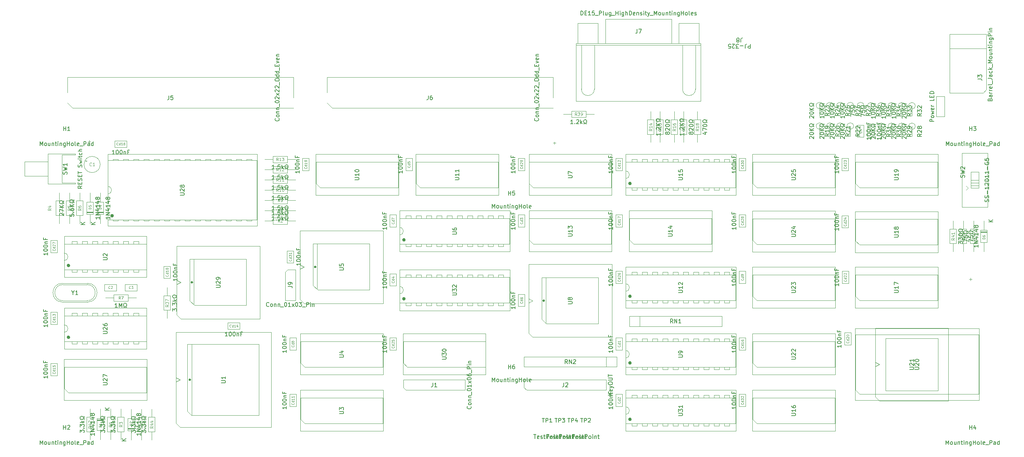
<source format=gbr>
%TF.GenerationSoftware,KiCad,Pcbnew,8.0.4*%
%TF.CreationDate,2024-09-22T18:44:29+01:00*%
%TF.ProjectId,v2a,7632612e-6b69-4636-9164-5f7063625858,rev?*%
%TF.SameCoordinates,Original*%
%TF.FileFunction,AssemblyDrawing,Top*%
%FSLAX46Y46*%
G04 Gerber Fmt 4.6, Leading zero omitted, Abs format (unit mm)*
G04 Created by KiCad (PCBNEW 8.0.4) date 2024-09-22 18:44:29*
%MOMM*%
%LPD*%
G01*
G04 APERTURE LIST*
%ADD10C,0.150000*%
%ADD11C,0.090000*%
%ADD12C,0.108000*%
%ADD13C,0.120000*%
%ADD14C,0.091200*%
%ADD15C,0.100000*%
%ADD16C,0.300000*%
%ADD17C,0.431000*%
G04 APERTURE END LIST*
D10*
X99369819Y-129817619D02*
X99369819Y-130389047D01*
X99369819Y-130103333D02*
X98369819Y-130103333D01*
X98369819Y-130103333D02*
X98512676Y-130198571D01*
X98512676Y-130198571D02*
X98607914Y-130293809D01*
X98607914Y-130293809D02*
X98655533Y-130389047D01*
X98369819Y-129198571D02*
X98369819Y-129103333D01*
X98369819Y-129103333D02*
X98417438Y-129008095D01*
X98417438Y-129008095D02*
X98465057Y-128960476D01*
X98465057Y-128960476D02*
X98560295Y-128912857D01*
X98560295Y-128912857D02*
X98750771Y-128865238D01*
X98750771Y-128865238D02*
X98988866Y-128865238D01*
X98988866Y-128865238D02*
X99179342Y-128912857D01*
X99179342Y-128912857D02*
X99274580Y-128960476D01*
X99274580Y-128960476D02*
X99322200Y-129008095D01*
X99322200Y-129008095D02*
X99369819Y-129103333D01*
X99369819Y-129103333D02*
X99369819Y-129198571D01*
X99369819Y-129198571D02*
X99322200Y-129293809D01*
X99322200Y-129293809D02*
X99274580Y-129341428D01*
X99274580Y-129341428D02*
X99179342Y-129389047D01*
X99179342Y-129389047D02*
X98988866Y-129436666D01*
X98988866Y-129436666D02*
X98750771Y-129436666D01*
X98750771Y-129436666D02*
X98560295Y-129389047D01*
X98560295Y-129389047D02*
X98465057Y-129341428D01*
X98465057Y-129341428D02*
X98417438Y-129293809D01*
X98417438Y-129293809D02*
X98369819Y-129198571D01*
X98369819Y-128246190D02*
X98369819Y-128150952D01*
X98369819Y-128150952D02*
X98417438Y-128055714D01*
X98417438Y-128055714D02*
X98465057Y-128008095D01*
X98465057Y-128008095D02*
X98560295Y-127960476D01*
X98560295Y-127960476D02*
X98750771Y-127912857D01*
X98750771Y-127912857D02*
X98988866Y-127912857D01*
X98988866Y-127912857D02*
X99179342Y-127960476D01*
X99179342Y-127960476D02*
X99274580Y-128008095D01*
X99274580Y-128008095D02*
X99322200Y-128055714D01*
X99322200Y-128055714D02*
X99369819Y-128150952D01*
X99369819Y-128150952D02*
X99369819Y-128246190D01*
X99369819Y-128246190D02*
X99322200Y-128341428D01*
X99322200Y-128341428D02*
X99274580Y-128389047D01*
X99274580Y-128389047D02*
X99179342Y-128436666D01*
X99179342Y-128436666D02*
X98988866Y-128484285D01*
X98988866Y-128484285D02*
X98750771Y-128484285D01*
X98750771Y-128484285D02*
X98560295Y-128436666D01*
X98560295Y-128436666D02*
X98465057Y-128389047D01*
X98465057Y-128389047D02*
X98417438Y-128341428D01*
X98417438Y-128341428D02*
X98369819Y-128246190D01*
X98703152Y-127484285D02*
X99369819Y-127484285D01*
X98798390Y-127484285D02*
X98750771Y-127436666D01*
X98750771Y-127436666D02*
X98703152Y-127341428D01*
X98703152Y-127341428D02*
X98703152Y-127198571D01*
X98703152Y-127198571D02*
X98750771Y-127103333D01*
X98750771Y-127103333D02*
X98846009Y-127055714D01*
X98846009Y-127055714D02*
X99369819Y-127055714D01*
X98846009Y-126246190D02*
X98846009Y-126579523D01*
X99369819Y-126579523D02*
X98369819Y-126579523D01*
X98369819Y-126579523D02*
X98369819Y-126103333D01*
D11*
X101180748Y-128927142D02*
X101209320Y-128955714D01*
X101209320Y-128955714D02*
X101237891Y-129041428D01*
X101237891Y-129041428D02*
X101237891Y-129098571D01*
X101237891Y-129098571D02*
X101209320Y-129184285D01*
X101209320Y-129184285D02*
X101152177Y-129241428D01*
X101152177Y-129241428D02*
X101095034Y-129269999D01*
X101095034Y-129269999D02*
X100980748Y-129298571D01*
X100980748Y-129298571D02*
X100895034Y-129298571D01*
X100895034Y-129298571D02*
X100780748Y-129269999D01*
X100780748Y-129269999D02*
X100723605Y-129241428D01*
X100723605Y-129241428D02*
X100666462Y-129184285D01*
X100666462Y-129184285D02*
X100637891Y-129098571D01*
X100637891Y-129098571D02*
X100637891Y-129041428D01*
X100637891Y-129041428D02*
X100666462Y-128955714D01*
X100666462Y-128955714D02*
X100695034Y-128927142D01*
X101237891Y-128412857D02*
X100637891Y-128412857D01*
X101209320Y-128412857D02*
X101237891Y-128469999D01*
X101237891Y-128469999D02*
X101237891Y-128584285D01*
X101237891Y-128584285D02*
X101209320Y-128641428D01*
X101209320Y-128641428D02*
X101180748Y-128669999D01*
X101180748Y-128669999D02*
X101123605Y-128698571D01*
X101123605Y-128698571D02*
X100952177Y-128698571D01*
X100952177Y-128698571D02*
X100895034Y-128669999D01*
X100895034Y-128669999D02*
X100866462Y-128641428D01*
X100866462Y-128641428D02*
X100837891Y-128584285D01*
X100837891Y-128584285D02*
X100837891Y-128469999D01*
X100837891Y-128469999D02*
X100866462Y-128412857D01*
X101237891Y-127812857D02*
X101237891Y-128155714D01*
X101237891Y-127984285D02*
X100637891Y-127984285D01*
X100637891Y-127984285D02*
X100723605Y-128041428D01*
X100723605Y-128041428D02*
X100780748Y-128098571D01*
X100780748Y-128098571D02*
X100809320Y-128155714D01*
X101237891Y-127241428D02*
X101237891Y-127584285D01*
X101237891Y-127412856D02*
X100637891Y-127412856D01*
X100637891Y-127412856D02*
X100723605Y-127469999D01*
X100723605Y-127469999D02*
X100780748Y-127527142D01*
X100780748Y-127527142D02*
X100809320Y-127584285D01*
D10*
X254724819Y-120628094D02*
X255534342Y-120628094D01*
X255534342Y-120628094D02*
X255629580Y-120580475D01*
X255629580Y-120580475D02*
X255677200Y-120532856D01*
X255677200Y-120532856D02*
X255724819Y-120437618D01*
X255724819Y-120437618D02*
X255724819Y-120247142D01*
X255724819Y-120247142D02*
X255677200Y-120151904D01*
X255677200Y-120151904D02*
X255629580Y-120104285D01*
X255629580Y-120104285D02*
X255534342Y-120056666D01*
X255534342Y-120056666D02*
X254724819Y-120056666D01*
X254820057Y-119628094D02*
X254772438Y-119580475D01*
X254772438Y-119580475D02*
X254724819Y-119485237D01*
X254724819Y-119485237D02*
X254724819Y-119247142D01*
X254724819Y-119247142D02*
X254772438Y-119151904D01*
X254772438Y-119151904D02*
X254820057Y-119104285D01*
X254820057Y-119104285D02*
X254915295Y-119056666D01*
X254915295Y-119056666D02*
X255010533Y-119056666D01*
X255010533Y-119056666D02*
X255153390Y-119104285D01*
X255153390Y-119104285D02*
X255724819Y-119675713D01*
X255724819Y-119675713D02*
X255724819Y-119056666D01*
X254724819Y-118437618D02*
X254724819Y-118342380D01*
X254724819Y-118342380D02*
X254772438Y-118247142D01*
X254772438Y-118247142D02*
X254820057Y-118199523D01*
X254820057Y-118199523D02*
X254915295Y-118151904D01*
X254915295Y-118151904D02*
X255105771Y-118104285D01*
X255105771Y-118104285D02*
X255343866Y-118104285D01*
X255343866Y-118104285D02*
X255534342Y-118151904D01*
X255534342Y-118151904D02*
X255629580Y-118199523D01*
X255629580Y-118199523D02*
X255677200Y-118247142D01*
X255677200Y-118247142D02*
X255724819Y-118342380D01*
X255724819Y-118342380D02*
X255724819Y-118437618D01*
X255724819Y-118437618D02*
X255677200Y-118532856D01*
X255677200Y-118532856D02*
X255629580Y-118580475D01*
X255629580Y-118580475D02*
X255534342Y-118628094D01*
X255534342Y-118628094D02*
X255343866Y-118675713D01*
X255343866Y-118675713D02*
X255105771Y-118675713D01*
X255105771Y-118675713D02*
X254915295Y-118628094D01*
X254915295Y-118628094D02*
X254820057Y-118580475D01*
X254820057Y-118580475D02*
X254772438Y-118532856D01*
X254772438Y-118532856D02*
X254724819Y-118437618D01*
X112484819Y-96011904D02*
X113294342Y-96011904D01*
X113294342Y-96011904D02*
X113389580Y-95964285D01*
X113389580Y-95964285D02*
X113437200Y-95916666D01*
X113437200Y-95916666D02*
X113484819Y-95821428D01*
X113484819Y-95821428D02*
X113484819Y-95630952D01*
X113484819Y-95630952D02*
X113437200Y-95535714D01*
X113437200Y-95535714D02*
X113389580Y-95488095D01*
X113389580Y-95488095D02*
X113294342Y-95440476D01*
X113294342Y-95440476D02*
X112484819Y-95440476D01*
X112484819Y-94488095D02*
X112484819Y-94964285D01*
X112484819Y-94964285D02*
X112961009Y-95011904D01*
X112961009Y-95011904D02*
X112913390Y-94964285D01*
X112913390Y-94964285D02*
X112865771Y-94869047D01*
X112865771Y-94869047D02*
X112865771Y-94630952D01*
X112865771Y-94630952D02*
X112913390Y-94535714D01*
X112913390Y-94535714D02*
X112961009Y-94488095D01*
X112961009Y-94488095D02*
X113056247Y-94440476D01*
X113056247Y-94440476D02*
X113294342Y-94440476D01*
X113294342Y-94440476D02*
X113389580Y-94488095D01*
X113389580Y-94488095D02*
X113437200Y-94535714D01*
X113437200Y-94535714D02*
X113484819Y-94630952D01*
X113484819Y-94630952D02*
X113484819Y-94869047D01*
X113484819Y-94869047D02*
X113437200Y-94964285D01*
X113437200Y-94964285D02*
X113389580Y-95011904D01*
X124134819Y-99952619D02*
X124134819Y-100524047D01*
X124134819Y-100238333D02*
X123134819Y-100238333D01*
X123134819Y-100238333D02*
X123277676Y-100333571D01*
X123277676Y-100333571D02*
X123372914Y-100428809D01*
X123372914Y-100428809D02*
X123420533Y-100524047D01*
X123134819Y-99333571D02*
X123134819Y-99238333D01*
X123134819Y-99238333D02*
X123182438Y-99143095D01*
X123182438Y-99143095D02*
X123230057Y-99095476D01*
X123230057Y-99095476D02*
X123325295Y-99047857D01*
X123325295Y-99047857D02*
X123515771Y-99000238D01*
X123515771Y-99000238D02*
X123753866Y-99000238D01*
X123753866Y-99000238D02*
X123944342Y-99047857D01*
X123944342Y-99047857D02*
X124039580Y-99095476D01*
X124039580Y-99095476D02*
X124087200Y-99143095D01*
X124087200Y-99143095D02*
X124134819Y-99238333D01*
X124134819Y-99238333D02*
X124134819Y-99333571D01*
X124134819Y-99333571D02*
X124087200Y-99428809D01*
X124087200Y-99428809D02*
X124039580Y-99476428D01*
X124039580Y-99476428D02*
X123944342Y-99524047D01*
X123944342Y-99524047D02*
X123753866Y-99571666D01*
X123753866Y-99571666D02*
X123515771Y-99571666D01*
X123515771Y-99571666D02*
X123325295Y-99524047D01*
X123325295Y-99524047D02*
X123230057Y-99476428D01*
X123230057Y-99476428D02*
X123182438Y-99428809D01*
X123182438Y-99428809D02*
X123134819Y-99333571D01*
X123134819Y-98381190D02*
X123134819Y-98285952D01*
X123134819Y-98285952D02*
X123182438Y-98190714D01*
X123182438Y-98190714D02*
X123230057Y-98143095D01*
X123230057Y-98143095D02*
X123325295Y-98095476D01*
X123325295Y-98095476D02*
X123515771Y-98047857D01*
X123515771Y-98047857D02*
X123753866Y-98047857D01*
X123753866Y-98047857D02*
X123944342Y-98095476D01*
X123944342Y-98095476D02*
X124039580Y-98143095D01*
X124039580Y-98143095D02*
X124087200Y-98190714D01*
X124087200Y-98190714D02*
X124134819Y-98285952D01*
X124134819Y-98285952D02*
X124134819Y-98381190D01*
X124134819Y-98381190D02*
X124087200Y-98476428D01*
X124087200Y-98476428D02*
X124039580Y-98524047D01*
X124039580Y-98524047D02*
X123944342Y-98571666D01*
X123944342Y-98571666D02*
X123753866Y-98619285D01*
X123753866Y-98619285D02*
X123515771Y-98619285D01*
X123515771Y-98619285D02*
X123325295Y-98571666D01*
X123325295Y-98571666D02*
X123230057Y-98524047D01*
X123230057Y-98524047D02*
X123182438Y-98476428D01*
X123182438Y-98476428D02*
X123134819Y-98381190D01*
X123468152Y-97619285D02*
X124134819Y-97619285D01*
X123563390Y-97619285D02*
X123515771Y-97571666D01*
X123515771Y-97571666D02*
X123468152Y-97476428D01*
X123468152Y-97476428D02*
X123468152Y-97333571D01*
X123468152Y-97333571D02*
X123515771Y-97238333D01*
X123515771Y-97238333D02*
X123611009Y-97190714D01*
X123611009Y-97190714D02*
X124134819Y-97190714D01*
X123611009Y-96381190D02*
X123611009Y-96714523D01*
X124134819Y-96714523D02*
X123134819Y-96714523D01*
X123134819Y-96714523D02*
X123134819Y-96238333D01*
D11*
X125945748Y-98776428D02*
X125974320Y-98805000D01*
X125974320Y-98805000D02*
X126002891Y-98890714D01*
X126002891Y-98890714D02*
X126002891Y-98947857D01*
X126002891Y-98947857D02*
X125974320Y-99033571D01*
X125974320Y-99033571D02*
X125917177Y-99090714D01*
X125917177Y-99090714D02*
X125860034Y-99119285D01*
X125860034Y-99119285D02*
X125745748Y-99147857D01*
X125745748Y-99147857D02*
X125660034Y-99147857D01*
X125660034Y-99147857D02*
X125545748Y-99119285D01*
X125545748Y-99119285D02*
X125488605Y-99090714D01*
X125488605Y-99090714D02*
X125431462Y-99033571D01*
X125431462Y-99033571D02*
X125402891Y-98947857D01*
X125402891Y-98947857D02*
X125402891Y-98890714D01*
X125402891Y-98890714D02*
X125431462Y-98805000D01*
X125431462Y-98805000D02*
X125460034Y-98776428D01*
X126002891Y-98262143D02*
X125402891Y-98262143D01*
X125974320Y-98262143D02*
X126002891Y-98319285D01*
X126002891Y-98319285D02*
X126002891Y-98433571D01*
X126002891Y-98433571D02*
X125974320Y-98490714D01*
X125974320Y-98490714D02*
X125945748Y-98519285D01*
X125945748Y-98519285D02*
X125888605Y-98547857D01*
X125888605Y-98547857D02*
X125717177Y-98547857D01*
X125717177Y-98547857D02*
X125660034Y-98519285D01*
X125660034Y-98519285D02*
X125631462Y-98490714D01*
X125631462Y-98490714D02*
X125602891Y-98433571D01*
X125602891Y-98433571D02*
X125602891Y-98319285D01*
X125602891Y-98319285D02*
X125631462Y-98262143D01*
X125602891Y-97719286D02*
X126002891Y-97719286D01*
X125374320Y-97862143D02*
X125802891Y-98005000D01*
X125802891Y-98005000D02*
X125802891Y-97633571D01*
D10*
X246344819Y-63122619D02*
X246344819Y-63694047D01*
X246344819Y-63408333D02*
X245344819Y-63408333D01*
X245344819Y-63408333D02*
X245487676Y-63503571D01*
X245487676Y-63503571D02*
X245582914Y-63598809D01*
X245582914Y-63598809D02*
X245630533Y-63694047D01*
X245344819Y-62503571D02*
X245344819Y-62408333D01*
X245344819Y-62408333D02*
X245392438Y-62313095D01*
X245392438Y-62313095D02*
X245440057Y-62265476D01*
X245440057Y-62265476D02*
X245535295Y-62217857D01*
X245535295Y-62217857D02*
X245725771Y-62170238D01*
X245725771Y-62170238D02*
X245963866Y-62170238D01*
X245963866Y-62170238D02*
X246154342Y-62217857D01*
X246154342Y-62217857D02*
X246249580Y-62265476D01*
X246249580Y-62265476D02*
X246297200Y-62313095D01*
X246297200Y-62313095D02*
X246344819Y-62408333D01*
X246344819Y-62408333D02*
X246344819Y-62503571D01*
X246344819Y-62503571D02*
X246297200Y-62598809D01*
X246297200Y-62598809D02*
X246249580Y-62646428D01*
X246249580Y-62646428D02*
X246154342Y-62694047D01*
X246154342Y-62694047D02*
X245963866Y-62741666D01*
X245963866Y-62741666D02*
X245725771Y-62741666D01*
X245725771Y-62741666D02*
X245535295Y-62694047D01*
X245535295Y-62694047D02*
X245440057Y-62646428D01*
X245440057Y-62646428D02*
X245392438Y-62598809D01*
X245392438Y-62598809D02*
X245344819Y-62503571D01*
X245344819Y-61551190D02*
X245344819Y-61455952D01*
X245344819Y-61455952D02*
X245392438Y-61360714D01*
X245392438Y-61360714D02*
X245440057Y-61313095D01*
X245440057Y-61313095D02*
X245535295Y-61265476D01*
X245535295Y-61265476D02*
X245725771Y-61217857D01*
X245725771Y-61217857D02*
X245963866Y-61217857D01*
X245963866Y-61217857D02*
X246154342Y-61265476D01*
X246154342Y-61265476D02*
X246249580Y-61313095D01*
X246249580Y-61313095D02*
X246297200Y-61360714D01*
X246297200Y-61360714D02*
X246344819Y-61455952D01*
X246344819Y-61455952D02*
X246344819Y-61551190D01*
X246344819Y-61551190D02*
X246297200Y-61646428D01*
X246297200Y-61646428D02*
X246249580Y-61694047D01*
X246249580Y-61694047D02*
X246154342Y-61741666D01*
X246154342Y-61741666D02*
X245963866Y-61789285D01*
X245963866Y-61789285D02*
X245725771Y-61789285D01*
X245725771Y-61789285D02*
X245535295Y-61741666D01*
X245535295Y-61741666D02*
X245440057Y-61694047D01*
X245440057Y-61694047D02*
X245392438Y-61646428D01*
X245392438Y-61646428D02*
X245344819Y-61551190D01*
X245678152Y-60789285D02*
X246344819Y-60789285D01*
X245773390Y-60789285D02*
X245725771Y-60741666D01*
X245725771Y-60741666D02*
X245678152Y-60646428D01*
X245678152Y-60646428D02*
X245678152Y-60503571D01*
X245678152Y-60503571D02*
X245725771Y-60408333D01*
X245725771Y-60408333D02*
X245821009Y-60360714D01*
X245821009Y-60360714D02*
X246344819Y-60360714D01*
X245821009Y-59551190D02*
X245821009Y-59884523D01*
X246344819Y-59884523D02*
X245344819Y-59884523D01*
X245344819Y-59884523D02*
X245344819Y-59408333D01*
D11*
X244055748Y-61674999D02*
X244084320Y-61703571D01*
X244084320Y-61703571D02*
X244112891Y-61789285D01*
X244112891Y-61789285D02*
X244112891Y-61846428D01*
X244112891Y-61846428D02*
X244084320Y-61932142D01*
X244084320Y-61932142D02*
X244027177Y-61989285D01*
X244027177Y-61989285D02*
X243970034Y-62017856D01*
X243970034Y-62017856D02*
X243855748Y-62046428D01*
X243855748Y-62046428D02*
X243770034Y-62046428D01*
X243770034Y-62046428D02*
X243655748Y-62017856D01*
X243655748Y-62017856D02*
X243598605Y-61989285D01*
X243598605Y-61989285D02*
X243541462Y-61932142D01*
X243541462Y-61932142D02*
X243512891Y-61846428D01*
X243512891Y-61846428D02*
X243512891Y-61789285D01*
X243512891Y-61789285D02*
X243541462Y-61703571D01*
X243541462Y-61703571D02*
X243570034Y-61674999D01*
X243512891Y-61132142D02*
X243512891Y-61417856D01*
X243512891Y-61417856D02*
X243798605Y-61446428D01*
X243798605Y-61446428D02*
X243770034Y-61417856D01*
X243770034Y-61417856D02*
X243741462Y-61360714D01*
X243741462Y-61360714D02*
X243741462Y-61217856D01*
X243741462Y-61217856D02*
X243770034Y-61160714D01*
X243770034Y-61160714D02*
X243798605Y-61132142D01*
X243798605Y-61132142D02*
X243855748Y-61103571D01*
X243855748Y-61103571D02*
X243998605Y-61103571D01*
X243998605Y-61103571D02*
X244055748Y-61132142D01*
X244055748Y-61132142D02*
X244084320Y-61160714D01*
X244084320Y-61160714D02*
X244112891Y-61217856D01*
X244112891Y-61217856D02*
X244112891Y-61360714D01*
X244112891Y-61360714D02*
X244084320Y-61417856D01*
X244084320Y-61417856D02*
X244055748Y-61446428D01*
D10*
X210494819Y-85347619D02*
X210494819Y-85919047D01*
X210494819Y-85633333D02*
X209494819Y-85633333D01*
X209494819Y-85633333D02*
X209637676Y-85728571D01*
X209637676Y-85728571D02*
X209732914Y-85823809D01*
X209732914Y-85823809D02*
X209780533Y-85919047D01*
X209494819Y-84728571D02*
X209494819Y-84633333D01*
X209494819Y-84633333D02*
X209542438Y-84538095D01*
X209542438Y-84538095D02*
X209590057Y-84490476D01*
X209590057Y-84490476D02*
X209685295Y-84442857D01*
X209685295Y-84442857D02*
X209875771Y-84395238D01*
X209875771Y-84395238D02*
X210113866Y-84395238D01*
X210113866Y-84395238D02*
X210304342Y-84442857D01*
X210304342Y-84442857D02*
X210399580Y-84490476D01*
X210399580Y-84490476D02*
X210447200Y-84538095D01*
X210447200Y-84538095D02*
X210494819Y-84633333D01*
X210494819Y-84633333D02*
X210494819Y-84728571D01*
X210494819Y-84728571D02*
X210447200Y-84823809D01*
X210447200Y-84823809D02*
X210399580Y-84871428D01*
X210399580Y-84871428D02*
X210304342Y-84919047D01*
X210304342Y-84919047D02*
X210113866Y-84966666D01*
X210113866Y-84966666D02*
X209875771Y-84966666D01*
X209875771Y-84966666D02*
X209685295Y-84919047D01*
X209685295Y-84919047D02*
X209590057Y-84871428D01*
X209590057Y-84871428D02*
X209542438Y-84823809D01*
X209542438Y-84823809D02*
X209494819Y-84728571D01*
X209494819Y-83776190D02*
X209494819Y-83680952D01*
X209494819Y-83680952D02*
X209542438Y-83585714D01*
X209542438Y-83585714D02*
X209590057Y-83538095D01*
X209590057Y-83538095D02*
X209685295Y-83490476D01*
X209685295Y-83490476D02*
X209875771Y-83442857D01*
X209875771Y-83442857D02*
X210113866Y-83442857D01*
X210113866Y-83442857D02*
X210304342Y-83490476D01*
X210304342Y-83490476D02*
X210399580Y-83538095D01*
X210399580Y-83538095D02*
X210447200Y-83585714D01*
X210447200Y-83585714D02*
X210494819Y-83680952D01*
X210494819Y-83680952D02*
X210494819Y-83776190D01*
X210494819Y-83776190D02*
X210447200Y-83871428D01*
X210447200Y-83871428D02*
X210399580Y-83919047D01*
X210399580Y-83919047D02*
X210304342Y-83966666D01*
X210304342Y-83966666D02*
X210113866Y-84014285D01*
X210113866Y-84014285D02*
X209875771Y-84014285D01*
X209875771Y-84014285D02*
X209685295Y-83966666D01*
X209685295Y-83966666D02*
X209590057Y-83919047D01*
X209590057Y-83919047D02*
X209542438Y-83871428D01*
X209542438Y-83871428D02*
X209494819Y-83776190D01*
X209828152Y-83014285D02*
X210494819Y-83014285D01*
X209923390Y-83014285D02*
X209875771Y-82966666D01*
X209875771Y-82966666D02*
X209828152Y-82871428D01*
X209828152Y-82871428D02*
X209828152Y-82728571D01*
X209828152Y-82728571D02*
X209875771Y-82633333D01*
X209875771Y-82633333D02*
X209971009Y-82585714D01*
X209971009Y-82585714D02*
X210494819Y-82585714D01*
X209971009Y-81776190D02*
X209971009Y-82109523D01*
X210494819Y-82109523D02*
X209494819Y-82109523D01*
X209494819Y-82109523D02*
X209494819Y-81633333D01*
D11*
X212305748Y-84457142D02*
X212334320Y-84485714D01*
X212334320Y-84485714D02*
X212362891Y-84571428D01*
X212362891Y-84571428D02*
X212362891Y-84628571D01*
X212362891Y-84628571D02*
X212334320Y-84714285D01*
X212334320Y-84714285D02*
X212277177Y-84771428D01*
X212277177Y-84771428D02*
X212220034Y-84799999D01*
X212220034Y-84799999D02*
X212105748Y-84828571D01*
X212105748Y-84828571D02*
X212020034Y-84828571D01*
X212020034Y-84828571D02*
X211905748Y-84799999D01*
X211905748Y-84799999D02*
X211848605Y-84771428D01*
X211848605Y-84771428D02*
X211791462Y-84714285D01*
X211791462Y-84714285D02*
X211762891Y-84628571D01*
X211762891Y-84628571D02*
X211762891Y-84571428D01*
X211762891Y-84571428D02*
X211791462Y-84485714D01*
X211791462Y-84485714D02*
X211820034Y-84457142D01*
X212362891Y-83942857D02*
X211762891Y-83942857D01*
X212334320Y-83942857D02*
X212362891Y-83999999D01*
X212362891Y-83999999D02*
X212362891Y-84114285D01*
X212362891Y-84114285D02*
X212334320Y-84171428D01*
X212334320Y-84171428D02*
X212305748Y-84199999D01*
X212305748Y-84199999D02*
X212248605Y-84228571D01*
X212248605Y-84228571D02*
X212077177Y-84228571D01*
X212077177Y-84228571D02*
X212020034Y-84199999D01*
X212020034Y-84199999D02*
X211991462Y-84171428D01*
X211991462Y-84171428D02*
X211962891Y-84114285D01*
X211962891Y-84114285D02*
X211962891Y-83999999D01*
X211962891Y-83999999D02*
X211991462Y-83942857D01*
X211820034Y-83685714D02*
X211791462Y-83657142D01*
X211791462Y-83657142D02*
X211762891Y-83600000D01*
X211762891Y-83600000D02*
X211762891Y-83457142D01*
X211762891Y-83457142D02*
X211791462Y-83400000D01*
X211791462Y-83400000D02*
X211820034Y-83371428D01*
X211820034Y-83371428D02*
X211877177Y-83342857D01*
X211877177Y-83342857D02*
X211934320Y-83342857D01*
X211934320Y-83342857D02*
X212020034Y-83371428D01*
X212020034Y-83371428D02*
X212362891Y-83714285D01*
X212362891Y-83714285D02*
X212362891Y-83342857D01*
X212020034Y-82999999D02*
X211991462Y-83057142D01*
X211991462Y-83057142D02*
X211962891Y-83085713D01*
X211962891Y-83085713D02*
X211905748Y-83114285D01*
X211905748Y-83114285D02*
X211877177Y-83114285D01*
X211877177Y-83114285D02*
X211820034Y-83085713D01*
X211820034Y-83085713D02*
X211791462Y-83057142D01*
X211791462Y-83057142D02*
X211762891Y-82999999D01*
X211762891Y-82999999D02*
X211762891Y-82885713D01*
X211762891Y-82885713D02*
X211791462Y-82828571D01*
X211791462Y-82828571D02*
X211820034Y-82799999D01*
X211820034Y-82799999D02*
X211877177Y-82771428D01*
X211877177Y-82771428D02*
X211905748Y-82771428D01*
X211905748Y-82771428D02*
X211962891Y-82799999D01*
X211962891Y-82799999D02*
X211991462Y-82828571D01*
X211991462Y-82828571D02*
X212020034Y-82885713D01*
X212020034Y-82885713D02*
X212020034Y-82999999D01*
X212020034Y-82999999D02*
X212048605Y-83057142D01*
X212048605Y-83057142D02*
X212077177Y-83085713D01*
X212077177Y-83085713D02*
X212134320Y-83114285D01*
X212134320Y-83114285D02*
X212248605Y-83114285D01*
X212248605Y-83114285D02*
X212305748Y-83085713D01*
X212305748Y-83085713D02*
X212334320Y-83057142D01*
X212334320Y-83057142D02*
X212362891Y-82999999D01*
X212362891Y-82999999D02*
X212362891Y-82885713D01*
X212362891Y-82885713D02*
X212334320Y-82828571D01*
X212334320Y-82828571D02*
X212305748Y-82799999D01*
X212305748Y-82799999D02*
X212248605Y-82771428D01*
X212248605Y-82771428D02*
X212134320Y-82771428D01*
X212134320Y-82771428D02*
X212077177Y-82799999D01*
X212077177Y-82799999D02*
X212048605Y-82828571D01*
X212048605Y-82828571D02*
X212020034Y-82885713D01*
D10*
X249644819Y-73628094D02*
X250454342Y-73628094D01*
X250454342Y-73628094D02*
X250549580Y-73580475D01*
X250549580Y-73580475D02*
X250597200Y-73532856D01*
X250597200Y-73532856D02*
X250644819Y-73437618D01*
X250644819Y-73437618D02*
X250644819Y-73247142D01*
X250644819Y-73247142D02*
X250597200Y-73151904D01*
X250597200Y-73151904D02*
X250549580Y-73104285D01*
X250549580Y-73104285D02*
X250454342Y-73056666D01*
X250454342Y-73056666D02*
X249644819Y-73056666D01*
X250644819Y-72056666D02*
X250644819Y-72628094D01*
X250644819Y-72342380D02*
X249644819Y-72342380D01*
X249644819Y-72342380D02*
X249787676Y-72437618D01*
X249787676Y-72437618D02*
X249882914Y-72532856D01*
X249882914Y-72532856D02*
X249930533Y-72628094D01*
X250644819Y-71580475D02*
X250644819Y-71389999D01*
X250644819Y-71389999D02*
X250597200Y-71294761D01*
X250597200Y-71294761D02*
X250549580Y-71247142D01*
X250549580Y-71247142D02*
X250406723Y-71151904D01*
X250406723Y-71151904D02*
X250216247Y-71104285D01*
X250216247Y-71104285D02*
X249835295Y-71104285D01*
X249835295Y-71104285D02*
X249740057Y-71151904D01*
X249740057Y-71151904D02*
X249692438Y-71199523D01*
X249692438Y-71199523D02*
X249644819Y-71294761D01*
X249644819Y-71294761D02*
X249644819Y-71485237D01*
X249644819Y-71485237D02*
X249692438Y-71580475D01*
X249692438Y-71580475D02*
X249740057Y-71628094D01*
X249740057Y-71628094D02*
X249835295Y-71675713D01*
X249835295Y-71675713D02*
X250073390Y-71675713D01*
X250073390Y-71675713D02*
X250168628Y-71628094D01*
X250168628Y-71628094D02*
X250216247Y-71580475D01*
X250216247Y-71580475D02*
X250263866Y-71485237D01*
X250263866Y-71485237D02*
X250263866Y-71294761D01*
X250263866Y-71294761D02*
X250216247Y-71199523D01*
X250216247Y-71199523D02*
X250168628Y-71151904D01*
X250168628Y-71151904D02*
X250073390Y-71104285D01*
X273288509Y-53766667D02*
X273336128Y-53623810D01*
X273336128Y-53623810D02*
X273383747Y-53576191D01*
X273383747Y-53576191D02*
X273478985Y-53528572D01*
X273478985Y-53528572D02*
X273621842Y-53528572D01*
X273621842Y-53528572D02*
X273717080Y-53576191D01*
X273717080Y-53576191D02*
X273764700Y-53623810D01*
X273764700Y-53623810D02*
X273812319Y-53719048D01*
X273812319Y-53719048D02*
X273812319Y-54100000D01*
X273812319Y-54100000D02*
X272812319Y-54100000D01*
X272812319Y-54100000D02*
X272812319Y-53766667D01*
X272812319Y-53766667D02*
X272859938Y-53671429D01*
X272859938Y-53671429D02*
X272907557Y-53623810D01*
X272907557Y-53623810D02*
X273002795Y-53576191D01*
X273002795Y-53576191D02*
X273098033Y-53576191D01*
X273098033Y-53576191D02*
X273193271Y-53623810D01*
X273193271Y-53623810D02*
X273240890Y-53671429D01*
X273240890Y-53671429D02*
X273288509Y-53766667D01*
X273288509Y-53766667D02*
X273288509Y-54100000D01*
X273812319Y-52671429D02*
X273288509Y-52671429D01*
X273288509Y-52671429D02*
X273193271Y-52719048D01*
X273193271Y-52719048D02*
X273145652Y-52814286D01*
X273145652Y-52814286D02*
X273145652Y-53004762D01*
X273145652Y-53004762D02*
X273193271Y-53100000D01*
X273764700Y-52671429D02*
X273812319Y-52766667D01*
X273812319Y-52766667D02*
X273812319Y-53004762D01*
X273812319Y-53004762D02*
X273764700Y-53100000D01*
X273764700Y-53100000D02*
X273669461Y-53147619D01*
X273669461Y-53147619D02*
X273574223Y-53147619D01*
X273574223Y-53147619D02*
X273478985Y-53100000D01*
X273478985Y-53100000D02*
X273431366Y-53004762D01*
X273431366Y-53004762D02*
X273431366Y-52766667D01*
X273431366Y-52766667D02*
X273383747Y-52671429D01*
X273812319Y-52195238D02*
X273145652Y-52195238D01*
X273336128Y-52195238D02*
X273240890Y-52147619D01*
X273240890Y-52147619D02*
X273193271Y-52100000D01*
X273193271Y-52100000D02*
X273145652Y-52004762D01*
X273145652Y-52004762D02*
X273145652Y-51909524D01*
X273812319Y-51576190D02*
X273145652Y-51576190D01*
X273336128Y-51576190D02*
X273240890Y-51528571D01*
X273240890Y-51528571D02*
X273193271Y-51480952D01*
X273193271Y-51480952D02*
X273145652Y-51385714D01*
X273145652Y-51385714D02*
X273145652Y-51290476D01*
X273764700Y-50576190D02*
X273812319Y-50671428D01*
X273812319Y-50671428D02*
X273812319Y-50861904D01*
X273812319Y-50861904D02*
X273764700Y-50957142D01*
X273764700Y-50957142D02*
X273669461Y-51004761D01*
X273669461Y-51004761D02*
X273288509Y-51004761D01*
X273288509Y-51004761D02*
X273193271Y-50957142D01*
X273193271Y-50957142D02*
X273145652Y-50861904D01*
X273145652Y-50861904D02*
X273145652Y-50671428D01*
X273145652Y-50671428D02*
X273193271Y-50576190D01*
X273193271Y-50576190D02*
X273288509Y-50528571D01*
X273288509Y-50528571D02*
X273383747Y-50528571D01*
X273383747Y-50528571D02*
X273478985Y-51004761D01*
X273812319Y-49957142D02*
X273764700Y-50052380D01*
X273764700Y-50052380D02*
X273669461Y-50099999D01*
X273669461Y-50099999D02*
X272812319Y-50099999D01*
X273907557Y-49814285D02*
X273907557Y-49052380D01*
X272812319Y-48528570D02*
X273526604Y-48528570D01*
X273526604Y-48528570D02*
X273669461Y-48576189D01*
X273669461Y-48576189D02*
X273764700Y-48671427D01*
X273764700Y-48671427D02*
X273812319Y-48814284D01*
X273812319Y-48814284D02*
X273812319Y-48909522D01*
X273812319Y-47623808D02*
X273288509Y-47623808D01*
X273288509Y-47623808D02*
X273193271Y-47671427D01*
X273193271Y-47671427D02*
X273145652Y-47766665D01*
X273145652Y-47766665D02*
X273145652Y-47957141D01*
X273145652Y-47957141D02*
X273193271Y-48052379D01*
X273764700Y-47623808D02*
X273812319Y-47719046D01*
X273812319Y-47719046D02*
X273812319Y-47957141D01*
X273812319Y-47957141D02*
X273764700Y-48052379D01*
X273764700Y-48052379D02*
X273669461Y-48099998D01*
X273669461Y-48099998D02*
X273574223Y-48099998D01*
X273574223Y-48099998D02*
X273478985Y-48052379D01*
X273478985Y-48052379D02*
X273431366Y-47957141D01*
X273431366Y-47957141D02*
X273431366Y-47719046D01*
X273431366Y-47719046D02*
X273383747Y-47623808D01*
X273764700Y-46719046D02*
X273812319Y-46814284D01*
X273812319Y-46814284D02*
X273812319Y-47004760D01*
X273812319Y-47004760D02*
X273764700Y-47099998D01*
X273764700Y-47099998D02*
X273717080Y-47147617D01*
X273717080Y-47147617D02*
X273621842Y-47195236D01*
X273621842Y-47195236D02*
X273336128Y-47195236D01*
X273336128Y-47195236D02*
X273240890Y-47147617D01*
X273240890Y-47147617D02*
X273193271Y-47099998D01*
X273193271Y-47099998D02*
X273145652Y-47004760D01*
X273145652Y-47004760D02*
X273145652Y-46814284D01*
X273145652Y-46814284D02*
X273193271Y-46719046D01*
X273812319Y-46290474D02*
X272812319Y-46290474D01*
X273431366Y-46195236D02*
X273812319Y-45909522D01*
X273145652Y-45909522D02*
X273526604Y-46290474D01*
X273907557Y-45719046D02*
X273907557Y-44957141D01*
X273812319Y-44719045D02*
X272812319Y-44719045D01*
X272812319Y-44719045D02*
X273526604Y-44385712D01*
X273526604Y-44385712D02*
X272812319Y-44052379D01*
X272812319Y-44052379D02*
X273812319Y-44052379D01*
X273812319Y-43433331D02*
X273764700Y-43528569D01*
X273764700Y-43528569D02*
X273717080Y-43576188D01*
X273717080Y-43576188D02*
X273621842Y-43623807D01*
X273621842Y-43623807D02*
X273336128Y-43623807D01*
X273336128Y-43623807D02*
X273240890Y-43576188D01*
X273240890Y-43576188D02*
X273193271Y-43528569D01*
X273193271Y-43528569D02*
X273145652Y-43433331D01*
X273145652Y-43433331D02*
X273145652Y-43290474D01*
X273145652Y-43290474D02*
X273193271Y-43195236D01*
X273193271Y-43195236D02*
X273240890Y-43147617D01*
X273240890Y-43147617D02*
X273336128Y-43099998D01*
X273336128Y-43099998D02*
X273621842Y-43099998D01*
X273621842Y-43099998D02*
X273717080Y-43147617D01*
X273717080Y-43147617D02*
X273764700Y-43195236D01*
X273764700Y-43195236D02*
X273812319Y-43290474D01*
X273812319Y-43290474D02*
X273812319Y-43433331D01*
X273145652Y-42242855D02*
X273812319Y-42242855D01*
X273145652Y-42671426D02*
X273669461Y-42671426D01*
X273669461Y-42671426D02*
X273764700Y-42623807D01*
X273764700Y-42623807D02*
X273812319Y-42528569D01*
X273812319Y-42528569D02*
X273812319Y-42385712D01*
X273812319Y-42385712D02*
X273764700Y-42290474D01*
X273764700Y-42290474D02*
X273717080Y-42242855D01*
X273145652Y-41766664D02*
X273812319Y-41766664D01*
X273240890Y-41766664D02*
X273193271Y-41719045D01*
X273193271Y-41719045D02*
X273145652Y-41623807D01*
X273145652Y-41623807D02*
X273145652Y-41480950D01*
X273145652Y-41480950D02*
X273193271Y-41385712D01*
X273193271Y-41385712D02*
X273288509Y-41338093D01*
X273288509Y-41338093D02*
X273812319Y-41338093D01*
X273145652Y-41004759D02*
X273145652Y-40623807D01*
X272812319Y-40861902D02*
X273669461Y-40861902D01*
X273669461Y-40861902D02*
X273764700Y-40814283D01*
X273764700Y-40814283D02*
X273812319Y-40719045D01*
X273812319Y-40719045D02*
X273812319Y-40623807D01*
X273812319Y-40290473D02*
X273145652Y-40290473D01*
X272812319Y-40290473D02*
X272859938Y-40338092D01*
X272859938Y-40338092D02*
X272907557Y-40290473D01*
X272907557Y-40290473D02*
X272859938Y-40242854D01*
X272859938Y-40242854D02*
X272812319Y-40290473D01*
X272812319Y-40290473D02*
X272907557Y-40290473D01*
X273145652Y-39814283D02*
X273812319Y-39814283D01*
X273240890Y-39814283D02*
X273193271Y-39766664D01*
X273193271Y-39766664D02*
X273145652Y-39671426D01*
X273145652Y-39671426D02*
X273145652Y-39528569D01*
X273145652Y-39528569D02*
X273193271Y-39433331D01*
X273193271Y-39433331D02*
X273288509Y-39385712D01*
X273288509Y-39385712D02*
X273812319Y-39385712D01*
X273145652Y-38480950D02*
X273955176Y-38480950D01*
X273955176Y-38480950D02*
X274050414Y-38528569D01*
X274050414Y-38528569D02*
X274098033Y-38576188D01*
X274098033Y-38576188D02*
X274145652Y-38671426D01*
X274145652Y-38671426D02*
X274145652Y-38814283D01*
X274145652Y-38814283D02*
X274098033Y-38909521D01*
X273764700Y-38480950D02*
X273812319Y-38576188D01*
X273812319Y-38576188D02*
X273812319Y-38766664D01*
X273812319Y-38766664D02*
X273764700Y-38861902D01*
X273764700Y-38861902D02*
X273717080Y-38909521D01*
X273717080Y-38909521D02*
X273621842Y-38957140D01*
X273621842Y-38957140D02*
X273336128Y-38957140D01*
X273336128Y-38957140D02*
X273240890Y-38909521D01*
X273240890Y-38909521D02*
X273193271Y-38861902D01*
X273193271Y-38861902D02*
X273145652Y-38766664D01*
X273145652Y-38766664D02*
X273145652Y-38576188D01*
X273145652Y-38576188D02*
X273193271Y-38480950D01*
X273812319Y-38004759D02*
X272812319Y-38004759D01*
X272812319Y-38004759D02*
X272812319Y-37623807D01*
X272812319Y-37623807D02*
X272859938Y-37528569D01*
X272859938Y-37528569D02*
X272907557Y-37480950D01*
X272907557Y-37480950D02*
X273002795Y-37433331D01*
X273002795Y-37433331D02*
X273145652Y-37433331D01*
X273145652Y-37433331D02*
X273240890Y-37480950D01*
X273240890Y-37480950D02*
X273288509Y-37528569D01*
X273288509Y-37528569D02*
X273336128Y-37623807D01*
X273336128Y-37623807D02*
X273336128Y-38004759D01*
X273812319Y-37004759D02*
X273145652Y-37004759D01*
X272812319Y-37004759D02*
X272859938Y-37052378D01*
X272859938Y-37052378D02*
X272907557Y-37004759D01*
X272907557Y-37004759D02*
X272859938Y-36957140D01*
X272859938Y-36957140D02*
X272812319Y-37004759D01*
X272812319Y-37004759D02*
X272907557Y-37004759D01*
X273145652Y-36528569D02*
X273812319Y-36528569D01*
X273240890Y-36528569D02*
X273193271Y-36480950D01*
X273193271Y-36480950D02*
X273145652Y-36385712D01*
X273145652Y-36385712D02*
X273145652Y-36242855D01*
X273145652Y-36242855D02*
X273193271Y-36147617D01*
X273193271Y-36147617D02*
X273288509Y-36099998D01*
X273288509Y-36099998D02*
X273812319Y-36099998D01*
X270262319Y-48633333D02*
X270976604Y-48633333D01*
X270976604Y-48633333D02*
X271119461Y-48680952D01*
X271119461Y-48680952D02*
X271214700Y-48776190D01*
X271214700Y-48776190D02*
X271262319Y-48919047D01*
X271262319Y-48919047D02*
X271262319Y-49014285D01*
X270262319Y-48252380D02*
X270262319Y-47633333D01*
X270262319Y-47633333D02*
X270643271Y-47966666D01*
X270643271Y-47966666D02*
X270643271Y-47823809D01*
X270643271Y-47823809D02*
X270690890Y-47728571D01*
X270690890Y-47728571D02*
X270738509Y-47680952D01*
X270738509Y-47680952D02*
X270833747Y-47633333D01*
X270833747Y-47633333D02*
X271071842Y-47633333D01*
X271071842Y-47633333D02*
X271167080Y-47680952D01*
X271167080Y-47680952D02*
X271214700Y-47728571D01*
X271214700Y-47728571D02*
X271262319Y-47823809D01*
X271262319Y-47823809D02*
X271262319Y-48109523D01*
X271262319Y-48109523D02*
X271214700Y-48204761D01*
X271214700Y-48204761D02*
X271167080Y-48252380D01*
X172128094Y-32845819D02*
X172128094Y-31845819D01*
X172128094Y-31845819D02*
X172366189Y-31845819D01*
X172366189Y-31845819D02*
X172509046Y-31893438D01*
X172509046Y-31893438D02*
X172604284Y-31988676D01*
X172604284Y-31988676D02*
X172651903Y-32083914D01*
X172651903Y-32083914D02*
X172699522Y-32274390D01*
X172699522Y-32274390D02*
X172699522Y-32417247D01*
X172699522Y-32417247D02*
X172651903Y-32607723D01*
X172651903Y-32607723D02*
X172604284Y-32702961D01*
X172604284Y-32702961D02*
X172509046Y-32798200D01*
X172509046Y-32798200D02*
X172366189Y-32845819D01*
X172366189Y-32845819D02*
X172128094Y-32845819D01*
X173128094Y-32322009D02*
X173461427Y-32322009D01*
X173604284Y-32845819D02*
X173128094Y-32845819D01*
X173128094Y-32845819D02*
X173128094Y-31845819D01*
X173128094Y-31845819D02*
X173604284Y-31845819D01*
X174556665Y-32845819D02*
X173985237Y-32845819D01*
X174270951Y-32845819D02*
X174270951Y-31845819D01*
X174270951Y-31845819D02*
X174175713Y-31988676D01*
X174175713Y-31988676D02*
X174080475Y-32083914D01*
X174080475Y-32083914D02*
X173985237Y-32131533D01*
X175461427Y-31845819D02*
X174985237Y-31845819D01*
X174985237Y-31845819D02*
X174937618Y-32322009D01*
X174937618Y-32322009D02*
X174985237Y-32274390D01*
X174985237Y-32274390D02*
X175080475Y-32226771D01*
X175080475Y-32226771D02*
X175318570Y-32226771D01*
X175318570Y-32226771D02*
X175413808Y-32274390D01*
X175413808Y-32274390D02*
X175461427Y-32322009D01*
X175461427Y-32322009D02*
X175509046Y-32417247D01*
X175509046Y-32417247D02*
X175509046Y-32655342D01*
X175509046Y-32655342D02*
X175461427Y-32750580D01*
X175461427Y-32750580D02*
X175413808Y-32798200D01*
X175413808Y-32798200D02*
X175318570Y-32845819D01*
X175318570Y-32845819D02*
X175080475Y-32845819D01*
X175080475Y-32845819D02*
X174985237Y-32798200D01*
X174985237Y-32798200D02*
X174937618Y-32750580D01*
X175699523Y-32941057D02*
X176461427Y-32941057D01*
X176699523Y-32845819D02*
X176699523Y-31845819D01*
X176699523Y-31845819D02*
X177080475Y-31845819D01*
X177080475Y-31845819D02*
X177175713Y-31893438D01*
X177175713Y-31893438D02*
X177223332Y-31941057D01*
X177223332Y-31941057D02*
X177270951Y-32036295D01*
X177270951Y-32036295D02*
X177270951Y-32179152D01*
X177270951Y-32179152D02*
X177223332Y-32274390D01*
X177223332Y-32274390D02*
X177175713Y-32322009D01*
X177175713Y-32322009D02*
X177080475Y-32369628D01*
X177080475Y-32369628D02*
X176699523Y-32369628D01*
X177842380Y-32845819D02*
X177747142Y-32798200D01*
X177747142Y-32798200D02*
X177699523Y-32702961D01*
X177699523Y-32702961D02*
X177699523Y-31845819D01*
X178651904Y-32179152D02*
X178651904Y-32845819D01*
X178223333Y-32179152D02*
X178223333Y-32702961D01*
X178223333Y-32702961D02*
X178270952Y-32798200D01*
X178270952Y-32798200D02*
X178366190Y-32845819D01*
X178366190Y-32845819D02*
X178509047Y-32845819D01*
X178509047Y-32845819D02*
X178604285Y-32798200D01*
X178604285Y-32798200D02*
X178651904Y-32750580D01*
X179556666Y-32179152D02*
X179556666Y-32988676D01*
X179556666Y-32988676D02*
X179509047Y-33083914D01*
X179509047Y-33083914D02*
X179461428Y-33131533D01*
X179461428Y-33131533D02*
X179366190Y-33179152D01*
X179366190Y-33179152D02*
X179223333Y-33179152D01*
X179223333Y-33179152D02*
X179128095Y-33131533D01*
X179556666Y-32798200D02*
X179461428Y-32845819D01*
X179461428Y-32845819D02*
X179270952Y-32845819D01*
X179270952Y-32845819D02*
X179175714Y-32798200D01*
X179175714Y-32798200D02*
X179128095Y-32750580D01*
X179128095Y-32750580D02*
X179080476Y-32655342D01*
X179080476Y-32655342D02*
X179080476Y-32369628D01*
X179080476Y-32369628D02*
X179128095Y-32274390D01*
X179128095Y-32274390D02*
X179175714Y-32226771D01*
X179175714Y-32226771D02*
X179270952Y-32179152D01*
X179270952Y-32179152D02*
X179461428Y-32179152D01*
X179461428Y-32179152D02*
X179556666Y-32226771D01*
X179794762Y-32941057D02*
X180556666Y-32941057D01*
X180794762Y-32845819D02*
X180794762Y-31845819D01*
X180794762Y-32322009D02*
X181366190Y-32322009D01*
X181366190Y-32845819D02*
X181366190Y-31845819D01*
X181842381Y-32845819D02*
X181842381Y-32179152D01*
X181842381Y-31845819D02*
X181794762Y-31893438D01*
X181794762Y-31893438D02*
X181842381Y-31941057D01*
X181842381Y-31941057D02*
X181890000Y-31893438D01*
X181890000Y-31893438D02*
X181842381Y-31845819D01*
X181842381Y-31845819D02*
X181842381Y-31941057D01*
X182747142Y-32179152D02*
X182747142Y-32988676D01*
X182747142Y-32988676D02*
X182699523Y-33083914D01*
X182699523Y-33083914D02*
X182651904Y-33131533D01*
X182651904Y-33131533D02*
X182556666Y-33179152D01*
X182556666Y-33179152D02*
X182413809Y-33179152D01*
X182413809Y-33179152D02*
X182318571Y-33131533D01*
X182747142Y-32798200D02*
X182651904Y-32845819D01*
X182651904Y-32845819D02*
X182461428Y-32845819D01*
X182461428Y-32845819D02*
X182366190Y-32798200D01*
X182366190Y-32798200D02*
X182318571Y-32750580D01*
X182318571Y-32750580D02*
X182270952Y-32655342D01*
X182270952Y-32655342D02*
X182270952Y-32369628D01*
X182270952Y-32369628D02*
X182318571Y-32274390D01*
X182318571Y-32274390D02*
X182366190Y-32226771D01*
X182366190Y-32226771D02*
X182461428Y-32179152D01*
X182461428Y-32179152D02*
X182651904Y-32179152D01*
X182651904Y-32179152D02*
X182747142Y-32226771D01*
X183223333Y-32845819D02*
X183223333Y-31845819D01*
X183651904Y-32845819D02*
X183651904Y-32322009D01*
X183651904Y-32322009D02*
X183604285Y-32226771D01*
X183604285Y-32226771D02*
X183509047Y-32179152D01*
X183509047Y-32179152D02*
X183366190Y-32179152D01*
X183366190Y-32179152D02*
X183270952Y-32226771D01*
X183270952Y-32226771D02*
X183223333Y-32274390D01*
X184128095Y-32845819D02*
X184128095Y-31845819D01*
X184128095Y-31845819D02*
X184366190Y-31845819D01*
X184366190Y-31845819D02*
X184509047Y-31893438D01*
X184509047Y-31893438D02*
X184604285Y-31988676D01*
X184604285Y-31988676D02*
X184651904Y-32083914D01*
X184651904Y-32083914D02*
X184699523Y-32274390D01*
X184699523Y-32274390D02*
X184699523Y-32417247D01*
X184699523Y-32417247D02*
X184651904Y-32607723D01*
X184651904Y-32607723D02*
X184604285Y-32702961D01*
X184604285Y-32702961D02*
X184509047Y-32798200D01*
X184509047Y-32798200D02*
X184366190Y-32845819D01*
X184366190Y-32845819D02*
X184128095Y-32845819D01*
X185509047Y-32798200D02*
X185413809Y-32845819D01*
X185413809Y-32845819D02*
X185223333Y-32845819D01*
X185223333Y-32845819D02*
X185128095Y-32798200D01*
X185128095Y-32798200D02*
X185080476Y-32702961D01*
X185080476Y-32702961D02*
X185080476Y-32322009D01*
X185080476Y-32322009D02*
X185128095Y-32226771D01*
X185128095Y-32226771D02*
X185223333Y-32179152D01*
X185223333Y-32179152D02*
X185413809Y-32179152D01*
X185413809Y-32179152D02*
X185509047Y-32226771D01*
X185509047Y-32226771D02*
X185556666Y-32322009D01*
X185556666Y-32322009D02*
X185556666Y-32417247D01*
X185556666Y-32417247D02*
X185080476Y-32512485D01*
X185985238Y-32179152D02*
X185985238Y-32845819D01*
X185985238Y-32274390D02*
X186032857Y-32226771D01*
X186032857Y-32226771D02*
X186128095Y-32179152D01*
X186128095Y-32179152D02*
X186270952Y-32179152D01*
X186270952Y-32179152D02*
X186366190Y-32226771D01*
X186366190Y-32226771D02*
X186413809Y-32322009D01*
X186413809Y-32322009D02*
X186413809Y-32845819D01*
X186842381Y-32798200D02*
X186937619Y-32845819D01*
X186937619Y-32845819D02*
X187128095Y-32845819D01*
X187128095Y-32845819D02*
X187223333Y-32798200D01*
X187223333Y-32798200D02*
X187270952Y-32702961D01*
X187270952Y-32702961D02*
X187270952Y-32655342D01*
X187270952Y-32655342D02*
X187223333Y-32560104D01*
X187223333Y-32560104D02*
X187128095Y-32512485D01*
X187128095Y-32512485D02*
X186985238Y-32512485D01*
X186985238Y-32512485D02*
X186890000Y-32464866D01*
X186890000Y-32464866D02*
X186842381Y-32369628D01*
X186842381Y-32369628D02*
X186842381Y-32322009D01*
X186842381Y-32322009D02*
X186890000Y-32226771D01*
X186890000Y-32226771D02*
X186985238Y-32179152D01*
X186985238Y-32179152D02*
X187128095Y-32179152D01*
X187128095Y-32179152D02*
X187223333Y-32226771D01*
X187699524Y-32845819D02*
X187699524Y-32179152D01*
X187699524Y-31845819D02*
X187651905Y-31893438D01*
X187651905Y-31893438D02*
X187699524Y-31941057D01*
X187699524Y-31941057D02*
X187747143Y-31893438D01*
X187747143Y-31893438D02*
X187699524Y-31845819D01*
X187699524Y-31845819D02*
X187699524Y-31941057D01*
X188032857Y-32179152D02*
X188413809Y-32179152D01*
X188175714Y-31845819D02*
X188175714Y-32702961D01*
X188175714Y-32702961D02*
X188223333Y-32798200D01*
X188223333Y-32798200D02*
X188318571Y-32845819D01*
X188318571Y-32845819D02*
X188413809Y-32845819D01*
X188651905Y-32179152D02*
X188890000Y-32845819D01*
X189128095Y-32179152D02*
X188890000Y-32845819D01*
X188890000Y-32845819D02*
X188794762Y-33083914D01*
X188794762Y-33083914D02*
X188747143Y-33131533D01*
X188747143Y-33131533D02*
X188651905Y-33179152D01*
X189270953Y-32941057D02*
X190032857Y-32941057D01*
X190270953Y-32845819D02*
X190270953Y-31845819D01*
X190270953Y-31845819D02*
X190604286Y-32560104D01*
X190604286Y-32560104D02*
X190937619Y-31845819D01*
X190937619Y-31845819D02*
X190937619Y-32845819D01*
X191556667Y-32845819D02*
X191461429Y-32798200D01*
X191461429Y-32798200D02*
X191413810Y-32750580D01*
X191413810Y-32750580D02*
X191366191Y-32655342D01*
X191366191Y-32655342D02*
X191366191Y-32369628D01*
X191366191Y-32369628D02*
X191413810Y-32274390D01*
X191413810Y-32274390D02*
X191461429Y-32226771D01*
X191461429Y-32226771D02*
X191556667Y-32179152D01*
X191556667Y-32179152D02*
X191699524Y-32179152D01*
X191699524Y-32179152D02*
X191794762Y-32226771D01*
X191794762Y-32226771D02*
X191842381Y-32274390D01*
X191842381Y-32274390D02*
X191890000Y-32369628D01*
X191890000Y-32369628D02*
X191890000Y-32655342D01*
X191890000Y-32655342D02*
X191842381Y-32750580D01*
X191842381Y-32750580D02*
X191794762Y-32798200D01*
X191794762Y-32798200D02*
X191699524Y-32845819D01*
X191699524Y-32845819D02*
X191556667Y-32845819D01*
X192747143Y-32179152D02*
X192747143Y-32845819D01*
X192318572Y-32179152D02*
X192318572Y-32702961D01*
X192318572Y-32702961D02*
X192366191Y-32798200D01*
X192366191Y-32798200D02*
X192461429Y-32845819D01*
X192461429Y-32845819D02*
X192604286Y-32845819D01*
X192604286Y-32845819D02*
X192699524Y-32798200D01*
X192699524Y-32798200D02*
X192747143Y-32750580D01*
X193223334Y-32179152D02*
X193223334Y-32845819D01*
X193223334Y-32274390D02*
X193270953Y-32226771D01*
X193270953Y-32226771D02*
X193366191Y-32179152D01*
X193366191Y-32179152D02*
X193509048Y-32179152D01*
X193509048Y-32179152D02*
X193604286Y-32226771D01*
X193604286Y-32226771D02*
X193651905Y-32322009D01*
X193651905Y-32322009D02*
X193651905Y-32845819D01*
X193985239Y-32179152D02*
X194366191Y-32179152D01*
X194128096Y-31845819D02*
X194128096Y-32702961D01*
X194128096Y-32702961D02*
X194175715Y-32798200D01*
X194175715Y-32798200D02*
X194270953Y-32845819D01*
X194270953Y-32845819D02*
X194366191Y-32845819D01*
X194699525Y-32845819D02*
X194699525Y-32179152D01*
X194699525Y-31845819D02*
X194651906Y-31893438D01*
X194651906Y-31893438D02*
X194699525Y-31941057D01*
X194699525Y-31941057D02*
X194747144Y-31893438D01*
X194747144Y-31893438D02*
X194699525Y-31845819D01*
X194699525Y-31845819D02*
X194699525Y-31941057D01*
X195175715Y-32179152D02*
X195175715Y-32845819D01*
X195175715Y-32274390D02*
X195223334Y-32226771D01*
X195223334Y-32226771D02*
X195318572Y-32179152D01*
X195318572Y-32179152D02*
X195461429Y-32179152D01*
X195461429Y-32179152D02*
X195556667Y-32226771D01*
X195556667Y-32226771D02*
X195604286Y-32322009D01*
X195604286Y-32322009D02*
X195604286Y-32845819D01*
X196509048Y-32179152D02*
X196509048Y-32988676D01*
X196509048Y-32988676D02*
X196461429Y-33083914D01*
X196461429Y-33083914D02*
X196413810Y-33131533D01*
X196413810Y-33131533D02*
X196318572Y-33179152D01*
X196318572Y-33179152D02*
X196175715Y-33179152D01*
X196175715Y-33179152D02*
X196080477Y-33131533D01*
X196509048Y-32798200D02*
X196413810Y-32845819D01*
X196413810Y-32845819D02*
X196223334Y-32845819D01*
X196223334Y-32845819D02*
X196128096Y-32798200D01*
X196128096Y-32798200D02*
X196080477Y-32750580D01*
X196080477Y-32750580D02*
X196032858Y-32655342D01*
X196032858Y-32655342D02*
X196032858Y-32369628D01*
X196032858Y-32369628D02*
X196080477Y-32274390D01*
X196080477Y-32274390D02*
X196128096Y-32226771D01*
X196128096Y-32226771D02*
X196223334Y-32179152D01*
X196223334Y-32179152D02*
X196413810Y-32179152D01*
X196413810Y-32179152D02*
X196509048Y-32226771D01*
X196985239Y-32845819D02*
X196985239Y-31845819D01*
X196985239Y-32322009D02*
X197556667Y-32322009D01*
X197556667Y-32845819D02*
X197556667Y-31845819D01*
X198175715Y-32845819D02*
X198080477Y-32798200D01*
X198080477Y-32798200D02*
X198032858Y-32750580D01*
X198032858Y-32750580D02*
X197985239Y-32655342D01*
X197985239Y-32655342D02*
X197985239Y-32369628D01*
X197985239Y-32369628D02*
X198032858Y-32274390D01*
X198032858Y-32274390D02*
X198080477Y-32226771D01*
X198080477Y-32226771D02*
X198175715Y-32179152D01*
X198175715Y-32179152D02*
X198318572Y-32179152D01*
X198318572Y-32179152D02*
X198413810Y-32226771D01*
X198413810Y-32226771D02*
X198461429Y-32274390D01*
X198461429Y-32274390D02*
X198509048Y-32369628D01*
X198509048Y-32369628D02*
X198509048Y-32655342D01*
X198509048Y-32655342D02*
X198461429Y-32750580D01*
X198461429Y-32750580D02*
X198413810Y-32798200D01*
X198413810Y-32798200D02*
X198318572Y-32845819D01*
X198318572Y-32845819D02*
X198175715Y-32845819D01*
X199080477Y-32845819D02*
X198985239Y-32798200D01*
X198985239Y-32798200D02*
X198937620Y-32702961D01*
X198937620Y-32702961D02*
X198937620Y-31845819D01*
X199842382Y-32798200D02*
X199747144Y-32845819D01*
X199747144Y-32845819D02*
X199556668Y-32845819D01*
X199556668Y-32845819D02*
X199461430Y-32798200D01*
X199461430Y-32798200D02*
X199413811Y-32702961D01*
X199413811Y-32702961D02*
X199413811Y-32322009D01*
X199413811Y-32322009D02*
X199461430Y-32226771D01*
X199461430Y-32226771D02*
X199556668Y-32179152D01*
X199556668Y-32179152D02*
X199747144Y-32179152D01*
X199747144Y-32179152D02*
X199842382Y-32226771D01*
X199842382Y-32226771D02*
X199890001Y-32322009D01*
X199890001Y-32322009D02*
X199890001Y-32417247D01*
X199890001Y-32417247D02*
X199413811Y-32512485D01*
X200270954Y-32798200D02*
X200366192Y-32845819D01*
X200366192Y-32845819D02*
X200556668Y-32845819D01*
X200556668Y-32845819D02*
X200651906Y-32798200D01*
X200651906Y-32798200D02*
X200699525Y-32702961D01*
X200699525Y-32702961D02*
X200699525Y-32655342D01*
X200699525Y-32655342D02*
X200651906Y-32560104D01*
X200651906Y-32560104D02*
X200556668Y-32512485D01*
X200556668Y-32512485D02*
X200413811Y-32512485D01*
X200413811Y-32512485D02*
X200318573Y-32464866D01*
X200318573Y-32464866D02*
X200270954Y-32369628D01*
X200270954Y-32369628D02*
X200270954Y-32322009D01*
X200270954Y-32322009D02*
X200318573Y-32226771D01*
X200318573Y-32226771D02*
X200413811Y-32179152D01*
X200413811Y-32179152D02*
X200556668Y-32179152D01*
X200556668Y-32179152D02*
X200651906Y-32226771D01*
X186056666Y-36345819D02*
X186056666Y-37060104D01*
X186056666Y-37060104D02*
X186009047Y-37202961D01*
X186009047Y-37202961D02*
X185913809Y-37298200D01*
X185913809Y-37298200D02*
X185770952Y-37345819D01*
X185770952Y-37345819D02*
X185675714Y-37345819D01*
X186437619Y-36345819D02*
X187104285Y-36345819D01*
X187104285Y-36345819D02*
X186675714Y-37345819D01*
X234754819Y-57776904D02*
X234754819Y-58348332D01*
X234754819Y-58062618D02*
X233754819Y-58062618D01*
X233754819Y-58062618D02*
X233897676Y-58157856D01*
X233897676Y-58157856D02*
X233992914Y-58253094D01*
X233992914Y-58253094D02*
X234040533Y-58348332D01*
X233754819Y-57157856D02*
X233754819Y-57062618D01*
X233754819Y-57062618D02*
X233802438Y-56967380D01*
X233802438Y-56967380D02*
X233850057Y-56919761D01*
X233850057Y-56919761D02*
X233945295Y-56872142D01*
X233945295Y-56872142D02*
X234135771Y-56824523D01*
X234135771Y-56824523D02*
X234373866Y-56824523D01*
X234373866Y-56824523D02*
X234564342Y-56872142D01*
X234564342Y-56872142D02*
X234659580Y-56919761D01*
X234659580Y-56919761D02*
X234707200Y-56967380D01*
X234707200Y-56967380D02*
X234754819Y-57062618D01*
X234754819Y-57062618D02*
X234754819Y-57157856D01*
X234754819Y-57157856D02*
X234707200Y-57253094D01*
X234707200Y-57253094D02*
X234659580Y-57300713D01*
X234659580Y-57300713D02*
X234564342Y-57348332D01*
X234564342Y-57348332D02*
X234373866Y-57395951D01*
X234373866Y-57395951D02*
X234135771Y-57395951D01*
X234135771Y-57395951D02*
X233945295Y-57348332D01*
X233945295Y-57348332D02*
X233850057Y-57300713D01*
X233850057Y-57300713D02*
X233802438Y-57253094D01*
X233802438Y-57253094D02*
X233754819Y-57157856D01*
X234754819Y-56395951D02*
X233754819Y-56395951D01*
X234754819Y-55824523D02*
X234183390Y-56253094D01*
X233754819Y-55824523D02*
X234326247Y-56395951D01*
X234754819Y-55443570D02*
X234754819Y-55205475D01*
X234754819Y-55205475D02*
X234564342Y-55205475D01*
X234564342Y-55205475D02*
X234516723Y-55300713D01*
X234516723Y-55300713D02*
X234421485Y-55395951D01*
X234421485Y-55395951D02*
X234278628Y-55443570D01*
X234278628Y-55443570D02*
X234040533Y-55443570D01*
X234040533Y-55443570D02*
X233897676Y-55395951D01*
X233897676Y-55395951D02*
X233802438Y-55300713D01*
X233802438Y-55300713D02*
X233754819Y-55157856D01*
X233754819Y-55157856D02*
X233754819Y-54967380D01*
X233754819Y-54967380D02*
X233802438Y-54824523D01*
X233802438Y-54824523D02*
X233897676Y-54729285D01*
X233897676Y-54729285D02*
X234040533Y-54681666D01*
X234040533Y-54681666D02*
X234278628Y-54681666D01*
X234278628Y-54681666D02*
X234421485Y-54729285D01*
X234421485Y-54729285D02*
X234516723Y-54824523D01*
X234516723Y-54824523D02*
X234564342Y-54919761D01*
X234564342Y-54919761D02*
X234754819Y-54919761D01*
X234754819Y-54919761D02*
X234754819Y-54681666D01*
X238594819Y-57157857D02*
X238118628Y-57491190D01*
X238594819Y-57729285D02*
X237594819Y-57729285D01*
X237594819Y-57729285D02*
X237594819Y-57348333D01*
X237594819Y-57348333D02*
X237642438Y-57253095D01*
X237642438Y-57253095D02*
X237690057Y-57205476D01*
X237690057Y-57205476D02*
X237785295Y-57157857D01*
X237785295Y-57157857D02*
X237928152Y-57157857D01*
X237928152Y-57157857D02*
X238023390Y-57205476D01*
X238023390Y-57205476D02*
X238071009Y-57253095D01*
X238071009Y-57253095D02*
X238118628Y-57348333D01*
X238118628Y-57348333D02*
X238118628Y-57729285D01*
X237690057Y-56776904D02*
X237642438Y-56729285D01*
X237642438Y-56729285D02*
X237594819Y-56634047D01*
X237594819Y-56634047D02*
X237594819Y-56395952D01*
X237594819Y-56395952D02*
X237642438Y-56300714D01*
X237642438Y-56300714D02*
X237690057Y-56253095D01*
X237690057Y-56253095D02*
X237785295Y-56205476D01*
X237785295Y-56205476D02*
X237880533Y-56205476D01*
X237880533Y-56205476D02*
X238023390Y-56253095D01*
X238023390Y-56253095D02*
X238594819Y-56824523D01*
X238594819Y-56824523D02*
X238594819Y-56205476D01*
X237594819Y-55300714D02*
X237594819Y-55776904D01*
X237594819Y-55776904D02*
X238071009Y-55824523D01*
X238071009Y-55824523D02*
X238023390Y-55776904D01*
X238023390Y-55776904D02*
X237975771Y-55681666D01*
X237975771Y-55681666D02*
X237975771Y-55443571D01*
X237975771Y-55443571D02*
X238023390Y-55348333D01*
X238023390Y-55348333D02*
X238071009Y-55300714D01*
X238071009Y-55300714D02*
X238166247Y-55253095D01*
X238166247Y-55253095D02*
X238404342Y-55253095D01*
X238404342Y-55253095D02*
X238499580Y-55300714D01*
X238499580Y-55300714D02*
X238547200Y-55348333D01*
X238547200Y-55348333D02*
X238594819Y-55443571D01*
X238594819Y-55443571D02*
X238594819Y-55681666D01*
X238594819Y-55681666D02*
X238547200Y-55776904D01*
X238547200Y-55776904D02*
X238499580Y-55824523D01*
X96385238Y-78574819D02*
X95813810Y-78574819D01*
X96099524Y-78574819D02*
X96099524Y-77574819D01*
X96099524Y-77574819D02*
X96004286Y-77717676D01*
X96004286Y-77717676D02*
X95909048Y-77812914D01*
X95909048Y-77812914D02*
X95813810Y-77860533D01*
X96813810Y-78479580D02*
X96861429Y-78527200D01*
X96861429Y-78527200D02*
X96813810Y-78574819D01*
X96813810Y-78574819D02*
X96766191Y-78527200D01*
X96766191Y-78527200D02*
X96813810Y-78479580D01*
X96813810Y-78479580D02*
X96813810Y-78574819D01*
X97766190Y-77574819D02*
X97290000Y-77574819D01*
X97290000Y-77574819D02*
X97242381Y-78051009D01*
X97242381Y-78051009D02*
X97290000Y-78003390D01*
X97290000Y-78003390D02*
X97385238Y-77955771D01*
X97385238Y-77955771D02*
X97623333Y-77955771D01*
X97623333Y-77955771D02*
X97718571Y-78003390D01*
X97718571Y-78003390D02*
X97766190Y-78051009D01*
X97766190Y-78051009D02*
X97813809Y-78146247D01*
X97813809Y-78146247D02*
X97813809Y-78384342D01*
X97813809Y-78384342D02*
X97766190Y-78479580D01*
X97766190Y-78479580D02*
X97718571Y-78527200D01*
X97718571Y-78527200D02*
X97623333Y-78574819D01*
X97623333Y-78574819D02*
X97385238Y-78574819D01*
X97385238Y-78574819D02*
X97290000Y-78527200D01*
X97290000Y-78527200D02*
X97242381Y-78479580D01*
X98242381Y-78574819D02*
X98242381Y-77574819D01*
X98337619Y-78193866D02*
X98623333Y-78574819D01*
X98623333Y-77908152D02*
X98242381Y-78289104D01*
X99004286Y-78574819D02*
X99242381Y-78574819D01*
X99242381Y-78574819D02*
X99242381Y-78384342D01*
X99242381Y-78384342D02*
X99147143Y-78336723D01*
X99147143Y-78336723D02*
X99051905Y-78241485D01*
X99051905Y-78241485D02*
X99004286Y-78098628D01*
X99004286Y-78098628D02*
X99004286Y-77860533D01*
X99004286Y-77860533D02*
X99051905Y-77717676D01*
X99051905Y-77717676D02*
X99147143Y-77622438D01*
X99147143Y-77622438D02*
X99290000Y-77574819D01*
X99290000Y-77574819D02*
X99480476Y-77574819D01*
X99480476Y-77574819D02*
X99623333Y-77622438D01*
X99623333Y-77622438D02*
X99718571Y-77717676D01*
X99718571Y-77717676D02*
X99766190Y-77860533D01*
X99766190Y-77860533D02*
X99766190Y-78098628D01*
X99766190Y-78098628D02*
X99718571Y-78241485D01*
X99718571Y-78241485D02*
X99623333Y-78336723D01*
X99623333Y-78336723D02*
X99528095Y-78384342D01*
X99528095Y-78384342D02*
X99528095Y-78574819D01*
X99528095Y-78574819D02*
X99766190Y-78574819D01*
D12*
X97327143Y-76527469D02*
X97087143Y-76184612D01*
X96915714Y-76527469D02*
X96915714Y-75807469D01*
X96915714Y-75807469D02*
X97190000Y-75807469D01*
X97190000Y-75807469D02*
X97258571Y-75841755D01*
X97258571Y-75841755D02*
X97292857Y-75876041D01*
X97292857Y-75876041D02*
X97327143Y-75944612D01*
X97327143Y-75944612D02*
X97327143Y-76047469D01*
X97327143Y-76047469D02*
X97292857Y-76116041D01*
X97292857Y-76116041D02*
X97258571Y-76150326D01*
X97258571Y-76150326D02*
X97190000Y-76184612D01*
X97190000Y-76184612D02*
X96915714Y-76184612D01*
X98012857Y-76527469D02*
X97601428Y-76527469D01*
X97807143Y-76527469D02*
X97807143Y-75807469D01*
X97807143Y-75807469D02*
X97738571Y-75910326D01*
X97738571Y-75910326D02*
X97670000Y-75978898D01*
X97670000Y-75978898D02*
X97601428Y-76013184D01*
X98458571Y-75807469D02*
X98527142Y-75807469D01*
X98527142Y-75807469D02*
X98595714Y-75841755D01*
X98595714Y-75841755D02*
X98630000Y-75876041D01*
X98630000Y-75876041D02*
X98664285Y-75944612D01*
X98664285Y-75944612D02*
X98698571Y-76081755D01*
X98698571Y-76081755D02*
X98698571Y-76253184D01*
X98698571Y-76253184D02*
X98664285Y-76390326D01*
X98664285Y-76390326D02*
X98630000Y-76458898D01*
X98630000Y-76458898D02*
X98595714Y-76493184D01*
X98595714Y-76493184D02*
X98527142Y-76527469D01*
X98527142Y-76527469D02*
X98458571Y-76527469D01*
X98458571Y-76527469D02*
X98390000Y-76493184D01*
X98390000Y-76493184D02*
X98355714Y-76458898D01*
X98355714Y-76458898D02*
X98321428Y-76390326D01*
X98321428Y-76390326D02*
X98287142Y-76253184D01*
X98287142Y-76253184D02*
X98287142Y-76081755D01*
X98287142Y-76081755D02*
X98321428Y-75944612D01*
X98321428Y-75944612D02*
X98355714Y-75876041D01*
X98355714Y-75876041D02*
X98390000Y-75841755D01*
X98390000Y-75841755D02*
X98458571Y-75807469D01*
D10*
X249644819Y-87835094D02*
X250454342Y-87835094D01*
X250454342Y-87835094D02*
X250549580Y-87787475D01*
X250549580Y-87787475D02*
X250597200Y-87739856D01*
X250597200Y-87739856D02*
X250644819Y-87644618D01*
X250644819Y-87644618D02*
X250644819Y-87454142D01*
X250644819Y-87454142D02*
X250597200Y-87358904D01*
X250597200Y-87358904D02*
X250549580Y-87311285D01*
X250549580Y-87311285D02*
X250454342Y-87263666D01*
X250454342Y-87263666D02*
X249644819Y-87263666D01*
X250644819Y-86263666D02*
X250644819Y-86835094D01*
X250644819Y-86549380D02*
X249644819Y-86549380D01*
X249644819Y-86549380D02*
X249787676Y-86644618D01*
X249787676Y-86644618D02*
X249882914Y-86739856D01*
X249882914Y-86739856D02*
X249930533Y-86835094D01*
X250073390Y-85692237D02*
X250025771Y-85787475D01*
X250025771Y-85787475D02*
X249978152Y-85835094D01*
X249978152Y-85835094D02*
X249882914Y-85882713D01*
X249882914Y-85882713D02*
X249835295Y-85882713D01*
X249835295Y-85882713D02*
X249740057Y-85835094D01*
X249740057Y-85835094D02*
X249692438Y-85787475D01*
X249692438Y-85787475D02*
X249644819Y-85692237D01*
X249644819Y-85692237D02*
X249644819Y-85501761D01*
X249644819Y-85501761D02*
X249692438Y-85406523D01*
X249692438Y-85406523D02*
X249740057Y-85358904D01*
X249740057Y-85358904D02*
X249835295Y-85311285D01*
X249835295Y-85311285D02*
X249882914Y-85311285D01*
X249882914Y-85311285D02*
X249978152Y-85358904D01*
X249978152Y-85358904D02*
X250025771Y-85406523D01*
X250025771Y-85406523D02*
X250073390Y-85501761D01*
X250073390Y-85501761D02*
X250073390Y-85692237D01*
X250073390Y-85692237D02*
X250121009Y-85787475D01*
X250121009Y-85787475D02*
X250168628Y-85835094D01*
X250168628Y-85835094D02*
X250263866Y-85882713D01*
X250263866Y-85882713D02*
X250454342Y-85882713D01*
X250454342Y-85882713D02*
X250549580Y-85835094D01*
X250549580Y-85835094D02*
X250597200Y-85787475D01*
X250597200Y-85787475D02*
X250644819Y-85692237D01*
X250644819Y-85692237D02*
X250644819Y-85501761D01*
X250644819Y-85501761D02*
X250597200Y-85406523D01*
X250597200Y-85406523D02*
X250549580Y-85358904D01*
X250549580Y-85358904D02*
X250454342Y-85311285D01*
X250454342Y-85311285D02*
X250263866Y-85311285D01*
X250263866Y-85311285D02*
X250168628Y-85358904D01*
X250168628Y-85358904D02*
X250121009Y-85406523D01*
X250121009Y-85406523D02*
X250073390Y-85501761D01*
X210494819Y-129797619D02*
X210494819Y-130369047D01*
X210494819Y-130083333D02*
X209494819Y-130083333D01*
X209494819Y-130083333D02*
X209637676Y-130178571D01*
X209637676Y-130178571D02*
X209732914Y-130273809D01*
X209732914Y-130273809D02*
X209780533Y-130369047D01*
X209494819Y-129178571D02*
X209494819Y-129083333D01*
X209494819Y-129083333D02*
X209542438Y-128988095D01*
X209542438Y-128988095D02*
X209590057Y-128940476D01*
X209590057Y-128940476D02*
X209685295Y-128892857D01*
X209685295Y-128892857D02*
X209875771Y-128845238D01*
X209875771Y-128845238D02*
X210113866Y-128845238D01*
X210113866Y-128845238D02*
X210304342Y-128892857D01*
X210304342Y-128892857D02*
X210399580Y-128940476D01*
X210399580Y-128940476D02*
X210447200Y-128988095D01*
X210447200Y-128988095D02*
X210494819Y-129083333D01*
X210494819Y-129083333D02*
X210494819Y-129178571D01*
X210494819Y-129178571D02*
X210447200Y-129273809D01*
X210447200Y-129273809D02*
X210399580Y-129321428D01*
X210399580Y-129321428D02*
X210304342Y-129369047D01*
X210304342Y-129369047D02*
X210113866Y-129416666D01*
X210113866Y-129416666D02*
X209875771Y-129416666D01*
X209875771Y-129416666D02*
X209685295Y-129369047D01*
X209685295Y-129369047D02*
X209590057Y-129321428D01*
X209590057Y-129321428D02*
X209542438Y-129273809D01*
X209542438Y-129273809D02*
X209494819Y-129178571D01*
X209494819Y-128226190D02*
X209494819Y-128130952D01*
X209494819Y-128130952D02*
X209542438Y-128035714D01*
X209542438Y-128035714D02*
X209590057Y-127988095D01*
X209590057Y-127988095D02*
X209685295Y-127940476D01*
X209685295Y-127940476D02*
X209875771Y-127892857D01*
X209875771Y-127892857D02*
X210113866Y-127892857D01*
X210113866Y-127892857D02*
X210304342Y-127940476D01*
X210304342Y-127940476D02*
X210399580Y-127988095D01*
X210399580Y-127988095D02*
X210447200Y-128035714D01*
X210447200Y-128035714D02*
X210494819Y-128130952D01*
X210494819Y-128130952D02*
X210494819Y-128226190D01*
X210494819Y-128226190D02*
X210447200Y-128321428D01*
X210447200Y-128321428D02*
X210399580Y-128369047D01*
X210399580Y-128369047D02*
X210304342Y-128416666D01*
X210304342Y-128416666D02*
X210113866Y-128464285D01*
X210113866Y-128464285D02*
X209875771Y-128464285D01*
X209875771Y-128464285D02*
X209685295Y-128416666D01*
X209685295Y-128416666D02*
X209590057Y-128369047D01*
X209590057Y-128369047D02*
X209542438Y-128321428D01*
X209542438Y-128321428D02*
X209494819Y-128226190D01*
X209828152Y-127464285D02*
X210494819Y-127464285D01*
X209923390Y-127464285D02*
X209875771Y-127416666D01*
X209875771Y-127416666D02*
X209828152Y-127321428D01*
X209828152Y-127321428D02*
X209828152Y-127178571D01*
X209828152Y-127178571D02*
X209875771Y-127083333D01*
X209875771Y-127083333D02*
X209971009Y-127035714D01*
X209971009Y-127035714D02*
X210494819Y-127035714D01*
X209971009Y-126226190D02*
X209971009Y-126559523D01*
X210494819Y-126559523D02*
X209494819Y-126559523D01*
X209494819Y-126559523D02*
X209494819Y-126083333D01*
D11*
X212305748Y-128907142D02*
X212334320Y-128935714D01*
X212334320Y-128935714D02*
X212362891Y-129021428D01*
X212362891Y-129021428D02*
X212362891Y-129078571D01*
X212362891Y-129078571D02*
X212334320Y-129164285D01*
X212334320Y-129164285D02*
X212277177Y-129221428D01*
X212277177Y-129221428D02*
X212220034Y-129249999D01*
X212220034Y-129249999D02*
X212105748Y-129278571D01*
X212105748Y-129278571D02*
X212020034Y-129278571D01*
X212020034Y-129278571D02*
X211905748Y-129249999D01*
X211905748Y-129249999D02*
X211848605Y-129221428D01*
X211848605Y-129221428D02*
X211791462Y-129164285D01*
X211791462Y-129164285D02*
X211762891Y-129078571D01*
X211762891Y-129078571D02*
X211762891Y-129021428D01*
X211762891Y-129021428D02*
X211791462Y-128935714D01*
X211791462Y-128935714D02*
X211820034Y-128907142D01*
X212362891Y-128392857D02*
X211762891Y-128392857D01*
X212334320Y-128392857D02*
X212362891Y-128449999D01*
X212362891Y-128449999D02*
X212362891Y-128564285D01*
X212362891Y-128564285D02*
X212334320Y-128621428D01*
X212334320Y-128621428D02*
X212305748Y-128649999D01*
X212305748Y-128649999D02*
X212248605Y-128678571D01*
X212248605Y-128678571D02*
X212077177Y-128678571D01*
X212077177Y-128678571D02*
X212020034Y-128649999D01*
X212020034Y-128649999D02*
X211991462Y-128621428D01*
X211991462Y-128621428D02*
X211962891Y-128564285D01*
X211962891Y-128564285D02*
X211962891Y-128449999D01*
X211962891Y-128449999D02*
X211991462Y-128392857D01*
X211762891Y-128164285D02*
X211762891Y-127792857D01*
X211762891Y-127792857D02*
X211991462Y-127992857D01*
X211991462Y-127992857D02*
X211991462Y-127907142D01*
X211991462Y-127907142D02*
X212020034Y-127850000D01*
X212020034Y-127850000D02*
X212048605Y-127821428D01*
X212048605Y-127821428D02*
X212105748Y-127792857D01*
X212105748Y-127792857D02*
X212248605Y-127792857D01*
X212248605Y-127792857D02*
X212305748Y-127821428D01*
X212305748Y-127821428D02*
X212334320Y-127850000D01*
X212334320Y-127850000D02*
X212362891Y-127907142D01*
X212362891Y-127907142D02*
X212362891Y-128078571D01*
X212362891Y-128078571D02*
X212334320Y-128135714D01*
X212334320Y-128135714D02*
X212305748Y-128164285D01*
X211820034Y-127564285D02*
X211791462Y-127535713D01*
X211791462Y-127535713D02*
X211762891Y-127478571D01*
X211762891Y-127478571D02*
X211762891Y-127335713D01*
X211762891Y-127335713D02*
X211791462Y-127278571D01*
X211791462Y-127278571D02*
X211820034Y-127249999D01*
X211820034Y-127249999D02*
X211877177Y-127221428D01*
X211877177Y-127221428D02*
X211934320Y-127221428D01*
X211934320Y-127221428D02*
X212020034Y-127249999D01*
X212020034Y-127249999D02*
X212362891Y-127592856D01*
X212362891Y-127592856D02*
X212362891Y-127221428D01*
D10*
X57562857Y-105244819D02*
X56991429Y-105244819D01*
X57277143Y-105244819D02*
X57277143Y-104244819D01*
X57277143Y-104244819D02*
X57181905Y-104387676D01*
X57181905Y-104387676D02*
X57086667Y-104482914D01*
X57086667Y-104482914D02*
X56991429Y-104530533D01*
X57991429Y-105244819D02*
X57991429Y-104244819D01*
X57991429Y-104244819D02*
X58324762Y-104959104D01*
X58324762Y-104959104D02*
X58658095Y-104244819D01*
X58658095Y-104244819D02*
X58658095Y-105244819D01*
X59086667Y-105244819D02*
X59324762Y-105244819D01*
X59324762Y-105244819D02*
X59324762Y-105054342D01*
X59324762Y-105054342D02*
X59229524Y-105006723D01*
X59229524Y-105006723D02*
X59134286Y-104911485D01*
X59134286Y-104911485D02*
X59086667Y-104768628D01*
X59086667Y-104768628D02*
X59086667Y-104530533D01*
X59086667Y-104530533D02*
X59134286Y-104387676D01*
X59134286Y-104387676D02*
X59229524Y-104292438D01*
X59229524Y-104292438D02*
X59372381Y-104244819D01*
X59372381Y-104244819D02*
X59562857Y-104244819D01*
X59562857Y-104244819D02*
X59705714Y-104292438D01*
X59705714Y-104292438D02*
X59800952Y-104387676D01*
X59800952Y-104387676D02*
X59848571Y-104530533D01*
X59848571Y-104530533D02*
X59848571Y-104768628D01*
X59848571Y-104768628D02*
X59800952Y-104911485D01*
X59800952Y-104911485D02*
X59705714Y-105006723D01*
X59705714Y-105006723D02*
X59610476Y-105054342D01*
X59610476Y-105054342D02*
X59610476Y-105244819D01*
X59610476Y-105244819D02*
X59848571Y-105244819D01*
D12*
X58300000Y-103197469D02*
X58060000Y-102854612D01*
X57888571Y-103197469D02*
X57888571Y-102477469D01*
X57888571Y-102477469D02*
X58162857Y-102477469D01*
X58162857Y-102477469D02*
X58231428Y-102511755D01*
X58231428Y-102511755D02*
X58265714Y-102546041D01*
X58265714Y-102546041D02*
X58300000Y-102614612D01*
X58300000Y-102614612D02*
X58300000Y-102717469D01*
X58300000Y-102717469D02*
X58265714Y-102786041D01*
X58265714Y-102786041D02*
X58231428Y-102820326D01*
X58231428Y-102820326D02*
X58162857Y-102854612D01*
X58162857Y-102854612D02*
X57888571Y-102854612D01*
X58540000Y-102477469D02*
X59020000Y-102477469D01*
X59020000Y-102477469D02*
X58711428Y-103197469D01*
D13*
X51186667Y-70137664D02*
X51148571Y-70175760D01*
X51148571Y-70175760D02*
X51034286Y-70213855D01*
X51034286Y-70213855D02*
X50958095Y-70213855D01*
X50958095Y-70213855D02*
X50843809Y-70175760D01*
X50843809Y-70175760D02*
X50767619Y-70099569D01*
X50767619Y-70099569D02*
X50729524Y-70023379D01*
X50729524Y-70023379D02*
X50691428Y-69870998D01*
X50691428Y-69870998D02*
X50691428Y-69756712D01*
X50691428Y-69756712D02*
X50729524Y-69604331D01*
X50729524Y-69604331D02*
X50767619Y-69528140D01*
X50767619Y-69528140D02*
X50843809Y-69451950D01*
X50843809Y-69451950D02*
X50958095Y-69413855D01*
X50958095Y-69413855D02*
X51034286Y-69413855D01*
X51034286Y-69413855D02*
X51148571Y-69451950D01*
X51148571Y-69451950D02*
X51186667Y-69490045D01*
X51948571Y-70213855D02*
X51491428Y-70213855D01*
X51720000Y-70213855D02*
X51720000Y-69413855D01*
X51720000Y-69413855D02*
X51643809Y-69528140D01*
X51643809Y-69528140D02*
X51567619Y-69604331D01*
X51567619Y-69604331D02*
X51491428Y-69642426D01*
D10*
X96385238Y-76034819D02*
X95813810Y-76034819D01*
X96099524Y-76034819D02*
X96099524Y-75034819D01*
X96099524Y-75034819D02*
X96004286Y-75177676D01*
X96004286Y-75177676D02*
X95909048Y-75272914D01*
X95909048Y-75272914D02*
X95813810Y-75320533D01*
X96813810Y-75939580D02*
X96861429Y-75987200D01*
X96861429Y-75987200D02*
X96813810Y-76034819D01*
X96813810Y-76034819D02*
X96766191Y-75987200D01*
X96766191Y-75987200D02*
X96813810Y-75939580D01*
X96813810Y-75939580D02*
X96813810Y-76034819D01*
X97766190Y-75034819D02*
X97290000Y-75034819D01*
X97290000Y-75034819D02*
X97242381Y-75511009D01*
X97242381Y-75511009D02*
X97290000Y-75463390D01*
X97290000Y-75463390D02*
X97385238Y-75415771D01*
X97385238Y-75415771D02*
X97623333Y-75415771D01*
X97623333Y-75415771D02*
X97718571Y-75463390D01*
X97718571Y-75463390D02*
X97766190Y-75511009D01*
X97766190Y-75511009D02*
X97813809Y-75606247D01*
X97813809Y-75606247D02*
X97813809Y-75844342D01*
X97813809Y-75844342D02*
X97766190Y-75939580D01*
X97766190Y-75939580D02*
X97718571Y-75987200D01*
X97718571Y-75987200D02*
X97623333Y-76034819D01*
X97623333Y-76034819D02*
X97385238Y-76034819D01*
X97385238Y-76034819D02*
X97290000Y-75987200D01*
X97290000Y-75987200D02*
X97242381Y-75939580D01*
X98242381Y-76034819D02*
X98242381Y-75034819D01*
X98337619Y-75653866D02*
X98623333Y-76034819D01*
X98623333Y-75368152D02*
X98242381Y-75749104D01*
X99004286Y-76034819D02*
X99242381Y-76034819D01*
X99242381Y-76034819D02*
X99242381Y-75844342D01*
X99242381Y-75844342D02*
X99147143Y-75796723D01*
X99147143Y-75796723D02*
X99051905Y-75701485D01*
X99051905Y-75701485D02*
X99004286Y-75558628D01*
X99004286Y-75558628D02*
X99004286Y-75320533D01*
X99004286Y-75320533D02*
X99051905Y-75177676D01*
X99051905Y-75177676D02*
X99147143Y-75082438D01*
X99147143Y-75082438D02*
X99290000Y-75034819D01*
X99290000Y-75034819D02*
X99480476Y-75034819D01*
X99480476Y-75034819D02*
X99623333Y-75082438D01*
X99623333Y-75082438D02*
X99718571Y-75177676D01*
X99718571Y-75177676D02*
X99766190Y-75320533D01*
X99766190Y-75320533D02*
X99766190Y-75558628D01*
X99766190Y-75558628D02*
X99718571Y-75701485D01*
X99718571Y-75701485D02*
X99623333Y-75796723D01*
X99623333Y-75796723D02*
X99528095Y-75844342D01*
X99528095Y-75844342D02*
X99528095Y-76034819D01*
X99528095Y-76034819D02*
X99766190Y-76034819D01*
D12*
X97327143Y-73987469D02*
X97087143Y-73644612D01*
X96915714Y-73987469D02*
X96915714Y-73267469D01*
X96915714Y-73267469D02*
X97190000Y-73267469D01*
X97190000Y-73267469D02*
X97258571Y-73301755D01*
X97258571Y-73301755D02*
X97292857Y-73336041D01*
X97292857Y-73336041D02*
X97327143Y-73404612D01*
X97327143Y-73404612D02*
X97327143Y-73507469D01*
X97327143Y-73507469D02*
X97292857Y-73576041D01*
X97292857Y-73576041D02*
X97258571Y-73610326D01*
X97258571Y-73610326D02*
X97190000Y-73644612D01*
X97190000Y-73644612D02*
X96915714Y-73644612D01*
X98012857Y-73987469D02*
X97601428Y-73987469D01*
X97807143Y-73987469D02*
X97807143Y-73267469D01*
X97807143Y-73267469D02*
X97738571Y-73370326D01*
X97738571Y-73370326D02*
X97670000Y-73438898D01*
X97670000Y-73438898D02*
X97601428Y-73473184D01*
X98698571Y-73987469D02*
X98287142Y-73987469D01*
X98492857Y-73987469D02*
X98492857Y-73267469D01*
X98492857Y-73267469D02*
X98424285Y-73370326D01*
X98424285Y-73370326D02*
X98355714Y-73438898D01*
X98355714Y-73438898D02*
X98287142Y-73473184D01*
D10*
X197614819Y-62061999D02*
X197614819Y-62633427D01*
X197614819Y-62347713D02*
X196614819Y-62347713D01*
X196614819Y-62347713D02*
X196757676Y-62442951D01*
X196757676Y-62442951D02*
X196852914Y-62538189D01*
X196852914Y-62538189D02*
X196900533Y-62633427D01*
X197519580Y-61633427D02*
X197567200Y-61585808D01*
X197567200Y-61585808D02*
X197614819Y-61633427D01*
X197614819Y-61633427D02*
X197567200Y-61681046D01*
X197567200Y-61681046D02*
X197519580Y-61633427D01*
X197519580Y-61633427D02*
X197614819Y-61633427D01*
X196710057Y-61204856D02*
X196662438Y-61157237D01*
X196662438Y-61157237D02*
X196614819Y-61061999D01*
X196614819Y-61061999D02*
X196614819Y-60823904D01*
X196614819Y-60823904D02*
X196662438Y-60728666D01*
X196662438Y-60728666D02*
X196710057Y-60681047D01*
X196710057Y-60681047D02*
X196805295Y-60633428D01*
X196805295Y-60633428D02*
X196900533Y-60633428D01*
X196900533Y-60633428D02*
X197043390Y-60681047D01*
X197043390Y-60681047D02*
X197614819Y-61252475D01*
X197614819Y-61252475D02*
X197614819Y-60633428D01*
X197614819Y-60204856D02*
X196614819Y-60204856D01*
X197614819Y-59633428D02*
X197043390Y-60061999D01*
X196614819Y-59633428D02*
X197186247Y-60204856D01*
X197614819Y-59252475D02*
X197614819Y-59014380D01*
X197614819Y-59014380D02*
X197424342Y-59014380D01*
X197424342Y-59014380D02*
X197376723Y-59109618D01*
X197376723Y-59109618D02*
X197281485Y-59204856D01*
X197281485Y-59204856D02*
X197138628Y-59252475D01*
X197138628Y-59252475D02*
X196900533Y-59252475D01*
X196900533Y-59252475D02*
X196757676Y-59204856D01*
X196757676Y-59204856D02*
X196662438Y-59109618D01*
X196662438Y-59109618D02*
X196614819Y-58966761D01*
X196614819Y-58966761D02*
X196614819Y-58776285D01*
X196614819Y-58776285D02*
X196662438Y-58633428D01*
X196662438Y-58633428D02*
X196757676Y-58538190D01*
X196757676Y-58538190D02*
X196900533Y-58490571D01*
X196900533Y-58490571D02*
X197138628Y-58490571D01*
X197138628Y-58490571D02*
X197281485Y-58538190D01*
X197281485Y-58538190D02*
X197376723Y-58633428D01*
X197376723Y-58633428D02*
X197424342Y-58728666D01*
X197424342Y-58728666D02*
X197614819Y-58728666D01*
X197614819Y-58728666D02*
X197614819Y-58490571D01*
D12*
X195567469Y-61024856D02*
X195224612Y-61264856D01*
X195567469Y-61436285D02*
X194847469Y-61436285D01*
X194847469Y-61436285D02*
X194847469Y-61161999D01*
X194847469Y-61161999D02*
X194881755Y-61093428D01*
X194881755Y-61093428D02*
X194916041Y-61059142D01*
X194916041Y-61059142D02*
X194984612Y-61024856D01*
X194984612Y-61024856D02*
X195087469Y-61024856D01*
X195087469Y-61024856D02*
X195156041Y-61059142D01*
X195156041Y-61059142D02*
X195190326Y-61093428D01*
X195190326Y-61093428D02*
X195224612Y-61161999D01*
X195224612Y-61161999D02*
X195224612Y-61436285D01*
X195567469Y-60339142D02*
X195567469Y-60750571D01*
X195567469Y-60544856D02*
X194847469Y-60544856D01*
X194847469Y-60544856D02*
X194950326Y-60613428D01*
X194950326Y-60613428D02*
X195018898Y-60681999D01*
X195018898Y-60681999D02*
X195053184Y-60750571D01*
X194847469Y-59722000D02*
X194847469Y-59859142D01*
X194847469Y-59859142D02*
X194881755Y-59927714D01*
X194881755Y-59927714D02*
X194916041Y-59962000D01*
X194916041Y-59962000D02*
X195018898Y-60030571D01*
X195018898Y-60030571D02*
X195156041Y-60064857D01*
X195156041Y-60064857D02*
X195430326Y-60064857D01*
X195430326Y-60064857D02*
X195498898Y-60030571D01*
X195498898Y-60030571D02*
X195533184Y-59996285D01*
X195533184Y-59996285D02*
X195567469Y-59927714D01*
X195567469Y-59927714D02*
X195567469Y-59790571D01*
X195567469Y-59790571D02*
X195533184Y-59722000D01*
X195533184Y-59722000D02*
X195498898Y-59687714D01*
X195498898Y-59687714D02*
X195430326Y-59653428D01*
X195430326Y-59653428D02*
X195258898Y-59653428D01*
X195258898Y-59653428D02*
X195190326Y-59687714D01*
X195190326Y-59687714D02*
X195156041Y-59722000D01*
X195156041Y-59722000D02*
X195121755Y-59790571D01*
X195121755Y-59790571D02*
X195121755Y-59927714D01*
X195121755Y-59927714D02*
X195156041Y-59996285D01*
X195156041Y-59996285D02*
X195190326Y-60030571D01*
X195190326Y-60030571D02*
X195258898Y-60064857D01*
D10*
X232214819Y-57776904D02*
X232214819Y-58348332D01*
X232214819Y-58062618D02*
X231214819Y-58062618D01*
X231214819Y-58062618D02*
X231357676Y-58157856D01*
X231357676Y-58157856D02*
X231452914Y-58253094D01*
X231452914Y-58253094D02*
X231500533Y-58348332D01*
X231214819Y-57157856D02*
X231214819Y-57062618D01*
X231214819Y-57062618D02*
X231262438Y-56967380D01*
X231262438Y-56967380D02*
X231310057Y-56919761D01*
X231310057Y-56919761D02*
X231405295Y-56872142D01*
X231405295Y-56872142D02*
X231595771Y-56824523D01*
X231595771Y-56824523D02*
X231833866Y-56824523D01*
X231833866Y-56824523D02*
X232024342Y-56872142D01*
X232024342Y-56872142D02*
X232119580Y-56919761D01*
X232119580Y-56919761D02*
X232167200Y-56967380D01*
X232167200Y-56967380D02*
X232214819Y-57062618D01*
X232214819Y-57062618D02*
X232214819Y-57157856D01*
X232214819Y-57157856D02*
X232167200Y-57253094D01*
X232167200Y-57253094D02*
X232119580Y-57300713D01*
X232119580Y-57300713D02*
X232024342Y-57348332D01*
X232024342Y-57348332D02*
X231833866Y-57395951D01*
X231833866Y-57395951D02*
X231595771Y-57395951D01*
X231595771Y-57395951D02*
X231405295Y-57348332D01*
X231405295Y-57348332D02*
X231310057Y-57300713D01*
X231310057Y-57300713D02*
X231262438Y-57253094D01*
X231262438Y-57253094D02*
X231214819Y-57157856D01*
X232214819Y-56395951D02*
X231214819Y-56395951D01*
X232214819Y-55824523D02*
X231643390Y-56253094D01*
X231214819Y-55824523D02*
X231786247Y-56395951D01*
X232214819Y-55443570D02*
X232214819Y-55205475D01*
X232214819Y-55205475D02*
X232024342Y-55205475D01*
X232024342Y-55205475D02*
X231976723Y-55300713D01*
X231976723Y-55300713D02*
X231881485Y-55395951D01*
X231881485Y-55395951D02*
X231738628Y-55443570D01*
X231738628Y-55443570D02*
X231500533Y-55443570D01*
X231500533Y-55443570D02*
X231357676Y-55395951D01*
X231357676Y-55395951D02*
X231262438Y-55300713D01*
X231262438Y-55300713D02*
X231214819Y-55157856D01*
X231214819Y-55157856D02*
X231214819Y-54967380D01*
X231214819Y-54967380D02*
X231262438Y-54824523D01*
X231262438Y-54824523D02*
X231357676Y-54729285D01*
X231357676Y-54729285D02*
X231500533Y-54681666D01*
X231500533Y-54681666D02*
X231738628Y-54681666D01*
X231738628Y-54681666D02*
X231881485Y-54729285D01*
X231881485Y-54729285D02*
X231976723Y-54824523D01*
X231976723Y-54824523D02*
X232024342Y-54919761D01*
X232024342Y-54919761D02*
X232214819Y-54919761D01*
X232214819Y-54919761D02*
X232214819Y-54681666D01*
X236054819Y-57157857D02*
X235578628Y-57491190D01*
X236054819Y-57729285D02*
X235054819Y-57729285D01*
X235054819Y-57729285D02*
X235054819Y-57348333D01*
X235054819Y-57348333D02*
X235102438Y-57253095D01*
X235102438Y-57253095D02*
X235150057Y-57205476D01*
X235150057Y-57205476D02*
X235245295Y-57157857D01*
X235245295Y-57157857D02*
X235388152Y-57157857D01*
X235388152Y-57157857D02*
X235483390Y-57205476D01*
X235483390Y-57205476D02*
X235531009Y-57253095D01*
X235531009Y-57253095D02*
X235578628Y-57348333D01*
X235578628Y-57348333D02*
X235578628Y-57729285D01*
X235150057Y-56776904D02*
X235102438Y-56729285D01*
X235102438Y-56729285D02*
X235054819Y-56634047D01*
X235054819Y-56634047D02*
X235054819Y-56395952D01*
X235054819Y-56395952D02*
X235102438Y-56300714D01*
X235102438Y-56300714D02*
X235150057Y-56253095D01*
X235150057Y-56253095D02*
X235245295Y-56205476D01*
X235245295Y-56205476D02*
X235340533Y-56205476D01*
X235340533Y-56205476D02*
X235483390Y-56253095D01*
X235483390Y-56253095D02*
X236054819Y-56824523D01*
X236054819Y-56824523D02*
X236054819Y-56205476D01*
X235388152Y-55348333D02*
X236054819Y-55348333D01*
X235007200Y-55586428D02*
X235721485Y-55824523D01*
X235721485Y-55824523D02*
X235721485Y-55205476D01*
X168854523Y-119199819D02*
X168521190Y-118723628D01*
X168283095Y-119199819D02*
X168283095Y-118199819D01*
X168283095Y-118199819D02*
X168664047Y-118199819D01*
X168664047Y-118199819D02*
X168759285Y-118247438D01*
X168759285Y-118247438D02*
X168806904Y-118295057D01*
X168806904Y-118295057D02*
X168854523Y-118390295D01*
X168854523Y-118390295D02*
X168854523Y-118533152D01*
X168854523Y-118533152D02*
X168806904Y-118628390D01*
X168806904Y-118628390D02*
X168759285Y-118676009D01*
X168759285Y-118676009D02*
X168664047Y-118723628D01*
X168664047Y-118723628D02*
X168283095Y-118723628D01*
X169283095Y-119199819D02*
X169283095Y-118199819D01*
X169283095Y-118199819D02*
X169854523Y-119199819D01*
X169854523Y-119199819D02*
X169854523Y-118199819D01*
X170283095Y-118295057D02*
X170330714Y-118247438D01*
X170330714Y-118247438D02*
X170425952Y-118199819D01*
X170425952Y-118199819D02*
X170664047Y-118199819D01*
X170664047Y-118199819D02*
X170759285Y-118247438D01*
X170759285Y-118247438D02*
X170806904Y-118295057D01*
X170806904Y-118295057D02*
X170854523Y-118390295D01*
X170854523Y-118390295D02*
X170854523Y-118485533D01*
X170854523Y-118485533D02*
X170806904Y-118628390D01*
X170806904Y-118628390D02*
X170235476Y-119199819D01*
X170235476Y-119199819D02*
X170854523Y-119199819D01*
X96385238Y-81114819D02*
X95813810Y-81114819D01*
X96099524Y-81114819D02*
X96099524Y-80114819D01*
X96099524Y-80114819D02*
X96004286Y-80257676D01*
X96004286Y-80257676D02*
X95909048Y-80352914D01*
X95909048Y-80352914D02*
X95813810Y-80400533D01*
X96813810Y-81019580D02*
X96861429Y-81067200D01*
X96861429Y-81067200D02*
X96813810Y-81114819D01*
X96813810Y-81114819D02*
X96766191Y-81067200D01*
X96766191Y-81067200D02*
X96813810Y-81019580D01*
X96813810Y-81019580D02*
X96813810Y-81114819D01*
X97766190Y-80114819D02*
X97290000Y-80114819D01*
X97290000Y-80114819D02*
X97242381Y-80591009D01*
X97242381Y-80591009D02*
X97290000Y-80543390D01*
X97290000Y-80543390D02*
X97385238Y-80495771D01*
X97385238Y-80495771D02*
X97623333Y-80495771D01*
X97623333Y-80495771D02*
X97718571Y-80543390D01*
X97718571Y-80543390D02*
X97766190Y-80591009D01*
X97766190Y-80591009D02*
X97813809Y-80686247D01*
X97813809Y-80686247D02*
X97813809Y-80924342D01*
X97813809Y-80924342D02*
X97766190Y-81019580D01*
X97766190Y-81019580D02*
X97718571Y-81067200D01*
X97718571Y-81067200D02*
X97623333Y-81114819D01*
X97623333Y-81114819D02*
X97385238Y-81114819D01*
X97385238Y-81114819D02*
X97290000Y-81067200D01*
X97290000Y-81067200D02*
X97242381Y-81019580D01*
X98242381Y-81114819D02*
X98242381Y-80114819D01*
X98337619Y-80733866D02*
X98623333Y-81114819D01*
X98623333Y-80448152D02*
X98242381Y-80829104D01*
X99004286Y-81114819D02*
X99242381Y-81114819D01*
X99242381Y-81114819D02*
X99242381Y-80924342D01*
X99242381Y-80924342D02*
X99147143Y-80876723D01*
X99147143Y-80876723D02*
X99051905Y-80781485D01*
X99051905Y-80781485D02*
X99004286Y-80638628D01*
X99004286Y-80638628D02*
X99004286Y-80400533D01*
X99004286Y-80400533D02*
X99051905Y-80257676D01*
X99051905Y-80257676D02*
X99147143Y-80162438D01*
X99147143Y-80162438D02*
X99290000Y-80114819D01*
X99290000Y-80114819D02*
X99480476Y-80114819D01*
X99480476Y-80114819D02*
X99623333Y-80162438D01*
X99623333Y-80162438D02*
X99718571Y-80257676D01*
X99718571Y-80257676D02*
X99766190Y-80400533D01*
X99766190Y-80400533D02*
X99766190Y-80638628D01*
X99766190Y-80638628D02*
X99718571Y-80781485D01*
X99718571Y-80781485D02*
X99623333Y-80876723D01*
X99623333Y-80876723D02*
X99528095Y-80924342D01*
X99528095Y-80924342D02*
X99528095Y-81114819D01*
X99528095Y-81114819D02*
X99766190Y-81114819D01*
D12*
X97670000Y-79067469D02*
X97430000Y-78724612D01*
X97258571Y-79067469D02*
X97258571Y-78347469D01*
X97258571Y-78347469D02*
X97532857Y-78347469D01*
X97532857Y-78347469D02*
X97601428Y-78381755D01*
X97601428Y-78381755D02*
X97635714Y-78416041D01*
X97635714Y-78416041D02*
X97670000Y-78484612D01*
X97670000Y-78484612D02*
X97670000Y-78587469D01*
X97670000Y-78587469D02*
X97635714Y-78656041D01*
X97635714Y-78656041D02*
X97601428Y-78690326D01*
X97601428Y-78690326D02*
X97532857Y-78724612D01*
X97532857Y-78724612D02*
X97258571Y-78724612D01*
X98012857Y-79067469D02*
X98150000Y-79067469D01*
X98150000Y-79067469D02*
X98218571Y-79033184D01*
X98218571Y-79033184D02*
X98252857Y-78998898D01*
X98252857Y-78998898D02*
X98321428Y-78896041D01*
X98321428Y-78896041D02*
X98355714Y-78758898D01*
X98355714Y-78758898D02*
X98355714Y-78484612D01*
X98355714Y-78484612D02*
X98321428Y-78416041D01*
X98321428Y-78416041D02*
X98287143Y-78381755D01*
X98287143Y-78381755D02*
X98218571Y-78347469D01*
X98218571Y-78347469D02*
X98081428Y-78347469D01*
X98081428Y-78347469D02*
X98012857Y-78381755D01*
X98012857Y-78381755D02*
X97978571Y-78416041D01*
X97978571Y-78416041D02*
X97944285Y-78484612D01*
X97944285Y-78484612D02*
X97944285Y-78656041D01*
X97944285Y-78656041D02*
X97978571Y-78724612D01*
X97978571Y-78724612D02*
X98012857Y-78758898D01*
X98012857Y-78758898D02*
X98081428Y-78793184D01*
X98081428Y-78793184D02*
X98218571Y-78793184D01*
X98218571Y-78793184D02*
X98287143Y-78758898D01*
X98287143Y-78758898D02*
X98321428Y-78724612D01*
X98321428Y-78724612D02*
X98355714Y-78656041D01*
D10*
X55714819Y-82787857D02*
X55714819Y-83359285D01*
X55714819Y-83073571D02*
X54714819Y-83073571D01*
X54714819Y-83073571D02*
X54857676Y-83168809D01*
X54857676Y-83168809D02*
X54952914Y-83264047D01*
X54952914Y-83264047D02*
X55000533Y-83359285D01*
X55714819Y-82359285D02*
X54714819Y-82359285D01*
X54714819Y-82359285D02*
X55714819Y-81787857D01*
X55714819Y-81787857D02*
X54714819Y-81787857D01*
X55048152Y-80883095D02*
X55714819Y-80883095D01*
X54667200Y-81121190D02*
X55381485Y-81359285D01*
X55381485Y-81359285D02*
X55381485Y-80740238D01*
X55714819Y-79835476D02*
X55714819Y-80406904D01*
X55714819Y-80121190D02*
X54714819Y-80121190D01*
X54714819Y-80121190D02*
X54857676Y-80216428D01*
X54857676Y-80216428D02*
X54952914Y-80311666D01*
X54952914Y-80311666D02*
X55000533Y-80406904D01*
X55048152Y-78978333D02*
X55714819Y-78978333D01*
X54667200Y-79216428D02*
X55381485Y-79454523D01*
X55381485Y-79454523D02*
X55381485Y-78835476D01*
X55143390Y-78311666D02*
X55095771Y-78406904D01*
X55095771Y-78406904D02*
X55048152Y-78454523D01*
X55048152Y-78454523D02*
X54952914Y-78502142D01*
X54952914Y-78502142D02*
X54905295Y-78502142D01*
X54905295Y-78502142D02*
X54810057Y-78454523D01*
X54810057Y-78454523D02*
X54762438Y-78406904D01*
X54762438Y-78406904D02*
X54714819Y-78311666D01*
X54714819Y-78311666D02*
X54714819Y-78121190D01*
X54714819Y-78121190D02*
X54762438Y-78025952D01*
X54762438Y-78025952D02*
X54810057Y-77978333D01*
X54810057Y-77978333D02*
X54905295Y-77930714D01*
X54905295Y-77930714D02*
X54952914Y-77930714D01*
X54952914Y-77930714D02*
X55048152Y-77978333D01*
X55048152Y-77978333D02*
X55095771Y-78025952D01*
X55095771Y-78025952D02*
X55143390Y-78121190D01*
X55143390Y-78121190D02*
X55143390Y-78311666D01*
X55143390Y-78311666D02*
X55191009Y-78406904D01*
X55191009Y-78406904D02*
X55238628Y-78454523D01*
X55238628Y-78454523D02*
X55333866Y-78502142D01*
X55333866Y-78502142D02*
X55524342Y-78502142D01*
X55524342Y-78502142D02*
X55619580Y-78454523D01*
X55619580Y-78454523D02*
X55667200Y-78406904D01*
X55667200Y-78406904D02*
X55714819Y-78311666D01*
X55714819Y-78311666D02*
X55714819Y-78121190D01*
X55714819Y-78121190D02*
X55667200Y-78025952D01*
X55667200Y-78025952D02*
X55619580Y-77978333D01*
X55619580Y-77978333D02*
X55524342Y-77930714D01*
X55524342Y-77930714D02*
X55333866Y-77930714D01*
X55333866Y-77930714D02*
X55238628Y-77978333D01*
X55238628Y-77978333D02*
X55191009Y-78025952D01*
X55191009Y-78025952D02*
X55143390Y-78121190D01*
X52044819Y-84716904D02*
X51044819Y-84716904D01*
X52044819Y-84145476D02*
X51473390Y-84574047D01*
X51044819Y-84145476D02*
X51616247Y-84716904D01*
D14*
X53616529Y-80865762D02*
X53008529Y-80865762D01*
X53008529Y-80865762D02*
X53008529Y-80721000D01*
X53008529Y-80721000D02*
X53037481Y-80634143D01*
X53037481Y-80634143D02*
X53095386Y-80576238D01*
X53095386Y-80576238D02*
X53153291Y-80547285D01*
X53153291Y-80547285D02*
X53269100Y-80518333D01*
X53269100Y-80518333D02*
X53355957Y-80518333D01*
X53355957Y-80518333D02*
X53471767Y-80547285D01*
X53471767Y-80547285D02*
X53529672Y-80576238D01*
X53529672Y-80576238D02*
X53587577Y-80634143D01*
X53587577Y-80634143D02*
X53616529Y-80721000D01*
X53616529Y-80721000D02*
X53616529Y-80865762D01*
X53211196Y-79997190D02*
X53616529Y-79997190D01*
X52979577Y-80141952D02*
X53413862Y-80286714D01*
X53413862Y-80286714D02*
X53413862Y-79910333D01*
D10*
X38428571Y-139204819D02*
X38428571Y-138204819D01*
X38428571Y-138204819D02*
X38761904Y-138919104D01*
X38761904Y-138919104D02*
X39095237Y-138204819D01*
X39095237Y-138204819D02*
X39095237Y-139204819D01*
X39714285Y-139204819D02*
X39619047Y-139157200D01*
X39619047Y-139157200D02*
X39571428Y-139109580D01*
X39571428Y-139109580D02*
X39523809Y-139014342D01*
X39523809Y-139014342D02*
X39523809Y-138728628D01*
X39523809Y-138728628D02*
X39571428Y-138633390D01*
X39571428Y-138633390D02*
X39619047Y-138585771D01*
X39619047Y-138585771D02*
X39714285Y-138538152D01*
X39714285Y-138538152D02*
X39857142Y-138538152D01*
X39857142Y-138538152D02*
X39952380Y-138585771D01*
X39952380Y-138585771D02*
X39999999Y-138633390D01*
X39999999Y-138633390D02*
X40047618Y-138728628D01*
X40047618Y-138728628D02*
X40047618Y-139014342D01*
X40047618Y-139014342D02*
X39999999Y-139109580D01*
X39999999Y-139109580D02*
X39952380Y-139157200D01*
X39952380Y-139157200D02*
X39857142Y-139204819D01*
X39857142Y-139204819D02*
X39714285Y-139204819D01*
X40904761Y-138538152D02*
X40904761Y-139204819D01*
X40476190Y-138538152D02*
X40476190Y-139061961D01*
X40476190Y-139061961D02*
X40523809Y-139157200D01*
X40523809Y-139157200D02*
X40619047Y-139204819D01*
X40619047Y-139204819D02*
X40761904Y-139204819D01*
X40761904Y-139204819D02*
X40857142Y-139157200D01*
X40857142Y-139157200D02*
X40904761Y-139109580D01*
X41380952Y-138538152D02*
X41380952Y-139204819D01*
X41380952Y-138633390D02*
X41428571Y-138585771D01*
X41428571Y-138585771D02*
X41523809Y-138538152D01*
X41523809Y-138538152D02*
X41666666Y-138538152D01*
X41666666Y-138538152D02*
X41761904Y-138585771D01*
X41761904Y-138585771D02*
X41809523Y-138681009D01*
X41809523Y-138681009D02*
X41809523Y-139204819D01*
X42142857Y-138538152D02*
X42523809Y-138538152D01*
X42285714Y-138204819D02*
X42285714Y-139061961D01*
X42285714Y-139061961D02*
X42333333Y-139157200D01*
X42333333Y-139157200D02*
X42428571Y-139204819D01*
X42428571Y-139204819D02*
X42523809Y-139204819D01*
X42857143Y-139204819D02*
X42857143Y-138538152D01*
X42857143Y-138204819D02*
X42809524Y-138252438D01*
X42809524Y-138252438D02*
X42857143Y-138300057D01*
X42857143Y-138300057D02*
X42904762Y-138252438D01*
X42904762Y-138252438D02*
X42857143Y-138204819D01*
X42857143Y-138204819D02*
X42857143Y-138300057D01*
X43333333Y-138538152D02*
X43333333Y-139204819D01*
X43333333Y-138633390D02*
X43380952Y-138585771D01*
X43380952Y-138585771D02*
X43476190Y-138538152D01*
X43476190Y-138538152D02*
X43619047Y-138538152D01*
X43619047Y-138538152D02*
X43714285Y-138585771D01*
X43714285Y-138585771D02*
X43761904Y-138681009D01*
X43761904Y-138681009D02*
X43761904Y-139204819D01*
X44666666Y-138538152D02*
X44666666Y-139347676D01*
X44666666Y-139347676D02*
X44619047Y-139442914D01*
X44619047Y-139442914D02*
X44571428Y-139490533D01*
X44571428Y-139490533D02*
X44476190Y-139538152D01*
X44476190Y-139538152D02*
X44333333Y-139538152D01*
X44333333Y-139538152D02*
X44238095Y-139490533D01*
X44666666Y-139157200D02*
X44571428Y-139204819D01*
X44571428Y-139204819D02*
X44380952Y-139204819D01*
X44380952Y-139204819D02*
X44285714Y-139157200D01*
X44285714Y-139157200D02*
X44238095Y-139109580D01*
X44238095Y-139109580D02*
X44190476Y-139014342D01*
X44190476Y-139014342D02*
X44190476Y-138728628D01*
X44190476Y-138728628D02*
X44238095Y-138633390D01*
X44238095Y-138633390D02*
X44285714Y-138585771D01*
X44285714Y-138585771D02*
X44380952Y-138538152D01*
X44380952Y-138538152D02*
X44571428Y-138538152D01*
X44571428Y-138538152D02*
X44666666Y-138585771D01*
X45142857Y-139204819D02*
X45142857Y-138204819D01*
X45142857Y-138681009D02*
X45714285Y-138681009D01*
X45714285Y-139204819D02*
X45714285Y-138204819D01*
X46333333Y-139204819D02*
X46238095Y-139157200D01*
X46238095Y-139157200D02*
X46190476Y-139109580D01*
X46190476Y-139109580D02*
X46142857Y-139014342D01*
X46142857Y-139014342D02*
X46142857Y-138728628D01*
X46142857Y-138728628D02*
X46190476Y-138633390D01*
X46190476Y-138633390D02*
X46238095Y-138585771D01*
X46238095Y-138585771D02*
X46333333Y-138538152D01*
X46333333Y-138538152D02*
X46476190Y-138538152D01*
X46476190Y-138538152D02*
X46571428Y-138585771D01*
X46571428Y-138585771D02*
X46619047Y-138633390D01*
X46619047Y-138633390D02*
X46666666Y-138728628D01*
X46666666Y-138728628D02*
X46666666Y-139014342D01*
X46666666Y-139014342D02*
X46619047Y-139109580D01*
X46619047Y-139109580D02*
X46571428Y-139157200D01*
X46571428Y-139157200D02*
X46476190Y-139204819D01*
X46476190Y-139204819D02*
X46333333Y-139204819D01*
X47238095Y-139204819D02*
X47142857Y-139157200D01*
X47142857Y-139157200D02*
X47095238Y-139061961D01*
X47095238Y-139061961D02*
X47095238Y-138204819D01*
X48000000Y-139157200D02*
X47904762Y-139204819D01*
X47904762Y-139204819D02*
X47714286Y-139204819D01*
X47714286Y-139204819D02*
X47619048Y-139157200D01*
X47619048Y-139157200D02*
X47571429Y-139061961D01*
X47571429Y-139061961D02*
X47571429Y-138681009D01*
X47571429Y-138681009D02*
X47619048Y-138585771D01*
X47619048Y-138585771D02*
X47714286Y-138538152D01*
X47714286Y-138538152D02*
X47904762Y-138538152D01*
X47904762Y-138538152D02*
X48000000Y-138585771D01*
X48000000Y-138585771D02*
X48047619Y-138681009D01*
X48047619Y-138681009D02*
X48047619Y-138776247D01*
X48047619Y-138776247D02*
X47571429Y-138871485D01*
X48238096Y-139300057D02*
X49000000Y-139300057D01*
X49238096Y-139204819D02*
X49238096Y-138204819D01*
X49238096Y-138204819D02*
X49619048Y-138204819D01*
X49619048Y-138204819D02*
X49714286Y-138252438D01*
X49714286Y-138252438D02*
X49761905Y-138300057D01*
X49761905Y-138300057D02*
X49809524Y-138395295D01*
X49809524Y-138395295D02*
X49809524Y-138538152D01*
X49809524Y-138538152D02*
X49761905Y-138633390D01*
X49761905Y-138633390D02*
X49714286Y-138681009D01*
X49714286Y-138681009D02*
X49619048Y-138728628D01*
X49619048Y-138728628D02*
X49238096Y-138728628D01*
X50666667Y-139204819D02*
X50666667Y-138681009D01*
X50666667Y-138681009D02*
X50619048Y-138585771D01*
X50619048Y-138585771D02*
X50523810Y-138538152D01*
X50523810Y-138538152D02*
X50333334Y-138538152D01*
X50333334Y-138538152D02*
X50238096Y-138585771D01*
X50666667Y-139157200D02*
X50571429Y-139204819D01*
X50571429Y-139204819D02*
X50333334Y-139204819D01*
X50333334Y-139204819D02*
X50238096Y-139157200D01*
X50238096Y-139157200D02*
X50190477Y-139061961D01*
X50190477Y-139061961D02*
X50190477Y-138966723D01*
X50190477Y-138966723D02*
X50238096Y-138871485D01*
X50238096Y-138871485D02*
X50333334Y-138823866D01*
X50333334Y-138823866D02*
X50571429Y-138823866D01*
X50571429Y-138823866D02*
X50666667Y-138776247D01*
X51571429Y-139204819D02*
X51571429Y-138204819D01*
X51571429Y-139157200D02*
X51476191Y-139204819D01*
X51476191Y-139204819D02*
X51285715Y-139204819D01*
X51285715Y-139204819D02*
X51190477Y-139157200D01*
X51190477Y-139157200D02*
X51142858Y-139109580D01*
X51142858Y-139109580D02*
X51095239Y-139014342D01*
X51095239Y-139014342D02*
X51095239Y-138728628D01*
X51095239Y-138728628D02*
X51142858Y-138633390D01*
X51142858Y-138633390D02*
X51190477Y-138585771D01*
X51190477Y-138585771D02*
X51285715Y-138538152D01*
X51285715Y-138538152D02*
X51476191Y-138538152D01*
X51476191Y-138538152D02*
X51571429Y-138585771D01*
X44238095Y-135454819D02*
X44238095Y-134454819D01*
X44238095Y-134931009D02*
X44809523Y-134931009D01*
X44809523Y-135454819D02*
X44809523Y-134454819D01*
X45238095Y-134550057D02*
X45285714Y-134502438D01*
X45285714Y-134502438D02*
X45380952Y-134454819D01*
X45380952Y-134454819D02*
X45619047Y-134454819D01*
X45619047Y-134454819D02*
X45714285Y-134502438D01*
X45714285Y-134502438D02*
X45761904Y-134550057D01*
X45761904Y-134550057D02*
X45809523Y-134645295D01*
X45809523Y-134645295D02*
X45809523Y-134740533D01*
X45809523Y-134740533D02*
X45761904Y-134883390D01*
X45761904Y-134883390D02*
X45190476Y-135454819D01*
X45190476Y-135454819D02*
X45809523Y-135454819D01*
X112484819Y-131591904D02*
X113294342Y-131591904D01*
X113294342Y-131591904D02*
X113389580Y-131544285D01*
X113389580Y-131544285D02*
X113437200Y-131496666D01*
X113437200Y-131496666D02*
X113484819Y-131401428D01*
X113484819Y-131401428D02*
X113484819Y-131210952D01*
X113484819Y-131210952D02*
X113437200Y-131115714D01*
X113437200Y-131115714D02*
X113389580Y-131068095D01*
X113389580Y-131068095D02*
X113294342Y-131020476D01*
X113294342Y-131020476D02*
X112484819Y-131020476D01*
X112484819Y-130639523D02*
X112484819Y-130020476D01*
X112484819Y-130020476D02*
X112865771Y-130353809D01*
X112865771Y-130353809D02*
X112865771Y-130210952D01*
X112865771Y-130210952D02*
X112913390Y-130115714D01*
X112913390Y-130115714D02*
X112961009Y-130068095D01*
X112961009Y-130068095D02*
X113056247Y-130020476D01*
X113056247Y-130020476D02*
X113294342Y-130020476D01*
X113294342Y-130020476D02*
X113389580Y-130068095D01*
X113389580Y-130068095D02*
X113437200Y-130115714D01*
X113437200Y-130115714D02*
X113484819Y-130210952D01*
X113484819Y-130210952D02*
X113484819Y-130496666D01*
X113484819Y-130496666D02*
X113437200Y-130591904D01*
X113437200Y-130591904D02*
X113389580Y-130639523D01*
X224244819Y-132048094D02*
X225054342Y-132048094D01*
X225054342Y-132048094D02*
X225149580Y-132000475D01*
X225149580Y-132000475D02*
X225197200Y-131952856D01*
X225197200Y-131952856D02*
X225244819Y-131857618D01*
X225244819Y-131857618D02*
X225244819Y-131667142D01*
X225244819Y-131667142D02*
X225197200Y-131571904D01*
X225197200Y-131571904D02*
X225149580Y-131524285D01*
X225149580Y-131524285D02*
X225054342Y-131476666D01*
X225054342Y-131476666D02*
X224244819Y-131476666D01*
X225244819Y-130476666D02*
X225244819Y-131048094D01*
X225244819Y-130762380D02*
X224244819Y-130762380D01*
X224244819Y-130762380D02*
X224387676Y-130857618D01*
X224387676Y-130857618D02*
X224482914Y-130952856D01*
X224482914Y-130952856D02*
X224530533Y-131048094D01*
X224244819Y-129619523D02*
X224244819Y-129809999D01*
X224244819Y-129809999D02*
X224292438Y-129905237D01*
X224292438Y-129905237D02*
X224340057Y-129952856D01*
X224340057Y-129952856D02*
X224482914Y-130048094D01*
X224482914Y-130048094D02*
X224673390Y-130095713D01*
X224673390Y-130095713D02*
X225054342Y-130095713D01*
X225054342Y-130095713D02*
X225149580Y-130048094D01*
X225149580Y-130048094D02*
X225197200Y-130000475D01*
X225197200Y-130000475D02*
X225244819Y-129905237D01*
X225244819Y-129905237D02*
X225244819Y-129714761D01*
X225244819Y-129714761D02*
X225197200Y-129619523D01*
X225197200Y-129619523D02*
X225149580Y-129571904D01*
X225149580Y-129571904D02*
X225054342Y-129524285D01*
X225054342Y-129524285D02*
X224816247Y-129524285D01*
X224816247Y-129524285D02*
X224721009Y-129571904D01*
X224721009Y-129571904D02*
X224673390Y-129619523D01*
X224673390Y-129619523D02*
X224625771Y-129714761D01*
X224625771Y-129714761D02*
X224625771Y-129905237D01*
X224625771Y-129905237D02*
X224673390Y-130000475D01*
X224673390Y-130000475D02*
X224721009Y-130048094D01*
X224721009Y-130048094D02*
X224816247Y-130095713D01*
X170213238Y-59761819D02*
X169641810Y-59761819D01*
X169927524Y-59761819D02*
X169927524Y-58761819D01*
X169927524Y-58761819D02*
X169832286Y-58904676D01*
X169832286Y-58904676D02*
X169737048Y-58999914D01*
X169737048Y-58999914D02*
X169641810Y-59047533D01*
X170641810Y-59666580D02*
X170689429Y-59714200D01*
X170689429Y-59714200D02*
X170641810Y-59761819D01*
X170641810Y-59761819D02*
X170594191Y-59714200D01*
X170594191Y-59714200D02*
X170641810Y-59666580D01*
X170641810Y-59666580D02*
X170641810Y-59761819D01*
X171070381Y-58857057D02*
X171118000Y-58809438D01*
X171118000Y-58809438D02*
X171213238Y-58761819D01*
X171213238Y-58761819D02*
X171451333Y-58761819D01*
X171451333Y-58761819D02*
X171546571Y-58809438D01*
X171546571Y-58809438D02*
X171594190Y-58857057D01*
X171594190Y-58857057D02*
X171641809Y-58952295D01*
X171641809Y-58952295D02*
X171641809Y-59047533D01*
X171641809Y-59047533D02*
X171594190Y-59190390D01*
X171594190Y-59190390D02*
X171022762Y-59761819D01*
X171022762Y-59761819D02*
X171641809Y-59761819D01*
X172070381Y-59761819D02*
X172070381Y-58761819D01*
X172165619Y-59380866D02*
X172451333Y-59761819D01*
X172451333Y-59095152D02*
X172070381Y-59476104D01*
X172832286Y-59761819D02*
X173070381Y-59761819D01*
X173070381Y-59761819D02*
X173070381Y-59571342D01*
X173070381Y-59571342D02*
X172975143Y-59523723D01*
X172975143Y-59523723D02*
X172879905Y-59428485D01*
X172879905Y-59428485D02*
X172832286Y-59285628D01*
X172832286Y-59285628D02*
X172832286Y-59047533D01*
X172832286Y-59047533D02*
X172879905Y-58904676D01*
X172879905Y-58904676D02*
X172975143Y-58809438D01*
X172975143Y-58809438D02*
X173118000Y-58761819D01*
X173118000Y-58761819D02*
X173308476Y-58761819D01*
X173308476Y-58761819D02*
X173451333Y-58809438D01*
X173451333Y-58809438D02*
X173546571Y-58904676D01*
X173546571Y-58904676D02*
X173594190Y-59047533D01*
X173594190Y-59047533D02*
X173594190Y-59285628D01*
X173594190Y-59285628D02*
X173546571Y-59428485D01*
X173546571Y-59428485D02*
X173451333Y-59523723D01*
X173451333Y-59523723D02*
X173356095Y-59571342D01*
X173356095Y-59571342D02*
X173356095Y-59761819D01*
X173356095Y-59761819D02*
X173594190Y-59761819D01*
D12*
X171155143Y-57714469D02*
X170915143Y-57371612D01*
X170743714Y-57714469D02*
X170743714Y-56994469D01*
X170743714Y-56994469D02*
X171018000Y-56994469D01*
X171018000Y-56994469D02*
X171086571Y-57028755D01*
X171086571Y-57028755D02*
X171120857Y-57063041D01*
X171120857Y-57063041D02*
X171155143Y-57131612D01*
X171155143Y-57131612D02*
X171155143Y-57234469D01*
X171155143Y-57234469D02*
X171120857Y-57303041D01*
X171120857Y-57303041D02*
X171086571Y-57337326D01*
X171086571Y-57337326D02*
X171018000Y-57371612D01*
X171018000Y-57371612D02*
X170743714Y-57371612D01*
X171395143Y-56994469D02*
X171840857Y-56994469D01*
X171840857Y-56994469D02*
X171600857Y-57268755D01*
X171600857Y-57268755D02*
X171703714Y-57268755D01*
X171703714Y-57268755D02*
X171772286Y-57303041D01*
X171772286Y-57303041D02*
X171806571Y-57337326D01*
X171806571Y-57337326D02*
X171840857Y-57405898D01*
X171840857Y-57405898D02*
X171840857Y-57577326D01*
X171840857Y-57577326D02*
X171806571Y-57645898D01*
X171806571Y-57645898D02*
X171772286Y-57680184D01*
X171772286Y-57680184D02*
X171703714Y-57714469D01*
X171703714Y-57714469D02*
X171498000Y-57714469D01*
X171498000Y-57714469D02*
X171429428Y-57680184D01*
X171429428Y-57680184D02*
X171395143Y-57645898D01*
X172183714Y-57714469D02*
X172320857Y-57714469D01*
X172320857Y-57714469D02*
X172389428Y-57680184D01*
X172389428Y-57680184D02*
X172423714Y-57645898D01*
X172423714Y-57645898D02*
X172492285Y-57543041D01*
X172492285Y-57543041D02*
X172526571Y-57405898D01*
X172526571Y-57405898D02*
X172526571Y-57131612D01*
X172526571Y-57131612D02*
X172492285Y-57063041D01*
X172492285Y-57063041D02*
X172458000Y-57028755D01*
X172458000Y-57028755D02*
X172389428Y-56994469D01*
X172389428Y-56994469D02*
X172252285Y-56994469D01*
X172252285Y-56994469D02*
X172183714Y-57028755D01*
X172183714Y-57028755D02*
X172149428Y-57063041D01*
X172149428Y-57063041D02*
X172115142Y-57131612D01*
X172115142Y-57131612D02*
X172115142Y-57303041D01*
X172115142Y-57303041D02*
X172149428Y-57371612D01*
X172149428Y-57371612D02*
X172183714Y-57405898D01*
X172183714Y-57405898D02*
X172252285Y-57440184D01*
X172252285Y-57440184D02*
X172389428Y-57440184D01*
X172389428Y-57440184D02*
X172458000Y-57405898D01*
X172458000Y-57405898D02*
X172492285Y-57371612D01*
X172492285Y-57371612D02*
X172526571Y-57303041D01*
D10*
X247454819Y-57826904D02*
X247454819Y-58398332D01*
X247454819Y-58112618D02*
X246454819Y-58112618D01*
X246454819Y-58112618D02*
X246597676Y-58207856D01*
X246597676Y-58207856D02*
X246692914Y-58303094D01*
X246692914Y-58303094D02*
X246740533Y-58398332D01*
X246454819Y-57207856D02*
X246454819Y-57112618D01*
X246454819Y-57112618D02*
X246502438Y-57017380D01*
X246502438Y-57017380D02*
X246550057Y-56969761D01*
X246550057Y-56969761D02*
X246645295Y-56922142D01*
X246645295Y-56922142D02*
X246835771Y-56874523D01*
X246835771Y-56874523D02*
X247073866Y-56874523D01*
X247073866Y-56874523D02*
X247264342Y-56922142D01*
X247264342Y-56922142D02*
X247359580Y-56969761D01*
X247359580Y-56969761D02*
X247407200Y-57017380D01*
X247407200Y-57017380D02*
X247454819Y-57112618D01*
X247454819Y-57112618D02*
X247454819Y-57207856D01*
X247454819Y-57207856D02*
X247407200Y-57303094D01*
X247407200Y-57303094D02*
X247359580Y-57350713D01*
X247359580Y-57350713D02*
X247264342Y-57398332D01*
X247264342Y-57398332D02*
X247073866Y-57445951D01*
X247073866Y-57445951D02*
X246835771Y-57445951D01*
X246835771Y-57445951D02*
X246645295Y-57398332D01*
X246645295Y-57398332D02*
X246550057Y-57350713D01*
X246550057Y-57350713D02*
X246502438Y-57303094D01*
X246502438Y-57303094D02*
X246454819Y-57207856D01*
X247454819Y-56445951D02*
X246454819Y-56445951D01*
X247454819Y-55874523D02*
X246883390Y-56303094D01*
X246454819Y-55874523D02*
X247026247Y-56445951D01*
X247454819Y-55493570D02*
X247454819Y-55255475D01*
X247454819Y-55255475D02*
X247264342Y-55255475D01*
X247264342Y-55255475D02*
X247216723Y-55350713D01*
X247216723Y-55350713D02*
X247121485Y-55445951D01*
X247121485Y-55445951D02*
X246978628Y-55493570D01*
X246978628Y-55493570D02*
X246740533Y-55493570D01*
X246740533Y-55493570D02*
X246597676Y-55445951D01*
X246597676Y-55445951D02*
X246502438Y-55350713D01*
X246502438Y-55350713D02*
X246454819Y-55207856D01*
X246454819Y-55207856D02*
X246454819Y-55017380D01*
X246454819Y-55017380D02*
X246502438Y-54874523D01*
X246502438Y-54874523D02*
X246597676Y-54779285D01*
X246597676Y-54779285D02*
X246740533Y-54731666D01*
X246740533Y-54731666D02*
X246978628Y-54731666D01*
X246978628Y-54731666D02*
X247121485Y-54779285D01*
X247121485Y-54779285D02*
X247216723Y-54874523D01*
X247216723Y-54874523D02*
X247264342Y-54969761D01*
X247264342Y-54969761D02*
X247454819Y-54969761D01*
X247454819Y-54969761D02*
X247454819Y-54731666D01*
X251294819Y-57207857D02*
X250818628Y-57541190D01*
X251294819Y-57779285D02*
X250294819Y-57779285D01*
X250294819Y-57779285D02*
X250294819Y-57398333D01*
X250294819Y-57398333D02*
X250342438Y-57303095D01*
X250342438Y-57303095D02*
X250390057Y-57255476D01*
X250390057Y-57255476D02*
X250485295Y-57207857D01*
X250485295Y-57207857D02*
X250628152Y-57207857D01*
X250628152Y-57207857D02*
X250723390Y-57255476D01*
X250723390Y-57255476D02*
X250771009Y-57303095D01*
X250771009Y-57303095D02*
X250818628Y-57398333D01*
X250818628Y-57398333D02*
X250818628Y-57779285D01*
X250294819Y-56874523D02*
X250294819Y-56255476D01*
X250294819Y-56255476D02*
X250675771Y-56588809D01*
X250675771Y-56588809D02*
X250675771Y-56445952D01*
X250675771Y-56445952D02*
X250723390Y-56350714D01*
X250723390Y-56350714D02*
X250771009Y-56303095D01*
X250771009Y-56303095D02*
X250866247Y-56255476D01*
X250866247Y-56255476D02*
X251104342Y-56255476D01*
X251104342Y-56255476D02*
X251199580Y-56303095D01*
X251199580Y-56303095D02*
X251247200Y-56350714D01*
X251247200Y-56350714D02*
X251294819Y-56445952D01*
X251294819Y-56445952D02*
X251294819Y-56731666D01*
X251294819Y-56731666D02*
X251247200Y-56826904D01*
X251247200Y-56826904D02*
X251199580Y-56874523D01*
X250628152Y-55398333D02*
X251294819Y-55398333D01*
X250247200Y-55636428D02*
X250961485Y-55874523D01*
X250961485Y-55874523D02*
X250961485Y-55255476D01*
D11*
X60840000Y-100545748D02*
X60811428Y-100574320D01*
X60811428Y-100574320D02*
X60725714Y-100602891D01*
X60725714Y-100602891D02*
X60668571Y-100602891D01*
X60668571Y-100602891D02*
X60582857Y-100574320D01*
X60582857Y-100574320D02*
X60525714Y-100517177D01*
X60525714Y-100517177D02*
X60497143Y-100460034D01*
X60497143Y-100460034D02*
X60468571Y-100345748D01*
X60468571Y-100345748D02*
X60468571Y-100260034D01*
X60468571Y-100260034D02*
X60497143Y-100145748D01*
X60497143Y-100145748D02*
X60525714Y-100088605D01*
X60525714Y-100088605D02*
X60582857Y-100031462D01*
X60582857Y-100031462D02*
X60668571Y-100002891D01*
X60668571Y-100002891D02*
X60725714Y-100002891D01*
X60725714Y-100002891D02*
X60811428Y-100031462D01*
X60811428Y-100031462D02*
X60840000Y-100060034D01*
X61040000Y-100002891D02*
X61411428Y-100002891D01*
X61411428Y-100002891D02*
X61211428Y-100231462D01*
X61211428Y-100231462D02*
X61297143Y-100231462D01*
X61297143Y-100231462D02*
X61354286Y-100260034D01*
X61354286Y-100260034D02*
X61382857Y-100288605D01*
X61382857Y-100288605D02*
X61411428Y-100345748D01*
X61411428Y-100345748D02*
X61411428Y-100488605D01*
X61411428Y-100488605D02*
X61382857Y-100545748D01*
X61382857Y-100545748D02*
X61354286Y-100574320D01*
X61354286Y-100574320D02*
X61297143Y-100602891D01*
X61297143Y-100602891D02*
X61125714Y-100602891D01*
X61125714Y-100602891D02*
X61068571Y-100574320D01*
X61068571Y-100574320D02*
X61040000Y-100545748D01*
D10*
X168999819Y-73151904D02*
X169809342Y-73151904D01*
X169809342Y-73151904D02*
X169904580Y-73104285D01*
X169904580Y-73104285D02*
X169952200Y-73056666D01*
X169952200Y-73056666D02*
X169999819Y-72961428D01*
X169999819Y-72961428D02*
X169999819Y-72770952D01*
X169999819Y-72770952D02*
X169952200Y-72675714D01*
X169952200Y-72675714D02*
X169904580Y-72628095D01*
X169904580Y-72628095D02*
X169809342Y-72580476D01*
X169809342Y-72580476D02*
X168999819Y-72580476D01*
X168999819Y-72199523D02*
X168999819Y-71532857D01*
X168999819Y-71532857D02*
X169999819Y-71961428D01*
X96385238Y-82354819D02*
X95813810Y-82354819D01*
X96099524Y-82354819D02*
X96099524Y-81354819D01*
X96099524Y-81354819D02*
X96004286Y-81497676D01*
X96004286Y-81497676D02*
X95909048Y-81592914D01*
X95909048Y-81592914D02*
X95813810Y-81640533D01*
X96813810Y-82259580D02*
X96861429Y-82307200D01*
X96861429Y-82307200D02*
X96813810Y-82354819D01*
X96813810Y-82354819D02*
X96766191Y-82307200D01*
X96766191Y-82307200D02*
X96813810Y-82259580D01*
X96813810Y-82259580D02*
X96813810Y-82354819D01*
X97766190Y-81354819D02*
X97290000Y-81354819D01*
X97290000Y-81354819D02*
X97242381Y-81831009D01*
X97242381Y-81831009D02*
X97290000Y-81783390D01*
X97290000Y-81783390D02*
X97385238Y-81735771D01*
X97385238Y-81735771D02*
X97623333Y-81735771D01*
X97623333Y-81735771D02*
X97718571Y-81783390D01*
X97718571Y-81783390D02*
X97766190Y-81831009D01*
X97766190Y-81831009D02*
X97813809Y-81926247D01*
X97813809Y-81926247D02*
X97813809Y-82164342D01*
X97813809Y-82164342D02*
X97766190Y-82259580D01*
X97766190Y-82259580D02*
X97718571Y-82307200D01*
X97718571Y-82307200D02*
X97623333Y-82354819D01*
X97623333Y-82354819D02*
X97385238Y-82354819D01*
X97385238Y-82354819D02*
X97290000Y-82307200D01*
X97290000Y-82307200D02*
X97242381Y-82259580D01*
X98242381Y-82354819D02*
X98242381Y-81354819D01*
X98337619Y-81973866D02*
X98623333Y-82354819D01*
X98623333Y-81688152D02*
X98242381Y-82069104D01*
X99004286Y-82354819D02*
X99242381Y-82354819D01*
X99242381Y-82354819D02*
X99242381Y-82164342D01*
X99242381Y-82164342D02*
X99147143Y-82116723D01*
X99147143Y-82116723D02*
X99051905Y-82021485D01*
X99051905Y-82021485D02*
X99004286Y-81878628D01*
X99004286Y-81878628D02*
X99004286Y-81640533D01*
X99004286Y-81640533D02*
X99051905Y-81497676D01*
X99051905Y-81497676D02*
X99147143Y-81402438D01*
X99147143Y-81402438D02*
X99290000Y-81354819D01*
X99290000Y-81354819D02*
X99480476Y-81354819D01*
X99480476Y-81354819D02*
X99623333Y-81402438D01*
X99623333Y-81402438D02*
X99718571Y-81497676D01*
X99718571Y-81497676D02*
X99766190Y-81640533D01*
X99766190Y-81640533D02*
X99766190Y-81878628D01*
X99766190Y-81878628D02*
X99718571Y-82021485D01*
X99718571Y-82021485D02*
X99623333Y-82116723D01*
X99623333Y-82116723D02*
X99528095Y-82164342D01*
X99528095Y-82164342D02*
X99528095Y-82354819D01*
X99528095Y-82354819D02*
X99766190Y-82354819D01*
D12*
X97670000Y-84147469D02*
X97430000Y-83804612D01*
X97258571Y-84147469D02*
X97258571Y-83427469D01*
X97258571Y-83427469D02*
X97532857Y-83427469D01*
X97532857Y-83427469D02*
X97601428Y-83461755D01*
X97601428Y-83461755D02*
X97635714Y-83496041D01*
X97635714Y-83496041D02*
X97670000Y-83564612D01*
X97670000Y-83564612D02*
X97670000Y-83667469D01*
X97670000Y-83667469D02*
X97635714Y-83736041D01*
X97635714Y-83736041D02*
X97601428Y-83770326D01*
X97601428Y-83770326D02*
X97532857Y-83804612D01*
X97532857Y-83804612D02*
X97258571Y-83804612D01*
X97944285Y-83496041D02*
X97978571Y-83461755D01*
X97978571Y-83461755D02*
X98047143Y-83427469D01*
X98047143Y-83427469D02*
X98218571Y-83427469D01*
X98218571Y-83427469D02*
X98287143Y-83461755D01*
X98287143Y-83461755D02*
X98321428Y-83496041D01*
X98321428Y-83496041D02*
X98355714Y-83564612D01*
X98355714Y-83564612D02*
X98355714Y-83633184D01*
X98355714Y-83633184D02*
X98321428Y-83736041D01*
X98321428Y-83736041D02*
X97910000Y-84147469D01*
X97910000Y-84147469D02*
X98355714Y-84147469D01*
D10*
X48820699Y-75160095D02*
X48344508Y-75493428D01*
X48820699Y-75731523D02*
X47820699Y-75731523D01*
X47820699Y-75731523D02*
X47820699Y-75350571D01*
X47820699Y-75350571D02*
X47868318Y-75255333D01*
X47868318Y-75255333D02*
X47915937Y-75207714D01*
X47915937Y-75207714D02*
X48011175Y-75160095D01*
X48011175Y-75160095D02*
X48154032Y-75160095D01*
X48154032Y-75160095D02*
X48249270Y-75207714D01*
X48249270Y-75207714D02*
X48296889Y-75255333D01*
X48296889Y-75255333D02*
X48344508Y-75350571D01*
X48344508Y-75350571D02*
X48344508Y-75731523D01*
X48296889Y-74731523D02*
X48296889Y-74398190D01*
X48820699Y-74255333D02*
X48820699Y-74731523D01*
X48820699Y-74731523D02*
X47820699Y-74731523D01*
X47820699Y-74731523D02*
X47820699Y-74255333D01*
X48773080Y-73874380D02*
X48820699Y-73731523D01*
X48820699Y-73731523D02*
X48820699Y-73493428D01*
X48820699Y-73493428D02*
X48773080Y-73398190D01*
X48773080Y-73398190D02*
X48725460Y-73350571D01*
X48725460Y-73350571D02*
X48630222Y-73302952D01*
X48630222Y-73302952D02*
X48534984Y-73302952D01*
X48534984Y-73302952D02*
X48439746Y-73350571D01*
X48439746Y-73350571D02*
X48392127Y-73398190D01*
X48392127Y-73398190D02*
X48344508Y-73493428D01*
X48344508Y-73493428D02*
X48296889Y-73683904D01*
X48296889Y-73683904D02*
X48249270Y-73779142D01*
X48249270Y-73779142D02*
X48201651Y-73826761D01*
X48201651Y-73826761D02*
X48106413Y-73874380D01*
X48106413Y-73874380D02*
X48011175Y-73874380D01*
X48011175Y-73874380D02*
X47915937Y-73826761D01*
X47915937Y-73826761D02*
X47868318Y-73779142D01*
X47868318Y-73779142D02*
X47820699Y-73683904D01*
X47820699Y-73683904D02*
X47820699Y-73445809D01*
X47820699Y-73445809D02*
X47868318Y-73302952D01*
X48296889Y-72874380D02*
X48296889Y-72541047D01*
X48820699Y-72398190D02*
X48820699Y-72874380D01*
X48820699Y-72874380D02*
X47820699Y-72874380D01*
X47820699Y-72874380D02*
X47820699Y-72398190D01*
X47820699Y-72112475D02*
X47820699Y-71541047D01*
X48820699Y-71826761D02*
X47820699Y-71826761D01*
X48773080Y-70493427D02*
X48820699Y-70350570D01*
X48820699Y-70350570D02*
X48820699Y-70112475D01*
X48820699Y-70112475D02*
X48773080Y-70017237D01*
X48773080Y-70017237D02*
X48725460Y-69969618D01*
X48725460Y-69969618D02*
X48630222Y-69921999D01*
X48630222Y-69921999D02*
X48534984Y-69921999D01*
X48534984Y-69921999D02*
X48439746Y-69969618D01*
X48439746Y-69969618D02*
X48392127Y-70017237D01*
X48392127Y-70017237D02*
X48344508Y-70112475D01*
X48344508Y-70112475D02*
X48296889Y-70302951D01*
X48296889Y-70302951D02*
X48249270Y-70398189D01*
X48249270Y-70398189D02*
X48201651Y-70445808D01*
X48201651Y-70445808D02*
X48106413Y-70493427D01*
X48106413Y-70493427D02*
X48011175Y-70493427D01*
X48011175Y-70493427D02*
X47915937Y-70445808D01*
X47915937Y-70445808D02*
X47868318Y-70398189D01*
X47868318Y-70398189D02*
X47820699Y-70302951D01*
X47820699Y-70302951D02*
X47820699Y-70064856D01*
X47820699Y-70064856D02*
X47868318Y-69921999D01*
X48154032Y-69588665D02*
X48820699Y-69398189D01*
X48820699Y-69398189D02*
X48344508Y-69207713D01*
X48344508Y-69207713D02*
X48820699Y-69017237D01*
X48820699Y-69017237D02*
X48154032Y-68826761D01*
X48820699Y-68445808D02*
X48154032Y-68445808D01*
X47820699Y-68445808D02*
X47868318Y-68493427D01*
X47868318Y-68493427D02*
X47915937Y-68445808D01*
X47915937Y-68445808D02*
X47868318Y-68398189D01*
X47868318Y-68398189D02*
X47820699Y-68445808D01*
X47820699Y-68445808D02*
X47915937Y-68445808D01*
X48154032Y-68112475D02*
X48154032Y-67731523D01*
X47820699Y-67969618D02*
X48677841Y-67969618D01*
X48677841Y-67969618D02*
X48773080Y-67921999D01*
X48773080Y-67921999D02*
X48820699Y-67826761D01*
X48820699Y-67826761D02*
X48820699Y-67731523D01*
X48773080Y-66969618D02*
X48820699Y-67064856D01*
X48820699Y-67064856D02*
X48820699Y-67255332D01*
X48820699Y-67255332D02*
X48773080Y-67350570D01*
X48773080Y-67350570D02*
X48725460Y-67398189D01*
X48725460Y-67398189D02*
X48630222Y-67445808D01*
X48630222Y-67445808D02*
X48344508Y-67445808D01*
X48344508Y-67445808D02*
X48249270Y-67398189D01*
X48249270Y-67398189D02*
X48201651Y-67350570D01*
X48201651Y-67350570D02*
X48154032Y-67255332D01*
X48154032Y-67255332D02*
X48154032Y-67064856D01*
X48154032Y-67064856D02*
X48201651Y-66969618D01*
X48820699Y-66541046D02*
X47820699Y-66541046D01*
X48820699Y-66112475D02*
X48296889Y-66112475D01*
X48296889Y-66112475D02*
X48201651Y-66160094D01*
X48201651Y-66160094D02*
X48154032Y-66255332D01*
X48154032Y-66255332D02*
X48154032Y-66398189D01*
X48154032Y-66398189D02*
X48201651Y-66493427D01*
X48201651Y-66493427D02*
X48249270Y-66541046D01*
X45063200Y-72255332D02*
X45110819Y-72112475D01*
X45110819Y-72112475D02*
X45110819Y-71874380D01*
X45110819Y-71874380D02*
X45063200Y-71779142D01*
X45063200Y-71779142D02*
X45015580Y-71731523D01*
X45015580Y-71731523D02*
X44920342Y-71683904D01*
X44920342Y-71683904D02*
X44825104Y-71683904D01*
X44825104Y-71683904D02*
X44729866Y-71731523D01*
X44729866Y-71731523D02*
X44682247Y-71779142D01*
X44682247Y-71779142D02*
X44634628Y-71874380D01*
X44634628Y-71874380D02*
X44587009Y-72064856D01*
X44587009Y-72064856D02*
X44539390Y-72160094D01*
X44539390Y-72160094D02*
X44491771Y-72207713D01*
X44491771Y-72207713D02*
X44396533Y-72255332D01*
X44396533Y-72255332D02*
X44301295Y-72255332D01*
X44301295Y-72255332D02*
X44206057Y-72207713D01*
X44206057Y-72207713D02*
X44158438Y-72160094D01*
X44158438Y-72160094D02*
X44110819Y-72064856D01*
X44110819Y-72064856D02*
X44110819Y-71826761D01*
X44110819Y-71826761D02*
X44158438Y-71683904D01*
X44110819Y-71350570D02*
X45110819Y-71112475D01*
X45110819Y-71112475D02*
X44396533Y-70921999D01*
X44396533Y-70921999D02*
X45110819Y-70731523D01*
X45110819Y-70731523D02*
X44110819Y-70493428D01*
X45110819Y-69588666D02*
X45110819Y-70160094D01*
X45110819Y-69874380D02*
X44110819Y-69874380D01*
X44110819Y-69874380D02*
X44253676Y-69969618D01*
X44253676Y-69969618D02*
X44348914Y-70064856D01*
X44348914Y-70064856D02*
X44396533Y-70160094D01*
X236390057Y-63428332D02*
X236342438Y-63380713D01*
X236342438Y-63380713D02*
X236294819Y-63285475D01*
X236294819Y-63285475D02*
X236294819Y-63047380D01*
X236294819Y-63047380D02*
X236342438Y-62952142D01*
X236342438Y-62952142D02*
X236390057Y-62904523D01*
X236390057Y-62904523D02*
X236485295Y-62856904D01*
X236485295Y-62856904D02*
X236580533Y-62856904D01*
X236580533Y-62856904D02*
X236723390Y-62904523D01*
X236723390Y-62904523D02*
X237294819Y-63475951D01*
X237294819Y-63475951D02*
X237294819Y-62856904D01*
X236294819Y-62237856D02*
X236294819Y-62142618D01*
X236294819Y-62142618D02*
X236342438Y-62047380D01*
X236342438Y-62047380D02*
X236390057Y-61999761D01*
X236390057Y-61999761D02*
X236485295Y-61952142D01*
X236485295Y-61952142D02*
X236675771Y-61904523D01*
X236675771Y-61904523D02*
X236913866Y-61904523D01*
X236913866Y-61904523D02*
X237104342Y-61952142D01*
X237104342Y-61952142D02*
X237199580Y-61999761D01*
X237199580Y-61999761D02*
X237247200Y-62047380D01*
X237247200Y-62047380D02*
X237294819Y-62142618D01*
X237294819Y-62142618D02*
X237294819Y-62237856D01*
X237294819Y-62237856D02*
X237247200Y-62333094D01*
X237247200Y-62333094D02*
X237199580Y-62380713D01*
X237199580Y-62380713D02*
X237104342Y-62428332D01*
X237104342Y-62428332D02*
X236913866Y-62475951D01*
X236913866Y-62475951D02*
X236675771Y-62475951D01*
X236675771Y-62475951D02*
X236485295Y-62428332D01*
X236485295Y-62428332D02*
X236390057Y-62380713D01*
X236390057Y-62380713D02*
X236342438Y-62333094D01*
X236342438Y-62333094D02*
X236294819Y-62237856D01*
X237294819Y-61475951D02*
X236294819Y-61475951D01*
X237294819Y-60904523D02*
X236723390Y-61333094D01*
X236294819Y-60904523D02*
X236866247Y-61475951D01*
X237294819Y-60523570D02*
X237294819Y-60285475D01*
X237294819Y-60285475D02*
X237104342Y-60285475D01*
X237104342Y-60285475D02*
X237056723Y-60380713D01*
X237056723Y-60380713D02*
X236961485Y-60475951D01*
X236961485Y-60475951D02*
X236818628Y-60523570D01*
X236818628Y-60523570D02*
X236580533Y-60523570D01*
X236580533Y-60523570D02*
X236437676Y-60475951D01*
X236437676Y-60475951D02*
X236342438Y-60380713D01*
X236342438Y-60380713D02*
X236294819Y-60237856D01*
X236294819Y-60237856D02*
X236294819Y-60047380D01*
X236294819Y-60047380D02*
X236342438Y-59904523D01*
X236342438Y-59904523D02*
X236437676Y-59809285D01*
X236437676Y-59809285D02*
X236580533Y-59761666D01*
X236580533Y-59761666D02*
X236818628Y-59761666D01*
X236818628Y-59761666D02*
X236961485Y-59809285D01*
X236961485Y-59809285D02*
X237056723Y-59904523D01*
X237056723Y-59904523D02*
X237104342Y-59999761D01*
X237104342Y-59999761D02*
X237294819Y-59999761D01*
X237294819Y-59999761D02*
X237294819Y-59761666D01*
X241134819Y-62237857D02*
X240658628Y-62571190D01*
X241134819Y-62809285D02*
X240134819Y-62809285D01*
X240134819Y-62809285D02*
X240134819Y-62428333D01*
X240134819Y-62428333D02*
X240182438Y-62333095D01*
X240182438Y-62333095D02*
X240230057Y-62285476D01*
X240230057Y-62285476D02*
X240325295Y-62237857D01*
X240325295Y-62237857D02*
X240468152Y-62237857D01*
X240468152Y-62237857D02*
X240563390Y-62285476D01*
X240563390Y-62285476D02*
X240611009Y-62333095D01*
X240611009Y-62333095D02*
X240658628Y-62428333D01*
X240658628Y-62428333D02*
X240658628Y-62809285D01*
X240230057Y-61856904D02*
X240182438Y-61809285D01*
X240182438Y-61809285D02*
X240134819Y-61714047D01*
X240134819Y-61714047D02*
X240134819Y-61475952D01*
X240134819Y-61475952D02*
X240182438Y-61380714D01*
X240182438Y-61380714D02*
X240230057Y-61333095D01*
X240230057Y-61333095D02*
X240325295Y-61285476D01*
X240325295Y-61285476D02*
X240420533Y-61285476D01*
X240420533Y-61285476D02*
X240563390Y-61333095D01*
X240563390Y-61333095D02*
X241134819Y-61904523D01*
X241134819Y-61904523D02*
X241134819Y-61285476D01*
X240230057Y-60904523D02*
X240182438Y-60856904D01*
X240182438Y-60856904D02*
X240134819Y-60761666D01*
X240134819Y-60761666D02*
X240134819Y-60523571D01*
X240134819Y-60523571D02*
X240182438Y-60428333D01*
X240182438Y-60428333D02*
X240230057Y-60380714D01*
X240230057Y-60380714D02*
X240325295Y-60333095D01*
X240325295Y-60333095D02*
X240420533Y-60333095D01*
X240420533Y-60333095D02*
X240563390Y-60380714D01*
X240563390Y-60380714D02*
X241134819Y-60952142D01*
X241134819Y-60952142D02*
X241134819Y-60333095D01*
X43350057Y-82478332D02*
X43302438Y-82430713D01*
X43302438Y-82430713D02*
X43254819Y-82335475D01*
X43254819Y-82335475D02*
X43254819Y-82097380D01*
X43254819Y-82097380D02*
X43302438Y-82002142D01*
X43302438Y-82002142D02*
X43350057Y-81954523D01*
X43350057Y-81954523D02*
X43445295Y-81906904D01*
X43445295Y-81906904D02*
X43540533Y-81906904D01*
X43540533Y-81906904D02*
X43683390Y-81954523D01*
X43683390Y-81954523D02*
X44254819Y-82525951D01*
X44254819Y-82525951D02*
X44254819Y-81906904D01*
X43254819Y-81573570D02*
X43254819Y-80906904D01*
X43254819Y-80906904D02*
X44254819Y-81335475D01*
X44254819Y-80525951D02*
X43254819Y-80525951D01*
X44254819Y-79954523D02*
X43683390Y-80383094D01*
X43254819Y-79954523D02*
X43826247Y-80525951D01*
X44254819Y-79573570D02*
X44254819Y-79335475D01*
X44254819Y-79335475D02*
X44064342Y-79335475D01*
X44064342Y-79335475D02*
X44016723Y-79430713D01*
X44016723Y-79430713D02*
X43921485Y-79525951D01*
X43921485Y-79525951D02*
X43778628Y-79573570D01*
X43778628Y-79573570D02*
X43540533Y-79573570D01*
X43540533Y-79573570D02*
X43397676Y-79525951D01*
X43397676Y-79525951D02*
X43302438Y-79430713D01*
X43302438Y-79430713D02*
X43254819Y-79287856D01*
X43254819Y-79287856D02*
X43254819Y-79097380D01*
X43254819Y-79097380D02*
X43302438Y-78954523D01*
X43302438Y-78954523D02*
X43397676Y-78859285D01*
X43397676Y-78859285D02*
X43540533Y-78811666D01*
X43540533Y-78811666D02*
X43778628Y-78811666D01*
X43778628Y-78811666D02*
X43921485Y-78859285D01*
X43921485Y-78859285D02*
X44016723Y-78954523D01*
X44016723Y-78954523D02*
X44064342Y-79049761D01*
X44064342Y-79049761D02*
X44254819Y-79049761D01*
X44254819Y-79049761D02*
X44254819Y-78811666D01*
D12*
X46047469Y-80764999D02*
X45704612Y-81004999D01*
X46047469Y-81176428D02*
X45327469Y-81176428D01*
X45327469Y-81176428D02*
X45327469Y-80902142D01*
X45327469Y-80902142D02*
X45361755Y-80833571D01*
X45361755Y-80833571D02*
X45396041Y-80799285D01*
X45396041Y-80799285D02*
X45464612Y-80764999D01*
X45464612Y-80764999D02*
X45567469Y-80764999D01*
X45567469Y-80764999D02*
X45636041Y-80799285D01*
X45636041Y-80799285D02*
X45670326Y-80833571D01*
X45670326Y-80833571D02*
X45704612Y-80902142D01*
X45704612Y-80902142D02*
X45704612Y-81176428D01*
X45327469Y-80113571D02*
X45327469Y-80456428D01*
X45327469Y-80456428D02*
X45670326Y-80490714D01*
X45670326Y-80490714D02*
X45636041Y-80456428D01*
X45636041Y-80456428D02*
X45601755Y-80387857D01*
X45601755Y-80387857D02*
X45601755Y-80216428D01*
X45601755Y-80216428D02*
X45636041Y-80147857D01*
X45636041Y-80147857D02*
X45670326Y-80113571D01*
X45670326Y-80113571D02*
X45738898Y-80079285D01*
X45738898Y-80079285D02*
X45910326Y-80079285D01*
X45910326Y-80079285D02*
X45978898Y-80113571D01*
X45978898Y-80113571D02*
X46013184Y-80147857D01*
X46013184Y-80147857D02*
X46047469Y-80216428D01*
X46047469Y-80216428D02*
X46047469Y-80387857D01*
X46047469Y-80387857D02*
X46013184Y-80456428D01*
X46013184Y-80456428D02*
X45978898Y-80490714D01*
D10*
X179949819Y-126959999D02*
X178949819Y-126959999D01*
X179949819Y-126388571D02*
X179378390Y-126817142D01*
X178949819Y-126388571D02*
X179521247Y-126959999D01*
X179902200Y-125579047D02*
X179949819Y-125674285D01*
X179949819Y-125674285D02*
X179949819Y-125864761D01*
X179949819Y-125864761D02*
X179902200Y-125959999D01*
X179902200Y-125959999D02*
X179806961Y-126007618D01*
X179806961Y-126007618D02*
X179426009Y-126007618D01*
X179426009Y-126007618D02*
X179330771Y-125959999D01*
X179330771Y-125959999D02*
X179283152Y-125864761D01*
X179283152Y-125864761D02*
X179283152Y-125674285D01*
X179283152Y-125674285D02*
X179330771Y-125579047D01*
X179330771Y-125579047D02*
X179426009Y-125531428D01*
X179426009Y-125531428D02*
X179521247Y-125531428D01*
X179521247Y-125531428D02*
X179616485Y-126007618D01*
X179283152Y-125198094D02*
X179949819Y-124959999D01*
X179283152Y-124721904D02*
X179949819Y-124959999D01*
X179949819Y-124959999D02*
X180187914Y-125055237D01*
X180187914Y-125055237D02*
X180235533Y-125102856D01*
X180235533Y-125102856D02*
X180283152Y-125198094D01*
X178949819Y-124150475D02*
X178949819Y-123959999D01*
X178949819Y-123959999D02*
X178997438Y-123864761D01*
X178997438Y-123864761D02*
X179092676Y-123769523D01*
X179092676Y-123769523D02*
X179283152Y-123721904D01*
X179283152Y-123721904D02*
X179616485Y-123721904D01*
X179616485Y-123721904D02*
X179806961Y-123769523D01*
X179806961Y-123769523D02*
X179902200Y-123864761D01*
X179902200Y-123864761D02*
X179949819Y-123959999D01*
X179949819Y-123959999D02*
X179949819Y-124150475D01*
X179949819Y-124150475D02*
X179902200Y-124245713D01*
X179902200Y-124245713D02*
X179806961Y-124340951D01*
X179806961Y-124340951D02*
X179616485Y-124388570D01*
X179616485Y-124388570D02*
X179283152Y-124388570D01*
X179283152Y-124388570D02*
X179092676Y-124340951D01*
X179092676Y-124340951D02*
X178997438Y-124245713D01*
X178997438Y-124245713D02*
X178949819Y-124150475D01*
X178949819Y-123293332D02*
X179759342Y-123293332D01*
X179759342Y-123293332D02*
X179854580Y-123245713D01*
X179854580Y-123245713D02*
X179902200Y-123198094D01*
X179902200Y-123198094D02*
X179949819Y-123102856D01*
X179949819Y-123102856D02*
X179949819Y-122912380D01*
X179949819Y-122912380D02*
X179902200Y-122817142D01*
X179902200Y-122817142D02*
X179854580Y-122769523D01*
X179854580Y-122769523D02*
X179759342Y-122721904D01*
X179759342Y-122721904D02*
X178949819Y-122721904D01*
X178949819Y-122388570D02*
X178949819Y-121817142D01*
X179949819Y-122102856D02*
X178949819Y-122102856D01*
X167941666Y-123914819D02*
X167941666Y-124629104D01*
X167941666Y-124629104D02*
X167894047Y-124771961D01*
X167894047Y-124771961D02*
X167798809Y-124867200D01*
X167798809Y-124867200D02*
X167655952Y-124914819D01*
X167655952Y-124914819D02*
X167560714Y-124914819D01*
X168370238Y-124010057D02*
X168417857Y-123962438D01*
X168417857Y-123962438D02*
X168513095Y-123914819D01*
X168513095Y-123914819D02*
X168751190Y-123914819D01*
X168751190Y-123914819D02*
X168846428Y-123962438D01*
X168846428Y-123962438D02*
X168894047Y-124010057D01*
X168894047Y-124010057D02*
X168941666Y-124105295D01*
X168941666Y-124105295D02*
X168941666Y-124200533D01*
X168941666Y-124200533D02*
X168894047Y-124343390D01*
X168894047Y-124343390D02*
X168322619Y-124914819D01*
X168322619Y-124914819D02*
X168941666Y-124914819D01*
X193487390Y-62181047D02*
X193439771Y-62276285D01*
X193439771Y-62276285D02*
X193392152Y-62323904D01*
X193392152Y-62323904D02*
X193296914Y-62371523D01*
X193296914Y-62371523D02*
X193249295Y-62371523D01*
X193249295Y-62371523D02*
X193154057Y-62323904D01*
X193154057Y-62323904D02*
X193106438Y-62276285D01*
X193106438Y-62276285D02*
X193058819Y-62181047D01*
X193058819Y-62181047D02*
X193058819Y-61990571D01*
X193058819Y-61990571D02*
X193106438Y-61895333D01*
X193106438Y-61895333D02*
X193154057Y-61847714D01*
X193154057Y-61847714D02*
X193249295Y-61800095D01*
X193249295Y-61800095D02*
X193296914Y-61800095D01*
X193296914Y-61800095D02*
X193392152Y-61847714D01*
X193392152Y-61847714D02*
X193439771Y-61895333D01*
X193439771Y-61895333D02*
X193487390Y-61990571D01*
X193487390Y-61990571D02*
X193487390Y-62181047D01*
X193487390Y-62181047D02*
X193535009Y-62276285D01*
X193535009Y-62276285D02*
X193582628Y-62323904D01*
X193582628Y-62323904D02*
X193677866Y-62371523D01*
X193677866Y-62371523D02*
X193868342Y-62371523D01*
X193868342Y-62371523D02*
X193963580Y-62323904D01*
X193963580Y-62323904D02*
X194011200Y-62276285D01*
X194011200Y-62276285D02*
X194058819Y-62181047D01*
X194058819Y-62181047D02*
X194058819Y-61990571D01*
X194058819Y-61990571D02*
X194011200Y-61895333D01*
X194011200Y-61895333D02*
X193963580Y-61847714D01*
X193963580Y-61847714D02*
X193868342Y-61800095D01*
X193868342Y-61800095D02*
X193677866Y-61800095D01*
X193677866Y-61800095D02*
X193582628Y-61847714D01*
X193582628Y-61847714D02*
X193535009Y-61895333D01*
X193535009Y-61895333D02*
X193487390Y-61990571D01*
X193154057Y-61419142D02*
X193106438Y-61371523D01*
X193106438Y-61371523D02*
X193058819Y-61276285D01*
X193058819Y-61276285D02*
X193058819Y-61038190D01*
X193058819Y-61038190D02*
X193106438Y-60942952D01*
X193106438Y-60942952D02*
X193154057Y-60895333D01*
X193154057Y-60895333D02*
X193249295Y-60847714D01*
X193249295Y-60847714D02*
X193344533Y-60847714D01*
X193344533Y-60847714D02*
X193487390Y-60895333D01*
X193487390Y-60895333D02*
X194058819Y-61466761D01*
X194058819Y-61466761D02*
X194058819Y-60847714D01*
X193058819Y-60228666D02*
X193058819Y-60133428D01*
X193058819Y-60133428D02*
X193106438Y-60038190D01*
X193106438Y-60038190D02*
X193154057Y-59990571D01*
X193154057Y-59990571D02*
X193249295Y-59942952D01*
X193249295Y-59942952D02*
X193439771Y-59895333D01*
X193439771Y-59895333D02*
X193677866Y-59895333D01*
X193677866Y-59895333D02*
X193868342Y-59942952D01*
X193868342Y-59942952D02*
X193963580Y-59990571D01*
X193963580Y-59990571D02*
X194011200Y-60038190D01*
X194011200Y-60038190D02*
X194058819Y-60133428D01*
X194058819Y-60133428D02*
X194058819Y-60228666D01*
X194058819Y-60228666D02*
X194011200Y-60323904D01*
X194011200Y-60323904D02*
X193963580Y-60371523D01*
X193963580Y-60371523D02*
X193868342Y-60419142D01*
X193868342Y-60419142D02*
X193677866Y-60466761D01*
X193677866Y-60466761D02*
X193439771Y-60466761D01*
X193439771Y-60466761D02*
X193249295Y-60419142D01*
X193249295Y-60419142D02*
X193154057Y-60371523D01*
X193154057Y-60371523D02*
X193106438Y-60323904D01*
X193106438Y-60323904D02*
X193058819Y-60228666D01*
X194058819Y-59514380D02*
X194058819Y-59276285D01*
X194058819Y-59276285D02*
X193868342Y-59276285D01*
X193868342Y-59276285D02*
X193820723Y-59371523D01*
X193820723Y-59371523D02*
X193725485Y-59466761D01*
X193725485Y-59466761D02*
X193582628Y-59514380D01*
X193582628Y-59514380D02*
X193344533Y-59514380D01*
X193344533Y-59514380D02*
X193201676Y-59466761D01*
X193201676Y-59466761D02*
X193106438Y-59371523D01*
X193106438Y-59371523D02*
X193058819Y-59228666D01*
X193058819Y-59228666D02*
X193058819Y-59038190D01*
X193058819Y-59038190D02*
X193106438Y-58895333D01*
X193106438Y-58895333D02*
X193201676Y-58800095D01*
X193201676Y-58800095D02*
X193344533Y-58752476D01*
X193344533Y-58752476D02*
X193582628Y-58752476D01*
X193582628Y-58752476D02*
X193725485Y-58800095D01*
X193725485Y-58800095D02*
X193820723Y-58895333D01*
X193820723Y-58895333D02*
X193868342Y-58990571D01*
X193868342Y-58990571D02*
X194058819Y-58990571D01*
X194058819Y-58990571D02*
X194058819Y-58752476D01*
D12*
X192011469Y-61024856D02*
X191668612Y-61264856D01*
X192011469Y-61436285D02*
X191291469Y-61436285D01*
X191291469Y-61436285D02*
X191291469Y-61161999D01*
X191291469Y-61161999D02*
X191325755Y-61093428D01*
X191325755Y-61093428D02*
X191360041Y-61059142D01*
X191360041Y-61059142D02*
X191428612Y-61024856D01*
X191428612Y-61024856D02*
X191531469Y-61024856D01*
X191531469Y-61024856D02*
X191600041Y-61059142D01*
X191600041Y-61059142D02*
X191634326Y-61093428D01*
X191634326Y-61093428D02*
X191668612Y-61161999D01*
X191668612Y-61161999D02*
X191668612Y-61436285D01*
X192011469Y-60339142D02*
X192011469Y-60750571D01*
X192011469Y-60544856D02*
X191291469Y-60544856D01*
X191291469Y-60544856D02*
X191394326Y-60613428D01*
X191394326Y-60613428D02*
X191462898Y-60681999D01*
X191462898Y-60681999D02*
X191497184Y-60750571D01*
X191291469Y-59687714D02*
X191291469Y-60030571D01*
X191291469Y-60030571D02*
X191634326Y-60064857D01*
X191634326Y-60064857D02*
X191600041Y-60030571D01*
X191600041Y-60030571D02*
X191565755Y-59962000D01*
X191565755Y-59962000D02*
X191565755Y-59790571D01*
X191565755Y-59790571D02*
X191600041Y-59722000D01*
X191600041Y-59722000D02*
X191634326Y-59687714D01*
X191634326Y-59687714D02*
X191702898Y-59653428D01*
X191702898Y-59653428D02*
X191874326Y-59653428D01*
X191874326Y-59653428D02*
X191942898Y-59687714D01*
X191942898Y-59687714D02*
X191977184Y-59722000D01*
X191977184Y-59722000D02*
X192011469Y-59790571D01*
X192011469Y-59790571D02*
X192011469Y-59962000D01*
X192011469Y-59962000D02*
X191977184Y-60030571D01*
X191977184Y-60030571D02*
X191942898Y-60064857D01*
D10*
X45794819Y-82192618D02*
X45794819Y-82668808D01*
X45794819Y-82668808D02*
X46271009Y-82716427D01*
X46271009Y-82716427D02*
X46223390Y-82668808D01*
X46223390Y-82668808D02*
X46175771Y-82573570D01*
X46175771Y-82573570D02*
X46175771Y-82335475D01*
X46175771Y-82335475D02*
X46223390Y-82240237D01*
X46223390Y-82240237D02*
X46271009Y-82192618D01*
X46271009Y-82192618D02*
X46366247Y-82144999D01*
X46366247Y-82144999D02*
X46604342Y-82144999D01*
X46604342Y-82144999D02*
X46699580Y-82192618D01*
X46699580Y-82192618D02*
X46747200Y-82240237D01*
X46747200Y-82240237D02*
X46794819Y-82335475D01*
X46794819Y-82335475D02*
X46794819Y-82573570D01*
X46794819Y-82573570D02*
X46747200Y-82668808D01*
X46747200Y-82668808D02*
X46699580Y-82716427D01*
X46699580Y-81716427D02*
X46747200Y-81668808D01*
X46747200Y-81668808D02*
X46794819Y-81716427D01*
X46794819Y-81716427D02*
X46747200Y-81764046D01*
X46747200Y-81764046D02*
X46699580Y-81716427D01*
X46699580Y-81716427D02*
X46794819Y-81716427D01*
X45794819Y-80811666D02*
X45794819Y-81002142D01*
X45794819Y-81002142D02*
X45842438Y-81097380D01*
X45842438Y-81097380D02*
X45890057Y-81144999D01*
X45890057Y-81144999D02*
X46032914Y-81240237D01*
X46032914Y-81240237D02*
X46223390Y-81287856D01*
X46223390Y-81287856D02*
X46604342Y-81287856D01*
X46604342Y-81287856D02*
X46699580Y-81240237D01*
X46699580Y-81240237D02*
X46747200Y-81192618D01*
X46747200Y-81192618D02*
X46794819Y-81097380D01*
X46794819Y-81097380D02*
X46794819Y-80906904D01*
X46794819Y-80906904D02*
X46747200Y-80811666D01*
X46747200Y-80811666D02*
X46699580Y-80764047D01*
X46699580Y-80764047D02*
X46604342Y-80716428D01*
X46604342Y-80716428D02*
X46366247Y-80716428D01*
X46366247Y-80716428D02*
X46271009Y-80764047D01*
X46271009Y-80764047D02*
X46223390Y-80811666D01*
X46223390Y-80811666D02*
X46175771Y-80906904D01*
X46175771Y-80906904D02*
X46175771Y-81097380D01*
X46175771Y-81097380D02*
X46223390Y-81192618D01*
X46223390Y-81192618D02*
X46271009Y-81240237D01*
X46271009Y-81240237D02*
X46366247Y-81287856D01*
X46794819Y-80287856D02*
X45794819Y-80287856D01*
X46794819Y-79716428D02*
X46223390Y-80144999D01*
X45794819Y-79716428D02*
X46366247Y-80287856D01*
X46794819Y-79335475D02*
X46794819Y-79097380D01*
X46794819Y-79097380D02*
X46604342Y-79097380D01*
X46604342Y-79097380D02*
X46556723Y-79192618D01*
X46556723Y-79192618D02*
X46461485Y-79287856D01*
X46461485Y-79287856D02*
X46318628Y-79335475D01*
X46318628Y-79335475D02*
X46080533Y-79335475D01*
X46080533Y-79335475D02*
X45937676Y-79287856D01*
X45937676Y-79287856D02*
X45842438Y-79192618D01*
X45842438Y-79192618D02*
X45794819Y-79049761D01*
X45794819Y-79049761D02*
X45794819Y-78859285D01*
X45794819Y-78859285D02*
X45842438Y-78716428D01*
X45842438Y-78716428D02*
X45937676Y-78621190D01*
X45937676Y-78621190D02*
X46080533Y-78573571D01*
X46080533Y-78573571D02*
X46318628Y-78573571D01*
X46318628Y-78573571D02*
X46461485Y-78621190D01*
X46461485Y-78621190D02*
X46556723Y-78716428D01*
X46556723Y-78716428D02*
X46604342Y-78811666D01*
X46604342Y-78811666D02*
X46794819Y-78811666D01*
X46794819Y-78811666D02*
X46794819Y-78573571D01*
D12*
X48587469Y-80764999D02*
X48244612Y-81004999D01*
X48587469Y-81176428D02*
X47867469Y-81176428D01*
X47867469Y-81176428D02*
X47867469Y-80902142D01*
X47867469Y-80902142D02*
X47901755Y-80833571D01*
X47901755Y-80833571D02*
X47936041Y-80799285D01*
X47936041Y-80799285D02*
X48004612Y-80764999D01*
X48004612Y-80764999D02*
X48107469Y-80764999D01*
X48107469Y-80764999D02*
X48176041Y-80799285D01*
X48176041Y-80799285D02*
X48210326Y-80833571D01*
X48210326Y-80833571D02*
X48244612Y-80902142D01*
X48244612Y-80902142D02*
X48244612Y-81176428D01*
X47867469Y-80147857D02*
X47867469Y-80284999D01*
X47867469Y-80284999D02*
X47901755Y-80353571D01*
X47901755Y-80353571D02*
X47936041Y-80387857D01*
X47936041Y-80387857D02*
X48038898Y-80456428D01*
X48038898Y-80456428D02*
X48176041Y-80490714D01*
X48176041Y-80490714D02*
X48450326Y-80490714D01*
X48450326Y-80490714D02*
X48518898Y-80456428D01*
X48518898Y-80456428D02*
X48553184Y-80422142D01*
X48553184Y-80422142D02*
X48587469Y-80353571D01*
X48587469Y-80353571D02*
X48587469Y-80216428D01*
X48587469Y-80216428D02*
X48553184Y-80147857D01*
X48553184Y-80147857D02*
X48518898Y-80113571D01*
X48518898Y-80113571D02*
X48450326Y-80079285D01*
X48450326Y-80079285D02*
X48278898Y-80079285D01*
X48278898Y-80079285D02*
X48210326Y-80113571D01*
X48210326Y-80113571D02*
X48176041Y-80147857D01*
X48176041Y-80147857D02*
X48141755Y-80216428D01*
X48141755Y-80216428D02*
X48141755Y-80353571D01*
X48141755Y-80353571D02*
X48176041Y-80422142D01*
X48176041Y-80422142D02*
X48210326Y-80456428D01*
X48210326Y-80456428D02*
X48278898Y-80490714D01*
D10*
X251630057Y-58398332D02*
X251582438Y-58350713D01*
X251582438Y-58350713D02*
X251534819Y-58255475D01*
X251534819Y-58255475D02*
X251534819Y-58017380D01*
X251534819Y-58017380D02*
X251582438Y-57922142D01*
X251582438Y-57922142D02*
X251630057Y-57874523D01*
X251630057Y-57874523D02*
X251725295Y-57826904D01*
X251725295Y-57826904D02*
X251820533Y-57826904D01*
X251820533Y-57826904D02*
X251963390Y-57874523D01*
X251963390Y-57874523D02*
X252534819Y-58445951D01*
X252534819Y-58445951D02*
X252534819Y-57826904D01*
X251534819Y-57207856D02*
X251534819Y-57112618D01*
X251534819Y-57112618D02*
X251582438Y-57017380D01*
X251582438Y-57017380D02*
X251630057Y-56969761D01*
X251630057Y-56969761D02*
X251725295Y-56922142D01*
X251725295Y-56922142D02*
X251915771Y-56874523D01*
X251915771Y-56874523D02*
X252153866Y-56874523D01*
X252153866Y-56874523D02*
X252344342Y-56922142D01*
X252344342Y-56922142D02*
X252439580Y-56969761D01*
X252439580Y-56969761D02*
X252487200Y-57017380D01*
X252487200Y-57017380D02*
X252534819Y-57112618D01*
X252534819Y-57112618D02*
X252534819Y-57207856D01*
X252534819Y-57207856D02*
X252487200Y-57303094D01*
X252487200Y-57303094D02*
X252439580Y-57350713D01*
X252439580Y-57350713D02*
X252344342Y-57398332D01*
X252344342Y-57398332D02*
X252153866Y-57445951D01*
X252153866Y-57445951D02*
X251915771Y-57445951D01*
X251915771Y-57445951D02*
X251725295Y-57398332D01*
X251725295Y-57398332D02*
X251630057Y-57350713D01*
X251630057Y-57350713D02*
X251582438Y-57303094D01*
X251582438Y-57303094D02*
X251534819Y-57207856D01*
X252534819Y-56445951D02*
X251534819Y-56445951D01*
X252534819Y-55874523D02*
X251963390Y-56303094D01*
X251534819Y-55874523D02*
X252106247Y-56445951D01*
X252534819Y-55493570D02*
X252534819Y-55255475D01*
X252534819Y-55255475D02*
X252344342Y-55255475D01*
X252344342Y-55255475D02*
X252296723Y-55350713D01*
X252296723Y-55350713D02*
X252201485Y-55445951D01*
X252201485Y-55445951D02*
X252058628Y-55493570D01*
X252058628Y-55493570D02*
X251820533Y-55493570D01*
X251820533Y-55493570D02*
X251677676Y-55445951D01*
X251677676Y-55445951D02*
X251582438Y-55350713D01*
X251582438Y-55350713D02*
X251534819Y-55207856D01*
X251534819Y-55207856D02*
X251534819Y-55017380D01*
X251534819Y-55017380D02*
X251582438Y-54874523D01*
X251582438Y-54874523D02*
X251677676Y-54779285D01*
X251677676Y-54779285D02*
X251820533Y-54731666D01*
X251820533Y-54731666D02*
X252058628Y-54731666D01*
X252058628Y-54731666D02*
X252201485Y-54779285D01*
X252201485Y-54779285D02*
X252296723Y-54874523D01*
X252296723Y-54874523D02*
X252344342Y-54969761D01*
X252344342Y-54969761D02*
X252534819Y-54969761D01*
X252534819Y-54969761D02*
X252534819Y-54731666D01*
X256374819Y-57207857D02*
X255898628Y-57541190D01*
X256374819Y-57779285D02*
X255374819Y-57779285D01*
X255374819Y-57779285D02*
X255374819Y-57398333D01*
X255374819Y-57398333D02*
X255422438Y-57303095D01*
X255422438Y-57303095D02*
X255470057Y-57255476D01*
X255470057Y-57255476D02*
X255565295Y-57207857D01*
X255565295Y-57207857D02*
X255708152Y-57207857D01*
X255708152Y-57207857D02*
X255803390Y-57255476D01*
X255803390Y-57255476D02*
X255851009Y-57303095D01*
X255851009Y-57303095D02*
X255898628Y-57398333D01*
X255898628Y-57398333D02*
X255898628Y-57779285D01*
X255374819Y-56874523D02*
X255374819Y-56255476D01*
X255374819Y-56255476D02*
X255755771Y-56588809D01*
X255755771Y-56588809D02*
X255755771Y-56445952D01*
X255755771Y-56445952D02*
X255803390Y-56350714D01*
X255803390Y-56350714D02*
X255851009Y-56303095D01*
X255851009Y-56303095D02*
X255946247Y-56255476D01*
X255946247Y-56255476D02*
X256184342Y-56255476D01*
X256184342Y-56255476D02*
X256279580Y-56303095D01*
X256279580Y-56303095D02*
X256327200Y-56350714D01*
X256327200Y-56350714D02*
X256374819Y-56445952D01*
X256374819Y-56445952D02*
X256374819Y-56731666D01*
X256374819Y-56731666D02*
X256327200Y-56826904D01*
X256327200Y-56826904D02*
X256279580Y-56874523D01*
X255470057Y-55874523D02*
X255422438Y-55826904D01*
X255422438Y-55826904D02*
X255374819Y-55731666D01*
X255374819Y-55731666D02*
X255374819Y-55493571D01*
X255374819Y-55493571D02*
X255422438Y-55398333D01*
X255422438Y-55398333D02*
X255470057Y-55350714D01*
X255470057Y-55350714D02*
X255565295Y-55303095D01*
X255565295Y-55303095D02*
X255660533Y-55303095D01*
X255660533Y-55303095D02*
X255803390Y-55350714D01*
X255803390Y-55350714D02*
X256374819Y-55922142D01*
X256374819Y-55922142D02*
X256374819Y-55303095D01*
X272962200Y-79090951D02*
X273009819Y-78948094D01*
X273009819Y-78948094D02*
X273009819Y-78709999D01*
X273009819Y-78709999D02*
X272962200Y-78614761D01*
X272962200Y-78614761D02*
X272914580Y-78567142D01*
X272914580Y-78567142D02*
X272819342Y-78519523D01*
X272819342Y-78519523D02*
X272724104Y-78519523D01*
X272724104Y-78519523D02*
X272628866Y-78567142D01*
X272628866Y-78567142D02*
X272581247Y-78614761D01*
X272581247Y-78614761D02*
X272533628Y-78709999D01*
X272533628Y-78709999D02*
X272486009Y-78900475D01*
X272486009Y-78900475D02*
X272438390Y-78995713D01*
X272438390Y-78995713D02*
X272390771Y-79043332D01*
X272390771Y-79043332D02*
X272295533Y-79090951D01*
X272295533Y-79090951D02*
X272200295Y-79090951D01*
X272200295Y-79090951D02*
X272105057Y-79043332D01*
X272105057Y-79043332D02*
X272057438Y-78995713D01*
X272057438Y-78995713D02*
X272009819Y-78900475D01*
X272009819Y-78900475D02*
X272009819Y-78662380D01*
X272009819Y-78662380D02*
X272057438Y-78519523D01*
X272962200Y-78138570D02*
X273009819Y-77995713D01*
X273009819Y-77995713D02*
X273009819Y-77757618D01*
X273009819Y-77757618D02*
X272962200Y-77662380D01*
X272962200Y-77662380D02*
X272914580Y-77614761D01*
X272914580Y-77614761D02*
X272819342Y-77567142D01*
X272819342Y-77567142D02*
X272724104Y-77567142D01*
X272724104Y-77567142D02*
X272628866Y-77614761D01*
X272628866Y-77614761D02*
X272581247Y-77662380D01*
X272581247Y-77662380D02*
X272533628Y-77757618D01*
X272533628Y-77757618D02*
X272486009Y-77948094D01*
X272486009Y-77948094D02*
X272438390Y-78043332D01*
X272438390Y-78043332D02*
X272390771Y-78090951D01*
X272390771Y-78090951D02*
X272295533Y-78138570D01*
X272295533Y-78138570D02*
X272200295Y-78138570D01*
X272200295Y-78138570D02*
X272105057Y-78090951D01*
X272105057Y-78090951D02*
X272057438Y-78043332D01*
X272057438Y-78043332D02*
X272009819Y-77948094D01*
X272009819Y-77948094D02*
X272009819Y-77709999D01*
X272009819Y-77709999D02*
X272057438Y-77567142D01*
X272628866Y-77138570D02*
X272628866Y-76376666D01*
X273009819Y-75376666D02*
X273009819Y-75948094D01*
X273009819Y-75662380D02*
X272009819Y-75662380D01*
X272009819Y-75662380D02*
X272152676Y-75757618D01*
X272152676Y-75757618D02*
X272247914Y-75852856D01*
X272247914Y-75852856D02*
X272295533Y-75948094D01*
X272105057Y-74995713D02*
X272057438Y-74948094D01*
X272057438Y-74948094D02*
X272009819Y-74852856D01*
X272009819Y-74852856D02*
X272009819Y-74614761D01*
X272009819Y-74614761D02*
X272057438Y-74519523D01*
X272057438Y-74519523D02*
X272105057Y-74471904D01*
X272105057Y-74471904D02*
X272200295Y-74424285D01*
X272200295Y-74424285D02*
X272295533Y-74424285D01*
X272295533Y-74424285D02*
X272438390Y-74471904D01*
X272438390Y-74471904D02*
X273009819Y-75043332D01*
X273009819Y-75043332D02*
X273009819Y-74424285D01*
X273009819Y-73995713D02*
X272009819Y-73995713D01*
X272009819Y-73995713D02*
X272009819Y-73757618D01*
X272009819Y-73757618D02*
X272057438Y-73614761D01*
X272057438Y-73614761D02*
X272152676Y-73519523D01*
X272152676Y-73519523D02*
X272247914Y-73471904D01*
X272247914Y-73471904D02*
X272438390Y-73424285D01*
X272438390Y-73424285D02*
X272581247Y-73424285D01*
X272581247Y-73424285D02*
X272771723Y-73471904D01*
X272771723Y-73471904D02*
X272866961Y-73519523D01*
X272866961Y-73519523D02*
X272962200Y-73614761D01*
X272962200Y-73614761D02*
X273009819Y-73757618D01*
X273009819Y-73757618D02*
X273009819Y-73995713D01*
X273009819Y-72471904D02*
X273009819Y-73043332D01*
X273009819Y-72757618D02*
X272009819Y-72757618D01*
X272009819Y-72757618D02*
X272152676Y-72852856D01*
X272152676Y-72852856D02*
X272247914Y-72948094D01*
X272247914Y-72948094D02*
X272295533Y-73043332D01*
X273009819Y-71519523D02*
X273009819Y-72090951D01*
X273009819Y-71805237D02*
X272009819Y-71805237D01*
X272009819Y-71805237D02*
X272152676Y-71900475D01*
X272152676Y-71900475D02*
X272247914Y-71995713D01*
X272247914Y-71995713D02*
X272295533Y-72090951D01*
X272628866Y-71090951D02*
X272628866Y-70329047D01*
X272057438Y-69329047D02*
X272009819Y-69424285D01*
X272009819Y-69424285D02*
X272009819Y-69567142D01*
X272009819Y-69567142D02*
X272057438Y-69709999D01*
X272057438Y-69709999D02*
X272152676Y-69805237D01*
X272152676Y-69805237D02*
X272247914Y-69852856D01*
X272247914Y-69852856D02*
X272438390Y-69900475D01*
X272438390Y-69900475D02*
X272581247Y-69900475D01*
X272581247Y-69900475D02*
X272771723Y-69852856D01*
X272771723Y-69852856D02*
X272866961Y-69805237D01*
X272866961Y-69805237D02*
X272962200Y-69709999D01*
X272962200Y-69709999D02*
X273009819Y-69567142D01*
X273009819Y-69567142D02*
X273009819Y-69471904D01*
X273009819Y-69471904D02*
X272962200Y-69329047D01*
X272962200Y-69329047D02*
X272914580Y-69281428D01*
X272914580Y-69281428D02*
X272581247Y-69281428D01*
X272581247Y-69281428D02*
X272581247Y-69471904D01*
X272009819Y-68376666D02*
X272009819Y-68852856D01*
X272009819Y-68852856D02*
X272486009Y-68900475D01*
X272486009Y-68900475D02*
X272438390Y-68852856D01*
X272438390Y-68852856D02*
X272390771Y-68757618D01*
X272390771Y-68757618D02*
X272390771Y-68519523D01*
X272390771Y-68519523D02*
X272438390Y-68424285D01*
X272438390Y-68424285D02*
X272486009Y-68376666D01*
X272486009Y-68376666D02*
X272581247Y-68329047D01*
X272581247Y-68329047D02*
X272819342Y-68329047D01*
X272819342Y-68329047D02*
X272914580Y-68376666D01*
X272914580Y-68376666D02*
X272962200Y-68424285D01*
X272962200Y-68424285D02*
X273009819Y-68519523D01*
X273009819Y-68519523D02*
X273009819Y-68757618D01*
X273009819Y-68757618D02*
X272962200Y-68852856D01*
X272962200Y-68852856D02*
X272914580Y-68900475D01*
X266972200Y-73053332D02*
X267019819Y-72910475D01*
X267019819Y-72910475D02*
X267019819Y-72672380D01*
X267019819Y-72672380D02*
X266972200Y-72577142D01*
X266972200Y-72577142D02*
X266924580Y-72529523D01*
X266924580Y-72529523D02*
X266829342Y-72481904D01*
X266829342Y-72481904D02*
X266734104Y-72481904D01*
X266734104Y-72481904D02*
X266638866Y-72529523D01*
X266638866Y-72529523D02*
X266591247Y-72577142D01*
X266591247Y-72577142D02*
X266543628Y-72672380D01*
X266543628Y-72672380D02*
X266496009Y-72862856D01*
X266496009Y-72862856D02*
X266448390Y-72958094D01*
X266448390Y-72958094D02*
X266400771Y-73005713D01*
X266400771Y-73005713D02*
X266305533Y-73053332D01*
X266305533Y-73053332D02*
X266210295Y-73053332D01*
X266210295Y-73053332D02*
X266115057Y-73005713D01*
X266115057Y-73005713D02*
X266067438Y-72958094D01*
X266067438Y-72958094D02*
X266019819Y-72862856D01*
X266019819Y-72862856D02*
X266019819Y-72624761D01*
X266019819Y-72624761D02*
X266067438Y-72481904D01*
X266019819Y-72148570D02*
X267019819Y-71910475D01*
X267019819Y-71910475D02*
X266305533Y-71719999D01*
X266305533Y-71719999D02*
X267019819Y-71529523D01*
X267019819Y-71529523D02*
X266019819Y-71291428D01*
X266115057Y-70958094D02*
X266067438Y-70910475D01*
X266067438Y-70910475D02*
X266019819Y-70815237D01*
X266019819Y-70815237D02*
X266019819Y-70577142D01*
X266019819Y-70577142D02*
X266067438Y-70481904D01*
X266067438Y-70481904D02*
X266115057Y-70434285D01*
X266115057Y-70434285D02*
X266210295Y-70386666D01*
X266210295Y-70386666D02*
X266305533Y-70386666D01*
X266305533Y-70386666D02*
X266448390Y-70434285D01*
X266448390Y-70434285D02*
X267019819Y-71005713D01*
X267019819Y-71005713D02*
X267019819Y-70386666D01*
X268074819Y-89010951D02*
X268074819Y-88344285D01*
X268074819Y-88344285D02*
X269074819Y-88772856D01*
X268074819Y-87487142D02*
X268074819Y-87963332D01*
X268074819Y-87963332D02*
X268551009Y-88010951D01*
X268551009Y-88010951D02*
X268503390Y-87963332D01*
X268503390Y-87963332D02*
X268455771Y-87868094D01*
X268455771Y-87868094D02*
X268455771Y-87629999D01*
X268455771Y-87629999D02*
X268503390Y-87534761D01*
X268503390Y-87534761D02*
X268551009Y-87487142D01*
X268551009Y-87487142D02*
X268646247Y-87439523D01*
X268646247Y-87439523D02*
X268884342Y-87439523D01*
X268884342Y-87439523D02*
X268979580Y-87487142D01*
X268979580Y-87487142D02*
X269027200Y-87534761D01*
X269027200Y-87534761D02*
X269074819Y-87629999D01*
X269074819Y-87629999D02*
X269074819Y-87868094D01*
X269074819Y-87868094D02*
X269027200Y-87963332D01*
X269027200Y-87963332D02*
X268979580Y-88010951D01*
X269074819Y-87058570D02*
X269074819Y-86820475D01*
X269074819Y-86820475D02*
X268884342Y-86820475D01*
X268884342Y-86820475D02*
X268836723Y-86915713D01*
X268836723Y-86915713D02*
X268741485Y-87010951D01*
X268741485Y-87010951D02*
X268598628Y-87058570D01*
X268598628Y-87058570D02*
X268360533Y-87058570D01*
X268360533Y-87058570D02*
X268217676Y-87010951D01*
X268217676Y-87010951D02*
X268122438Y-86915713D01*
X268122438Y-86915713D02*
X268074819Y-86772856D01*
X268074819Y-86772856D02*
X268074819Y-86582380D01*
X268074819Y-86582380D02*
X268122438Y-86439523D01*
X268122438Y-86439523D02*
X268217676Y-86344285D01*
X268217676Y-86344285D02*
X268360533Y-86296666D01*
X268360533Y-86296666D02*
X268598628Y-86296666D01*
X268598628Y-86296666D02*
X268741485Y-86344285D01*
X268741485Y-86344285D02*
X268836723Y-86439523D01*
X268836723Y-86439523D02*
X268884342Y-86534761D01*
X268884342Y-86534761D02*
X269074819Y-86534761D01*
X269074819Y-86534761D02*
X269074819Y-86296666D01*
D12*
X267027469Y-88092856D02*
X266684612Y-88332856D01*
X267027469Y-88504285D02*
X266307469Y-88504285D01*
X266307469Y-88504285D02*
X266307469Y-88229999D01*
X266307469Y-88229999D02*
X266341755Y-88161428D01*
X266341755Y-88161428D02*
X266376041Y-88127142D01*
X266376041Y-88127142D02*
X266444612Y-88092856D01*
X266444612Y-88092856D02*
X266547469Y-88092856D01*
X266547469Y-88092856D02*
X266616041Y-88127142D01*
X266616041Y-88127142D02*
X266650326Y-88161428D01*
X266650326Y-88161428D02*
X266684612Y-88229999D01*
X266684612Y-88229999D02*
X266684612Y-88504285D01*
X266307469Y-87852856D02*
X266307469Y-87407142D01*
X266307469Y-87407142D02*
X266581755Y-87647142D01*
X266581755Y-87647142D02*
X266581755Y-87544285D01*
X266581755Y-87544285D02*
X266616041Y-87475714D01*
X266616041Y-87475714D02*
X266650326Y-87441428D01*
X266650326Y-87441428D02*
X266718898Y-87407142D01*
X266718898Y-87407142D02*
X266890326Y-87407142D01*
X266890326Y-87407142D02*
X266958898Y-87441428D01*
X266958898Y-87441428D02*
X266993184Y-87475714D01*
X266993184Y-87475714D02*
X267027469Y-87544285D01*
X267027469Y-87544285D02*
X267027469Y-87749999D01*
X267027469Y-87749999D02*
X266993184Y-87818571D01*
X266993184Y-87818571D02*
X266958898Y-87852856D01*
X266616041Y-86995714D02*
X266581755Y-87064285D01*
X266581755Y-87064285D02*
X266547469Y-87098571D01*
X266547469Y-87098571D02*
X266478898Y-87132857D01*
X266478898Y-87132857D02*
X266444612Y-87132857D01*
X266444612Y-87132857D02*
X266376041Y-87098571D01*
X266376041Y-87098571D02*
X266341755Y-87064285D01*
X266341755Y-87064285D02*
X266307469Y-86995714D01*
X266307469Y-86995714D02*
X266307469Y-86858571D01*
X266307469Y-86858571D02*
X266341755Y-86790000D01*
X266341755Y-86790000D02*
X266376041Y-86755714D01*
X266376041Y-86755714D02*
X266444612Y-86721428D01*
X266444612Y-86721428D02*
X266478898Y-86721428D01*
X266478898Y-86721428D02*
X266547469Y-86755714D01*
X266547469Y-86755714D02*
X266581755Y-86790000D01*
X266581755Y-86790000D02*
X266616041Y-86858571D01*
X266616041Y-86858571D02*
X266616041Y-86995714D01*
X266616041Y-86995714D02*
X266650326Y-87064285D01*
X266650326Y-87064285D02*
X266684612Y-87098571D01*
X266684612Y-87098571D02*
X266753184Y-87132857D01*
X266753184Y-87132857D02*
X266890326Y-87132857D01*
X266890326Y-87132857D02*
X266958898Y-87098571D01*
X266958898Y-87098571D02*
X266993184Y-87064285D01*
X266993184Y-87064285D02*
X267027469Y-86995714D01*
X267027469Y-86995714D02*
X267027469Y-86858571D01*
X267027469Y-86858571D02*
X266993184Y-86790000D01*
X266993184Y-86790000D02*
X266958898Y-86755714D01*
X266958898Y-86755714D02*
X266890326Y-86721428D01*
X266890326Y-86721428D02*
X266753184Y-86721428D01*
X266753184Y-86721428D02*
X266684612Y-86755714D01*
X266684612Y-86755714D02*
X266650326Y-86790000D01*
X266650326Y-86790000D02*
X266616041Y-86858571D01*
D10*
X40314819Y-91697619D02*
X40314819Y-92269047D01*
X40314819Y-91983333D02*
X39314819Y-91983333D01*
X39314819Y-91983333D02*
X39457676Y-92078571D01*
X39457676Y-92078571D02*
X39552914Y-92173809D01*
X39552914Y-92173809D02*
X39600533Y-92269047D01*
X39314819Y-91078571D02*
X39314819Y-90983333D01*
X39314819Y-90983333D02*
X39362438Y-90888095D01*
X39362438Y-90888095D02*
X39410057Y-90840476D01*
X39410057Y-90840476D02*
X39505295Y-90792857D01*
X39505295Y-90792857D02*
X39695771Y-90745238D01*
X39695771Y-90745238D02*
X39933866Y-90745238D01*
X39933866Y-90745238D02*
X40124342Y-90792857D01*
X40124342Y-90792857D02*
X40219580Y-90840476D01*
X40219580Y-90840476D02*
X40267200Y-90888095D01*
X40267200Y-90888095D02*
X40314819Y-90983333D01*
X40314819Y-90983333D02*
X40314819Y-91078571D01*
X40314819Y-91078571D02*
X40267200Y-91173809D01*
X40267200Y-91173809D02*
X40219580Y-91221428D01*
X40219580Y-91221428D02*
X40124342Y-91269047D01*
X40124342Y-91269047D02*
X39933866Y-91316666D01*
X39933866Y-91316666D02*
X39695771Y-91316666D01*
X39695771Y-91316666D02*
X39505295Y-91269047D01*
X39505295Y-91269047D02*
X39410057Y-91221428D01*
X39410057Y-91221428D02*
X39362438Y-91173809D01*
X39362438Y-91173809D02*
X39314819Y-91078571D01*
X39314819Y-90126190D02*
X39314819Y-90030952D01*
X39314819Y-90030952D02*
X39362438Y-89935714D01*
X39362438Y-89935714D02*
X39410057Y-89888095D01*
X39410057Y-89888095D02*
X39505295Y-89840476D01*
X39505295Y-89840476D02*
X39695771Y-89792857D01*
X39695771Y-89792857D02*
X39933866Y-89792857D01*
X39933866Y-89792857D02*
X40124342Y-89840476D01*
X40124342Y-89840476D02*
X40219580Y-89888095D01*
X40219580Y-89888095D02*
X40267200Y-89935714D01*
X40267200Y-89935714D02*
X40314819Y-90030952D01*
X40314819Y-90030952D02*
X40314819Y-90126190D01*
X40314819Y-90126190D02*
X40267200Y-90221428D01*
X40267200Y-90221428D02*
X40219580Y-90269047D01*
X40219580Y-90269047D02*
X40124342Y-90316666D01*
X40124342Y-90316666D02*
X39933866Y-90364285D01*
X39933866Y-90364285D02*
X39695771Y-90364285D01*
X39695771Y-90364285D02*
X39505295Y-90316666D01*
X39505295Y-90316666D02*
X39410057Y-90269047D01*
X39410057Y-90269047D02*
X39362438Y-90221428D01*
X39362438Y-90221428D02*
X39314819Y-90126190D01*
X39648152Y-89364285D02*
X40314819Y-89364285D01*
X39743390Y-89364285D02*
X39695771Y-89316666D01*
X39695771Y-89316666D02*
X39648152Y-89221428D01*
X39648152Y-89221428D02*
X39648152Y-89078571D01*
X39648152Y-89078571D02*
X39695771Y-88983333D01*
X39695771Y-88983333D02*
X39791009Y-88935714D01*
X39791009Y-88935714D02*
X40314819Y-88935714D01*
X39791009Y-88126190D02*
X39791009Y-88459523D01*
X40314819Y-88459523D02*
X39314819Y-88459523D01*
X39314819Y-88459523D02*
X39314819Y-87983333D01*
D11*
X42125748Y-90807142D02*
X42154320Y-90835714D01*
X42154320Y-90835714D02*
X42182891Y-90921428D01*
X42182891Y-90921428D02*
X42182891Y-90978571D01*
X42182891Y-90978571D02*
X42154320Y-91064285D01*
X42154320Y-91064285D02*
X42097177Y-91121428D01*
X42097177Y-91121428D02*
X42040034Y-91149999D01*
X42040034Y-91149999D02*
X41925748Y-91178571D01*
X41925748Y-91178571D02*
X41840034Y-91178571D01*
X41840034Y-91178571D02*
X41725748Y-91149999D01*
X41725748Y-91149999D02*
X41668605Y-91121428D01*
X41668605Y-91121428D02*
X41611462Y-91064285D01*
X41611462Y-91064285D02*
X41582891Y-90978571D01*
X41582891Y-90978571D02*
X41582891Y-90921428D01*
X41582891Y-90921428D02*
X41611462Y-90835714D01*
X41611462Y-90835714D02*
X41640034Y-90807142D01*
X42182891Y-90292857D02*
X41582891Y-90292857D01*
X42154320Y-90292857D02*
X42182891Y-90349999D01*
X42182891Y-90349999D02*
X42182891Y-90464285D01*
X42182891Y-90464285D02*
X42154320Y-90521428D01*
X42154320Y-90521428D02*
X42125748Y-90549999D01*
X42125748Y-90549999D02*
X42068605Y-90578571D01*
X42068605Y-90578571D02*
X41897177Y-90578571D01*
X41897177Y-90578571D02*
X41840034Y-90549999D01*
X41840034Y-90549999D02*
X41811462Y-90521428D01*
X41811462Y-90521428D02*
X41782891Y-90464285D01*
X41782891Y-90464285D02*
X41782891Y-90349999D01*
X41782891Y-90349999D02*
X41811462Y-90292857D01*
X41640034Y-90035714D02*
X41611462Y-90007142D01*
X41611462Y-90007142D02*
X41582891Y-89950000D01*
X41582891Y-89950000D02*
X41582891Y-89807142D01*
X41582891Y-89807142D02*
X41611462Y-89750000D01*
X41611462Y-89750000D02*
X41640034Y-89721428D01*
X41640034Y-89721428D02*
X41697177Y-89692857D01*
X41697177Y-89692857D02*
X41754320Y-89692857D01*
X41754320Y-89692857D02*
X41840034Y-89721428D01*
X41840034Y-89721428D02*
X42182891Y-90064285D01*
X42182891Y-90064285D02*
X42182891Y-89692857D01*
X41582891Y-89492856D02*
X41582891Y-89092856D01*
X41582891Y-89092856D02*
X42182891Y-89349999D01*
D10*
X233850057Y-63428332D02*
X233802438Y-63380713D01*
X233802438Y-63380713D02*
X233754819Y-63285475D01*
X233754819Y-63285475D02*
X233754819Y-63047380D01*
X233754819Y-63047380D02*
X233802438Y-62952142D01*
X233802438Y-62952142D02*
X233850057Y-62904523D01*
X233850057Y-62904523D02*
X233945295Y-62856904D01*
X233945295Y-62856904D02*
X234040533Y-62856904D01*
X234040533Y-62856904D02*
X234183390Y-62904523D01*
X234183390Y-62904523D02*
X234754819Y-63475951D01*
X234754819Y-63475951D02*
X234754819Y-62856904D01*
X233754819Y-62237856D02*
X233754819Y-62142618D01*
X233754819Y-62142618D02*
X233802438Y-62047380D01*
X233802438Y-62047380D02*
X233850057Y-61999761D01*
X233850057Y-61999761D02*
X233945295Y-61952142D01*
X233945295Y-61952142D02*
X234135771Y-61904523D01*
X234135771Y-61904523D02*
X234373866Y-61904523D01*
X234373866Y-61904523D02*
X234564342Y-61952142D01*
X234564342Y-61952142D02*
X234659580Y-61999761D01*
X234659580Y-61999761D02*
X234707200Y-62047380D01*
X234707200Y-62047380D02*
X234754819Y-62142618D01*
X234754819Y-62142618D02*
X234754819Y-62237856D01*
X234754819Y-62237856D02*
X234707200Y-62333094D01*
X234707200Y-62333094D02*
X234659580Y-62380713D01*
X234659580Y-62380713D02*
X234564342Y-62428332D01*
X234564342Y-62428332D02*
X234373866Y-62475951D01*
X234373866Y-62475951D02*
X234135771Y-62475951D01*
X234135771Y-62475951D02*
X233945295Y-62428332D01*
X233945295Y-62428332D02*
X233850057Y-62380713D01*
X233850057Y-62380713D02*
X233802438Y-62333094D01*
X233802438Y-62333094D02*
X233754819Y-62237856D01*
X234754819Y-61475951D02*
X233754819Y-61475951D01*
X234754819Y-60904523D02*
X234183390Y-61333094D01*
X233754819Y-60904523D02*
X234326247Y-61475951D01*
X234754819Y-60523570D02*
X234754819Y-60285475D01*
X234754819Y-60285475D02*
X234564342Y-60285475D01*
X234564342Y-60285475D02*
X234516723Y-60380713D01*
X234516723Y-60380713D02*
X234421485Y-60475951D01*
X234421485Y-60475951D02*
X234278628Y-60523570D01*
X234278628Y-60523570D02*
X234040533Y-60523570D01*
X234040533Y-60523570D02*
X233897676Y-60475951D01*
X233897676Y-60475951D02*
X233802438Y-60380713D01*
X233802438Y-60380713D02*
X233754819Y-60237856D01*
X233754819Y-60237856D02*
X233754819Y-60047380D01*
X233754819Y-60047380D02*
X233802438Y-59904523D01*
X233802438Y-59904523D02*
X233897676Y-59809285D01*
X233897676Y-59809285D02*
X234040533Y-59761666D01*
X234040533Y-59761666D02*
X234278628Y-59761666D01*
X234278628Y-59761666D02*
X234421485Y-59809285D01*
X234421485Y-59809285D02*
X234516723Y-59904523D01*
X234516723Y-59904523D02*
X234564342Y-59999761D01*
X234564342Y-59999761D02*
X234754819Y-59999761D01*
X234754819Y-59999761D02*
X234754819Y-59761666D01*
X238594819Y-62237857D02*
X238118628Y-62571190D01*
X238594819Y-62809285D02*
X237594819Y-62809285D01*
X237594819Y-62809285D02*
X237594819Y-62428333D01*
X237594819Y-62428333D02*
X237642438Y-62333095D01*
X237642438Y-62333095D02*
X237690057Y-62285476D01*
X237690057Y-62285476D02*
X237785295Y-62237857D01*
X237785295Y-62237857D02*
X237928152Y-62237857D01*
X237928152Y-62237857D02*
X238023390Y-62285476D01*
X238023390Y-62285476D02*
X238071009Y-62333095D01*
X238071009Y-62333095D02*
X238118628Y-62428333D01*
X238118628Y-62428333D02*
X238118628Y-62809285D01*
X237690057Y-61856904D02*
X237642438Y-61809285D01*
X237642438Y-61809285D02*
X237594819Y-61714047D01*
X237594819Y-61714047D02*
X237594819Y-61475952D01*
X237594819Y-61475952D02*
X237642438Y-61380714D01*
X237642438Y-61380714D02*
X237690057Y-61333095D01*
X237690057Y-61333095D02*
X237785295Y-61285476D01*
X237785295Y-61285476D02*
X237880533Y-61285476D01*
X237880533Y-61285476D02*
X238023390Y-61333095D01*
X238023390Y-61333095D02*
X238594819Y-61904523D01*
X238594819Y-61904523D02*
X238594819Y-61285476D01*
X238594819Y-60333095D02*
X238594819Y-60904523D01*
X238594819Y-60618809D02*
X237594819Y-60618809D01*
X237594819Y-60618809D02*
X237737676Y-60714047D01*
X237737676Y-60714047D02*
X237832914Y-60809285D01*
X237832914Y-60809285D02*
X237880533Y-60904523D01*
X180014819Y-115827619D02*
X180014819Y-116399047D01*
X180014819Y-116113333D02*
X179014819Y-116113333D01*
X179014819Y-116113333D02*
X179157676Y-116208571D01*
X179157676Y-116208571D02*
X179252914Y-116303809D01*
X179252914Y-116303809D02*
X179300533Y-116399047D01*
X179014819Y-115208571D02*
X179014819Y-115113333D01*
X179014819Y-115113333D02*
X179062438Y-115018095D01*
X179062438Y-115018095D02*
X179110057Y-114970476D01*
X179110057Y-114970476D02*
X179205295Y-114922857D01*
X179205295Y-114922857D02*
X179395771Y-114875238D01*
X179395771Y-114875238D02*
X179633866Y-114875238D01*
X179633866Y-114875238D02*
X179824342Y-114922857D01*
X179824342Y-114922857D02*
X179919580Y-114970476D01*
X179919580Y-114970476D02*
X179967200Y-115018095D01*
X179967200Y-115018095D02*
X180014819Y-115113333D01*
X180014819Y-115113333D02*
X180014819Y-115208571D01*
X180014819Y-115208571D02*
X179967200Y-115303809D01*
X179967200Y-115303809D02*
X179919580Y-115351428D01*
X179919580Y-115351428D02*
X179824342Y-115399047D01*
X179824342Y-115399047D02*
X179633866Y-115446666D01*
X179633866Y-115446666D02*
X179395771Y-115446666D01*
X179395771Y-115446666D02*
X179205295Y-115399047D01*
X179205295Y-115399047D02*
X179110057Y-115351428D01*
X179110057Y-115351428D02*
X179062438Y-115303809D01*
X179062438Y-115303809D02*
X179014819Y-115208571D01*
X179014819Y-114256190D02*
X179014819Y-114160952D01*
X179014819Y-114160952D02*
X179062438Y-114065714D01*
X179062438Y-114065714D02*
X179110057Y-114018095D01*
X179110057Y-114018095D02*
X179205295Y-113970476D01*
X179205295Y-113970476D02*
X179395771Y-113922857D01*
X179395771Y-113922857D02*
X179633866Y-113922857D01*
X179633866Y-113922857D02*
X179824342Y-113970476D01*
X179824342Y-113970476D02*
X179919580Y-114018095D01*
X179919580Y-114018095D02*
X179967200Y-114065714D01*
X179967200Y-114065714D02*
X180014819Y-114160952D01*
X180014819Y-114160952D02*
X180014819Y-114256190D01*
X180014819Y-114256190D02*
X179967200Y-114351428D01*
X179967200Y-114351428D02*
X179919580Y-114399047D01*
X179919580Y-114399047D02*
X179824342Y-114446666D01*
X179824342Y-114446666D02*
X179633866Y-114494285D01*
X179633866Y-114494285D02*
X179395771Y-114494285D01*
X179395771Y-114494285D02*
X179205295Y-114446666D01*
X179205295Y-114446666D02*
X179110057Y-114399047D01*
X179110057Y-114399047D02*
X179062438Y-114351428D01*
X179062438Y-114351428D02*
X179014819Y-114256190D01*
X179348152Y-113494285D02*
X180014819Y-113494285D01*
X179443390Y-113494285D02*
X179395771Y-113446666D01*
X179395771Y-113446666D02*
X179348152Y-113351428D01*
X179348152Y-113351428D02*
X179348152Y-113208571D01*
X179348152Y-113208571D02*
X179395771Y-113113333D01*
X179395771Y-113113333D02*
X179491009Y-113065714D01*
X179491009Y-113065714D02*
X180014819Y-113065714D01*
X179491009Y-112256190D02*
X179491009Y-112589523D01*
X180014819Y-112589523D02*
X179014819Y-112589523D01*
X179014819Y-112589523D02*
X179014819Y-112113333D01*
D11*
X181825748Y-114651428D02*
X181854320Y-114680000D01*
X181854320Y-114680000D02*
X181882891Y-114765714D01*
X181882891Y-114765714D02*
X181882891Y-114822857D01*
X181882891Y-114822857D02*
X181854320Y-114908571D01*
X181854320Y-114908571D02*
X181797177Y-114965714D01*
X181797177Y-114965714D02*
X181740034Y-114994285D01*
X181740034Y-114994285D02*
X181625748Y-115022857D01*
X181625748Y-115022857D02*
X181540034Y-115022857D01*
X181540034Y-115022857D02*
X181425748Y-114994285D01*
X181425748Y-114994285D02*
X181368605Y-114965714D01*
X181368605Y-114965714D02*
X181311462Y-114908571D01*
X181311462Y-114908571D02*
X181282891Y-114822857D01*
X181282891Y-114822857D02*
X181282891Y-114765714D01*
X181282891Y-114765714D02*
X181311462Y-114680000D01*
X181311462Y-114680000D02*
X181340034Y-114651428D01*
X181882891Y-114137143D02*
X181282891Y-114137143D01*
X181854320Y-114137143D02*
X181882891Y-114194285D01*
X181882891Y-114194285D02*
X181882891Y-114308571D01*
X181882891Y-114308571D02*
X181854320Y-114365714D01*
X181854320Y-114365714D02*
X181825748Y-114394285D01*
X181825748Y-114394285D02*
X181768605Y-114422857D01*
X181768605Y-114422857D02*
X181597177Y-114422857D01*
X181597177Y-114422857D02*
X181540034Y-114394285D01*
X181540034Y-114394285D02*
X181511462Y-114365714D01*
X181511462Y-114365714D02*
X181482891Y-114308571D01*
X181482891Y-114308571D02*
X181482891Y-114194285D01*
X181482891Y-114194285D02*
X181511462Y-114137143D01*
X181882891Y-113537143D02*
X181882891Y-113880000D01*
X181882891Y-113708571D02*
X181282891Y-113708571D01*
X181282891Y-113708571D02*
X181368605Y-113765714D01*
X181368605Y-113765714D02*
X181425748Y-113822857D01*
X181425748Y-113822857D02*
X181454320Y-113880000D01*
D10*
X55954819Y-136245808D02*
X55954819Y-135626761D01*
X55954819Y-135626761D02*
X56335771Y-135960094D01*
X56335771Y-135960094D02*
X56335771Y-135817237D01*
X56335771Y-135817237D02*
X56383390Y-135721999D01*
X56383390Y-135721999D02*
X56431009Y-135674380D01*
X56431009Y-135674380D02*
X56526247Y-135626761D01*
X56526247Y-135626761D02*
X56764342Y-135626761D01*
X56764342Y-135626761D02*
X56859580Y-135674380D01*
X56859580Y-135674380D02*
X56907200Y-135721999D01*
X56907200Y-135721999D02*
X56954819Y-135817237D01*
X56954819Y-135817237D02*
X56954819Y-136102951D01*
X56954819Y-136102951D02*
X56907200Y-136198189D01*
X56907200Y-136198189D02*
X56859580Y-136245808D01*
X56859580Y-135198189D02*
X56907200Y-135150570D01*
X56907200Y-135150570D02*
X56954819Y-135198189D01*
X56954819Y-135198189D02*
X56907200Y-135245808D01*
X56907200Y-135245808D02*
X56859580Y-135198189D01*
X56859580Y-135198189D02*
X56954819Y-135198189D01*
X55954819Y-134817237D02*
X55954819Y-134198190D01*
X55954819Y-134198190D02*
X56335771Y-134531523D01*
X56335771Y-134531523D02*
X56335771Y-134388666D01*
X56335771Y-134388666D02*
X56383390Y-134293428D01*
X56383390Y-134293428D02*
X56431009Y-134245809D01*
X56431009Y-134245809D02*
X56526247Y-134198190D01*
X56526247Y-134198190D02*
X56764342Y-134198190D01*
X56764342Y-134198190D02*
X56859580Y-134245809D01*
X56859580Y-134245809D02*
X56907200Y-134293428D01*
X56907200Y-134293428D02*
X56954819Y-134388666D01*
X56954819Y-134388666D02*
X56954819Y-134674380D01*
X56954819Y-134674380D02*
X56907200Y-134769618D01*
X56907200Y-134769618D02*
X56859580Y-134817237D01*
X56954819Y-133769618D02*
X55954819Y-133769618D01*
X56573866Y-133674380D02*
X56954819Y-133388666D01*
X56288152Y-133388666D02*
X56669104Y-133769618D01*
X56954819Y-133007713D02*
X56954819Y-132769618D01*
X56954819Y-132769618D02*
X56764342Y-132769618D01*
X56764342Y-132769618D02*
X56716723Y-132864856D01*
X56716723Y-132864856D02*
X56621485Y-132960094D01*
X56621485Y-132960094D02*
X56478628Y-133007713D01*
X56478628Y-133007713D02*
X56240533Y-133007713D01*
X56240533Y-133007713D02*
X56097676Y-132960094D01*
X56097676Y-132960094D02*
X56002438Y-132864856D01*
X56002438Y-132864856D02*
X55954819Y-132721999D01*
X55954819Y-132721999D02*
X55954819Y-132531523D01*
X55954819Y-132531523D02*
X56002438Y-132388666D01*
X56002438Y-132388666D02*
X56097676Y-132293428D01*
X56097676Y-132293428D02*
X56240533Y-132245809D01*
X56240533Y-132245809D02*
X56478628Y-132245809D01*
X56478628Y-132245809D02*
X56621485Y-132293428D01*
X56621485Y-132293428D02*
X56716723Y-132388666D01*
X56716723Y-132388666D02*
X56764342Y-132483904D01*
X56764342Y-132483904D02*
X56954819Y-132483904D01*
X56954819Y-132483904D02*
X56954819Y-132245809D01*
D12*
X58747469Y-134341999D02*
X58404612Y-134581999D01*
X58747469Y-134753428D02*
X58027469Y-134753428D01*
X58027469Y-134753428D02*
X58027469Y-134479142D01*
X58027469Y-134479142D02*
X58061755Y-134410571D01*
X58061755Y-134410571D02*
X58096041Y-134376285D01*
X58096041Y-134376285D02*
X58164612Y-134341999D01*
X58164612Y-134341999D02*
X58267469Y-134341999D01*
X58267469Y-134341999D02*
X58336041Y-134376285D01*
X58336041Y-134376285D02*
X58370326Y-134410571D01*
X58370326Y-134410571D02*
X58404612Y-134479142D01*
X58404612Y-134479142D02*
X58404612Y-134753428D01*
X58027469Y-134101999D02*
X58027469Y-133656285D01*
X58027469Y-133656285D02*
X58301755Y-133896285D01*
X58301755Y-133896285D02*
X58301755Y-133793428D01*
X58301755Y-133793428D02*
X58336041Y-133724857D01*
X58336041Y-133724857D02*
X58370326Y-133690571D01*
X58370326Y-133690571D02*
X58438898Y-133656285D01*
X58438898Y-133656285D02*
X58610326Y-133656285D01*
X58610326Y-133656285D02*
X58678898Y-133690571D01*
X58678898Y-133690571D02*
X58713184Y-133724857D01*
X58713184Y-133724857D02*
X58747469Y-133793428D01*
X58747469Y-133793428D02*
X58747469Y-133999142D01*
X58747469Y-133999142D02*
X58713184Y-134067714D01*
X58713184Y-134067714D02*
X58678898Y-134101999D01*
D10*
X196304819Y-73628094D02*
X197114342Y-73628094D01*
X197114342Y-73628094D02*
X197209580Y-73580475D01*
X197209580Y-73580475D02*
X197257200Y-73532856D01*
X197257200Y-73532856D02*
X197304819Y-73437618D01*
X197304819Y-73437618D02*
X197304819Y-73247142D01*
X197304819Y-73247142D02*
X197257200Y-73151904D01*
X197257200Y-73151904D02*
X197209580Y-73104285D01*
X197209580Y-73104285D02*
X197114342Y-73056666D01*
X197114342Y-73056666D02*
X196304819Y-73056666D01*
X197304819Y-72056666D02*
X197304819Y-72628094D01*
X197304819Y-72342380D02*
X196304819Y-72342380D01*
X196304819Y-72342380D02*
X196447676Y-72437618D01*
X196447676Y-72437618D02*
X196542914Y-72532856D01*
X196542914Y-72532856D02*
X196590533Y-72628094D01*
X196304819Y-71151904D02*
X196304819Y-71628094D01*
X196304819Y-71628094D02*
X196781009Y-71675713D01*
X196781009Y-71675713D02*
X196733390Y-71628094D01*
X196733390Y-71628094D02*
X196685771Y-71532856D01*
X196685771Y-71532856D02*
X196685771Y-71294761D01*
X196685771Y-71294761D02*
X196733390Y-71199523D01*
X196733390Y-71199523D02*
X196781009Y-71151904D01*
X196781009Y-71151904D02*
X196876247Y-71104285D01*
X196876247Y-71104285D02*
X197114342Y-71104285D01*
X197114342Y-71104285D02*
X197209580Y-71151904D01*
X197209580Y-71151904D02*
X197257200Y-71199523D01*
X197257200Y-71199523D02*
X197304819Y-71294761D01*
X197304819Y-71294761D02*
X197304819Y-71532856D01*
X197304819Y-71532856D02*
X197257200Y-71628094D01*
X197257200Y-71628094D02*
X197209580Y-71675713D01*
X40314819Y-122177619D02*
X40314819Y-122749047D01*
X40314819Y-122463333D02*
X39314819Y-122463333D01*
X39314819Y-122463333D02*
X39457676Y-122558571D01*
X39457676Y-122558571D02*
X39552914Y-122653809D01*
X39552914Y-122653809D02*
X39600533Y-122749047D01*
X39314819Y-121558571D02*
X39314819Y-121463333D01*
X39314819Y-121463333D02*
X39362438Y-121368095D01*
X39362438Y-121368095D02*
X39410057Y-121320476D01*
X39410057Y-121320476D02*
X39505295Y-121272857D01*
X39505295Y-121272857D02*
X39695771Y-121225238D01*
X39695771Y-121225238D02*
X39933866Y-121225238D01*
X39933866Y-121225238D02*
X40124342Y-121272857D01*
X40124342Y-121272857D02*
X40219580Y-121320476D01*
X40219580Y-121320476D02*
X40267200Y-121368095D01*
X40267200Y-121368095D02*
X40314819Y-121463333D01*
X40314819Y-121463333D02*
X40314819Y-121558571D01*
X40314819Y-121558571D02*
X40267200Y-121653809D01*
X40267200Y-121653809D02*
X40219580Y-121701428D01*
X40219580Y-121701428D02*
X40124342Y-121749047D01*
X40124342Y-121749047D02*
X39933866Y-121796666D01*
X39933866Y-121796666D02*
X39695771Y-121796666D01*
X39695771Y-121796666D02*
X39505295Y-121749047D01*
X39505295Y-121749047D02*
X39410057Y-121701428D01*
X39410057Y-121701428D02*
X39362438Y-121653809D01*
X39362438Y-121653809D02*
X39314819Y-121558571D01*
X39314819Y-120606190D02*
X39314819Y-120510952D01*
X39314819Y-120510952D02*
X39362438Y-120415714D01*
X39362438Y-120415714D02*
X39410057Y-120368095D01*
X39410057Y-120368095D02*
X39505295Y-120320476D01*
X39505295Y-120320476D02*
X39695771Y-120272857D01*
X39695771Y-120272857D02*
X39933866Y-120272857D01*
X39933866Y-120272857D02*
X40124342Y-120320476D01*
X40124342Y-120320476D02*
X40219580Y-120368095D01*
X40219580Y-120368095D02*
X40267200Y-120415714D01*
X40267200Y-120415714D02*
X40314819Y-120510952D01*
X40314819Y-120510952D02*
X40314819Y-120606190D01*
X40314819Y-120606190D02*
X40267200Y-120701428D01*
X40267200Y-120701428D02*
X40219580Y-120749047D01*
X40219580Y-120749047D02*
X40124342Y-120796666D01*
X40124342Y-120796666D02*
X39933866Y-120844285D01*
X39933866Y-120844285D02*
X39695771Y-120844285D01*
X39695771Y-120844285D02*
X39505295Y-120796666D01*
X39505295Y-120796666D02*
X39410057Y-120749047D01*
X39410057Y-120749047D02*
X39362438Y-120701428D01*
X39362438Y-120701428D02*
X39314819Y-120606190D01*
X39648152Y-119844285D02*
X40314819Y-119844285D01*
X39743390Y-119844285D02*
X39695771Y-119796666D01*
X39695771Y-119796666D02*
X39648152Y-119701428D01*
X39648152Y-119701428D02*
X39648152Y-119558571D01*
X39648152Y-119558571D02*
X39695771Y-119463333D01*
X39695771Y-119463333D02*
X39791009Y-119415714D01*
X39791009Y-119415714D02*
X40314819Y-119415714D01*
X39791009Y-118606190D02*
X39791009Y-118939523D01*
X40314819Y-118939523D02*
X39314819Y-118939523D01*
X39314819Y-118939523D02*
X39314819Y-118463333D01*
D11*
X42125748Y-121287142D02*
X42154320Y-121315714D01*
X42154320Y-121315714D02*
X42182891Y-121401428D01*
X42182891Y-121401428D02*
X42182891Y-121458571D01*
X42182891Y-121458571D02*
X42154320Y-121544285D01*
X42154320Y-121544285D02*
X42097177Y-121601428D01*
X42097177Y-121601428D02*
X42040034Y-121629999D01*
X42040034Y-121629999D02*
X41925748Y-121658571D01*
X41925748Y-121658571D02*
X41840034Y-121658571D01*
X41840034Y-121658571D02*
X41725748Y-121629999D01*
X41725748Y-121629999D02*
X41668605Y-121601428D01*
X41668605Y-121601428D02*
X41611462Y-121544285D01*
X41611462Y-121544285D02*
X41582891Y-121458571D01*
X41582891Y-121458571D02*
X41582891Y-121401428D01*
X41582891Y-121401428D02*
X41611462Y-121315714D01*
X41611462Y-121315714D02*
X41640034Y-121287142D01*
X42182891Y-120772857D02*
X41582891Y-120772857D01*
X42154320Y-120772857D02*
X42182891Y-120829999D01*
X42182891Y-120829999D02*
X42182891Y-120944285D01*
X42182891Y-120944285D02*
X42154320Y-121001428D01*
X42154320Y-121001428D02*
X42125748Y-121029999D01*
X42125748Y-121029999D02*
X42068605Y-121058571D01*
X42068605Y-121058571D02*
X41897177Y-121058571D01*
X41897177Y-121058571D02*
X41840034Y-121029999D01*
X41840034Y-121029999D02*
X41811462Y-121001428D01*
X41811462Y-121001428D02*
X41782891Y-120944285D01*
X41782891Y-120944285D02*
X41782891Y-120829999D01*
X41782891Y-120829999D02*
X41811462Y-120772857D01*
X42182891Y-120172857D02*
X42182891Y-120515714D01*
X42182891Y-120344285D02*
X41582891Y-120344285D01*
X41582891Y-120344285D02*
X41668605Y-120401428D01*
X41668605Y-120401428D02*
X41725748Y-120458571D01*
X41725748Y-120458571D02*
X41754320Y-120515714D01*
X41582891Y-119629999D02*
X41582891Y-119915713D01*
X41582891Y-119915713D02*
X41868605Y-119944285D01*
X41868605Y-119944285D02*
X41840034Y-119915713D01*
X41840034Y-119915713D02*
X41811462Y-119858571D01*
X41811462Y-119858571D02*
X41811462Y-119715713D01*
X41811462Y-119715713D02*
X41840034Y-119658571D01*
X41840034Y-119658571D02*
X41868605Y-119629999D01*
X41868605Y-119629999D02*
X41925748Y-119601428D01*
X41925748Y-119601428D02*
X42068605Y-119601428D01*
X42068605Y-119601428D02*
X42125748Y-119629999D01*
X42125748Y-119629999D02*
X42154320Y-119658571D01*
X42154320Y-119658571D02*
X42182891Y-119715713D01*
X42182891Y-119715713D02*
X42182891Y-119858571D01*
X42182891Y-119858571D02*
X42154320Y-119915713D01*
X42154320Y-119915713D02*
X42125748Y-119944285D01*
D10*
X210494819Y-71377619D02*
X210494819Y-71949047D01*
X210494819Y-71663333D02*
X209494819Y-71663333D01*
X209494819Y-71663333D02*
X209637676Y-71758571D01*
X209637676Y-71758571D02*
X209732914Y-71853809D01*
X209732914Y-71853809D02*
X209780533Y-71949047D01*
X209494819Y-70758571D02*
X209494819Y-70663333D01*
X209494819Y-70663333D02*
X209542438Y-70568095D01*
X209542438Y-70568095D02*
X209590057Y-70520476D01*
X209590057Y-70520476D02*
X209685295Y-70472857D01*
X209685295Y-70472857D02*
X209875771Y-70425238D01*
X209875771Y-70425238D02*
X210113866Y-70425238D01*
X210113866Y-70425238D02*
X210304342Y-70472857D01*
X210304342Y-70472857D02*
X210399580Y-70520476D01*
X210399580Y-70520476D02*
X210447200Y-70568095D01*
X210447200Y-70568095D02*
X210494819Y-70663333D01*
X210494819Y-70663333D02*
X210494819Y-70758571D01*
X210494819Y-70758571D02*
X210447200Y-70853809D01*
X210447200Y-70853809D02*
X210399580Y-70901428D01*
X210399580Y-70901428D02*
X210304342Y-70949047D01*
X210304342Y-70949047D02*
X210113866Y-70996666D01*
X210113866Y-70996666D02*
X209875771Y-70996666D01*
X209875771Y-70996666D02*
X209685295Y-70949047D01*
X209685295Y-70949047D02*
X209590057Y-70901428D01*
X209590057Y-70901428D02*
X209542438Y-70853809D01*
X209542438Y-70853809D02*
X209494819Y-70758571D01*
X209494819Y-69806190D02*
X209494819Y-69710952D01*
X209494819Y-69710952D02*
X209542438Y-69615714D01*
X209542438Y-69615714D02*
X209590057Y-69568095D01*
X209590057Y-69568095D02*
X209685295Y-69520476D01*
X209685295Y-69520476D02*
X209875771Y-69472857D01*
X209875771Y-69472857D02*
X210113866Y-69472857D01*
X210113866Y-69472857D02*
X210304342Y-69520476D01*
X210304342Y-69520476D02*
X210399580Y-69568095D01*
X210399580Y-69568095D02*
X210447200Y-69615714D01*
X210447200Y-69615714D02*
X210494819Y-69710952D01*
X210494819Y-69710952D02*
X210494819Y-69806190D01*
X210494819Y-69806190D02*
X210447200Y-69901428D01*
X210447200Y-69901428D02*
X210399580Y-69949047D01*
X210399580Y-69949047D02*
X210304342Y-69996666D01*
X210304342Y-69996666D02*
X210113866Y-70044285D01*
X210113866Y-70044285D02*
X209875771Y-70044285D01*
X209875771Y-70044285D02*
X209685295Y-69996666D01*
X209685295Y-69996666D02*
X209590057Y-69949047D01*
X209590057Y-69949047D02*
X209542438Y-69901428D01*
X209542438Y-69901428D02*
X209494819Y-69806190D01*
X209828152Y-69044285D02*
X210494819Y-69044285D01*
X209923390Y-69044285D02*
X209875771Y-68996666D01*
X209875771Y-68996666D02*
X209828152Y-68901428D01*
X209828152Y-68901428D02*
X209828152Y-68758571D01*
X209828152Y-68758571D02*
X209875771Y-68663333D01*
X209875771Y-68663333D02*
X209971009Y-68615714D01*
X209971009Y-68615714D02*
X210494819Y-68615714D01*
X209971009Y-67806190D02*
X209971009Y-68139523D01*
X210494819Y-68139523D02*
X209494819Y-68139523D01*
X209494819Y-68139523D02*
X209494819Y-67663333D01*
D11*
X212305748Y-70487142D02*
X212334320Y-70515714D01*
X212334320Y-70515714D02*
X212362891Y-70601428D01*
X212362891Y-70601428D02*
X212362891Y-70658571D01*
X212362891Y-70658571D02*
X212334320Y-70744285D01*
X212334320Y-70744285D02*
X212277177Y-70801428D01*
X212277177Y-70801428D02*
X212220034Y-70829999D01*
X212220034Y-70829999D02*
X212105748Y-70858571D01*
X212105748Y-70858571D02*
X212020034Y-70858571D01*
X212020034Y-70858571D02*
X211905748Y-70829999D01*
X211905748Y-70829999D02*
X211848605Y-70801428D01*
X211848605Y-70801428D02*
X211791462Y-70744285D01*
X211791462Y-70744285D02*
X211762891Y-70658571D01*
X211762891Y-70658571D02*
X211762891Y-70601428D01*
X211762891Y-70601428D02*
X211791462Y-70515714D01*
X211791462Y-70515714D02*
X211820034Y-70487142D01*
X212362891Y-69972857D02*
X211762891Y-69972857D01*
X212334320Y-69972857D02*
X212362891Y-70029999D01*
X212362891Y-70029999D02*
X212362891Y-70144285D01*
X212362891Y-70144285D02*
X212334320Y-70201428D01*
X212334320Y-70201428D02*
X212305748Y-70229999D01*
X212305748Y-70229999D02*
X212248605Y-70258571D01*
X212248605Y-70258571D02*
X212077177Y-70258571D01*
X212077177Y-70258571D02*
X212020034Y-70229999D01*
X212020034Y-70229999D02*
X211991462Y-70201428D01*
X211991462Y-70201428D02*
X211962891Y-70144285D01*
X211962891Y-70144285D02*
X211962891Y-70029999D01*
X211962891Y-70029999D02*
X211991462Y-69972857D01*
X211762891Y-69744285D02*
X211762891Y-69372857D01*
X211762891Y-69372857D02*
X211991462Y-69572857D01*
X211991462Y-69572857D02*
X211991462Y-69487142D01*
X211991462Y-69487142D02*
X212020034Y-69430000D01*
X212020034Y-69430000D02*
X212048605Y-69401428D01*
X212048605Y-69401428D02*
X212105748Y-69372857D01*
X212105748Y-69372857D02*
X212248605Y-69372857D01*
X212248605Y-69372857D02*
X212305748Y-69401428D01*
X212305748Y-69401428D02*
X212334320Y-69430000D01*
X212334320Y-69430000D02*
X212362891Y-69487142D01*
X212362891Y-69487142D02*
X212362891Y-69658571D01*
X212362891Y-69658571D02*
X212334320Y-69715714D01*
X212334320Y-69715714D02*
X212305748Y-69744285D01*
X211762891Y-69001428D02*
X211762891Y-68944285D01*
X211762891Y-68944285D02*
X211791462Y-68887142D01*
X211791462Y-68887142D02*
X211820034Y-68858571D01*
X211820034Y-68858571D02*
X211877177Y-68829999D01*
X211877177Y-68829999D02*
X211991462Y-68801428D01*
X211991462Y-68801428D02*
X212134320Y-68801428D01*
X212134320Y-68801428D02*
X212248605Y-68829999D01*
X212248605Y-68829999D02*
X212305748Y-68858571D01*
X212305748Y-68858571D02*
X212334320Y-68887142D01*
X212334320Y-68887142D02*
X212362891Y-68944285D01*
X212362891Y-68944285D02*
X212362891Y-69001428D01*
X212362891Y-69001428D02*
X212334320Y-69058571D01*
X212334320Y-69058571D02*
X212305748Y-69087142D01*
X212305748Y-69087142D02*
X212248605Y-69115713D01*
X212248605Y-69115713D02*
X212134320Y-69144285D01*
X212134320Y-69144285D02*
X211991462Y-69144285D01*
X211991462Y-69144285D02*
X211877177Y-69115713D01*
X211877177Y-69115713D02*
X211820034Y-69087142D01*
X211820034Y-69087142D02*
X211791462Y-69058571D01*
X211791462Y-69058571D02*
X211762891Y-69001428D01*
D10*
X249644819Y-101568094D02*
X250454342Y-101568094D01*
X250454342Y-101568094D02*
X250549580Y-101520475D01*
X250549580Y-101520475D02*
X250597200Y-101472856D01*
X250597200Y-101472856D02*
X250644819Y-101377618D01*
X250644819Y-101377618D02*
X250644819Y-101187142D01*
X250644819Y-101187142D02*
X250597200Y-101091904D01*
X250597200Y-101091904D02*
X250549580Y-101044285D01*
X250549580Y-101044285D02*
X250454342Y-100996666D01*
X250454342Y-100996666D02*
X249644819Y-100996666D01*
X250644819Y-99996666D02*
X250644819Y-100568094D01*
X250644819Y-100282380D02*
X249644819Y-100282380D01*
X249644819Y-100282380D02*
X249787676Y-100377618D01*
X249787676Y-100377618D02*
X249882914Y-100472856D01*
X249882914Y-100472856D02*
X249930533Y-100568094D01*
X249644819Y-99663332D02*
X249644819Y-98996666D01*
X249644819Y-98996666D02*
X250644819Y-99425237D01*
D11*
X55760000Y-100545748D02*
X55731428Y-100574320D01*
X55731428Y-100574320D02*
X55645714Y-100602891D01*
X55645714Y-100602891D02*
X55588571Y-100602891D01*
X55588571Y-100602891D02*
X55502857Y-100574320D01*
X55502857Y-100574320D02*
X55445714Y-100517177D01*
X55445714Y-100517177D02*
X55417143Y-100460034D01*
X55417143Y-100460034D02*
X55388571Y-100345748D01*
X55388571Y-100345748D02*
X55388571Y-100260034D01*
X55388571Y-100260034D02*
X55417143Y-100145748D01*
X55417143Y-100145748D02*
X55445714Y-100088605D01*
X55445714Y-100088605D02*
X55502857Y-100031462D01*
X55502857Y-100031462D02*
X55588571Y-100002891D01*
X55588571Y-100002891D02*
X55645714Y-100002891D01*
X55645714Y-100002891D02*
X55731428Y-100031462D01*
X55731428Y-100031462D02*
X55760000Y-100060034D01*
X55988571Y-100060034D02*
X56017143Y-100031462D01*
X56017143Y-100031462D02*
X56074286Y-100002891D01*
X56074286Y-100002891D02*
X56217143Y-100002891D01*
X56217143Y-100002891D02*
X56274286Y-100031462D01*
X56274286Y-100031462D02*
X56302857Y-100060034D01*
X56302857Y-100060034D02*
X56331428Y-100117177D01*
X56331428Y-100117177D02*
X56331428Y-100174320D01*
X56331428Y-100174320D02*
X56302857Y-100260034D01*
X56302857Y-100260034D02*
X55960000Y-100602891D01*
X55960000Y-100602891D02*
X56331428Y-100602891D01*
D10*
X210494819Y-99317619D02*
X210494819Y-99889047D01*
X210494819Y-99603333D02*
X209494819Y-99603333D01*
X209494819Y-99603333D02*
X209637676Y-99698571D01*
X209637676Y-99698571D02*
X209732914Y-99793809D01*
X209732914Y-99793809D02*
X209780533Y-99889047D01*
X209494819Y-98698571D02*
X209494819Y-98603333D01*
X209494819Y-98603333D02*
X209542438Y-98508095D01*
X209542438Y-98508095D02*
X209590057Y-98460476D01*
X209590057Y-98460476D02*
X209685295Y-98412857D01*
X209685295Y-98412857D02*
X209875771Y-98365238D01*
X209875771Y-98365238D02*
X210113866Y-98365238D01*
X210113866Y-98365238D02*
X210304342Y-98412857D01*
X210304342Y-98412857D02*
X210399580Y-98460476D01*
X210399580Y-98460476D02*
X210447200Y-98508095D01*
X210447200Y-98508095D02*
X210494819Y-98603333D01*
X210494819Y-98603333D02*
X210494819Y-98698571D01*
X210494819Y-98698571D02*
X210447200Y-98793809D01*
X210447200Y-98793809D02*
X210399580Y-98841428D01*
X210399580Y-98841428D02*
X210304342Y-98889047D01*
X210304342Y-98889047D02*
X210113866Y-98936666D01*
X210113866Y-98936666D02*
X209875771Y-98936666D01*
X209875771Y-98936666D02*
X209685295Y-98889047D01*
X209685295Y-98889047D02*
X209590057Y-98841428D01*
X209590057Y-98841428D02*
X209542438Y-98793809D01*
X209542438Y-98793809D02*
X209494819Y-98698571D01*
X209494819Y-97746190D02*
X209494819Y-97650952D01*
X209494819Y-97650952D02*
X209542438Y-97555714D01*
X209542438Y-97555714D02*
X209590057Y-97508095D01*
X209590057Y-97508095D02*
X209685295Y-97460476D01*
X209685295Y-97460476D02*
X209875771Y-97412857D01*
X209875771Y-97412857D02*
X210113866Y-97412857D01*
X210113866Y-97412857D02*
X210304342Y-97460476D01*
X210304342Y-97460476D02*
X210399580Y-97508095D01*
X210399580Y-97508095D02*
X210447200Y-97555714D01*
X210447200Y-97555714D02*
X210494819Y-97650952D01*
X210494819Y-97650952D02*
X210494819Y-97746190D01*
X210494819Y-97746190D02*
X210447200Y-97841428D01*
X210447200Y-97841428D02*
X210399580Y-97889047D01*
X210399580Y-97889047D02*
X210304342Y-97936666D01*
X210304342Y-97936666D02*
X210113866Y-97984285D01*
X210113866Y-97984285D02*
X209875771Y-97984285D01*
X209875771Y-97984285D02*
X209685295Y-97936666D01*
X209685295Y-97936666D02*
X209590057Y-97889047D01*
X209590057Y-97889047D02*
X209542438Y-97841428D01*
X209542438Y-97841428D02*
X209494819Y-97746190D01*
X209828152Y-96984285D02*
X210494819Y-96984285D01*
X209923390Y-96984285D02*
X209875771Y-96936666D01*
X209875771Y-96936666D02*
X209828152Y-96841428D01*
X209828152Y-96841428D02*
X209828152Y-96698571D01*
X209828152Y-96698571D02*
X209875771Y-96603333D01*
X209875771Y-96603333D02*
X209971009Y-96555714D01*
X209971009Y-96555714D02*
X210494819Y-96555714D01*
X209971009Y-95746190D02*
X209971009Y-96079523D01*
X210494819Y-96079523D02*
X209494819Y-96079523D01*
X209494819Y-96079523D02*
X209494819Y-95603333D01*
D11*
X212305748Y-98141428D02*
X212334320Y-98170000D01*
X212334320Y-98170000D02*
X212362891Y-98255714D01*
X212362891Y-98255714D02*
X212362891Y-98312857D01*
X212362891Y-98312857D02*
X212334320Y-98398571D01*
X212334320Y-98398571D02*
X212277177Y-98455714D01*
X212277177Y-98455714D02*
X212220034Y-98484285D01*
X212220034Y-98484285D02*
X212105748Y-98512857D01*
X212105748Y-98512857D02*
X212020034Y-98512857D01*
X212020034Y-98512857D02*
X211905748Y-98484285D01*
X211905748Y-98484285D02*
X211848605Y-98455714D01*
X211848605Y-98455714D02*
X211791462Y-98398571D01*
X211791462Y-98398571D02*
X211762891Y-98312857D01*
X211762891Y-98312857D02*
X211762891Y-98255714D01*
X211762891Y-98255714D02*
X211791462Y-98170000D01*
X211791462Y-98170000D02*
X211820034Y-98141428D01*
X212362891Y-97627143D02*
X211762891Y-97627143D01*
X212334320Y-97627143D02*
X212362891Y-97684285D01*
X212362891Y-97684285D02*
X212362891Y-97798571D01*
X212362891Y-97798571D02*
X212334320Y-97855714D01*
X212334320Y-97855714D02*
X212305748Y-97884285D01*
X212305748Y-97884285D02*
X212248605Y-97912857D01*
X212248605Y-97912857D02*
X212077177Y-97912857D01*
X212077177Y-97912857D02*
X212020034Y-97884285D01*
X212020034Y-97884285D02*
X211991462Y-97855714D01*
X211991462Y-97855714D02*
X211962891Y-97798571D01*
X211962891Y-97798571D02*
X211962891Y-97684285D01*
X211962891Y-97684285D02*
X211991462Y-97627143D01*
X212362891Y-97312857D02*
X212362891Y-97198571D01*
X212362891Y-97198571D02*
X212334320Y-97141428D01*
X212334320Y-97141428D02*
X212305748Y-97112857D01*
X212305748Y-97112857D02*
X212220034Y-97055714D01*
X212220034Y-97055714D02*
X212105748Y-97027143D01*
X212105748Y-97027143D02*
X211877177Y-97027143D01*
X211877177Y-97027143D02*
X211820034Y-97055714D01*
X211820034Y-97055714D02*
X211791462Y-97084286D01*
X211791462Y-97084286D02*
X211762891Y-97141428D01*
X211762891Y-97141428D02*
X211762891Y-97255714D01*
X211762891Y-97255714D02*
X211791462Y-97312857D01*
X211791462Y-97312857D02*
X211820034Y-97341428D01*
X211820034Y-97341428D02*
X211877177Y-97370000D01*
X211877177Y-97370000D02*
X212020034Y-97370000D01*
X212020034Y-97370000D02*
X212077177Y-97341428D01*
X212077177Y-97341428D02*
X212105748Y-97312857D01*
X212105748Y-97312857D02*
X212134320Y-97255714D01*
X212134320Y-97255714D02*
X212134320Y-97141428D01*
X212134320Y-97141428D02*
X212105748Y-97084286D01*
X212105748Y-97084286D02*
X212077177Y-97055714D01*
X212077177Y-97055714D02*
X212020034Y-97027143D01*
D10*
X155884819Y-71377619D02*
X155884819Y-71949047D01*
X155884819Y-71663333D02*
X154884819Y-71663333D01*
X154884819Y-71663333D02*
X155027676Y-71758571D01*
X155027676Y-71758571D02*
X155122914Y-71853809D01*
X155122914Y-71853809D02*
X155170533Y-71949047D01*
X154884819Y-70758571D02*
X154884819Y-70663333D01*
X154884819Y-70663333D02*
X154932438Y-70568095D01*
X154932438Y-70568095D02*
X154980057Y-70520476D01*
X154980057Y-70520476D02*
X155075295Y-70472857D01*
X155075295Y-70472857D02*
X155265771Y-70425238D01*
X155265771Y-70425238D02*
X155503866Y-70425238D01*
X155503866Y-70425238D02*
X155694342Y-70472857D01*
X155694342Y-70472857D02*
X155789580Y-70520476D01*
X155789580Y-70520476D02*
X155837200Y-70568095D01*
X155837200Y-70568095D02*
X155884819Y-70663333D01*
X155884819Y-70663333D02*
X155884819Y-70758571D01*
X155884819Y-70758571D02*
X155837200Y-70853809D01*
X155837200Y-70853809D02*
X155789580Y-70901428D01*
X155789580Y-70901428D02*
X155694342Y-70949047D01*
X155694342Y-70949047D02*
X155503866Y-70996666D01*
X155503866Y-70996666D02*
X155265771Y-70996666D01*
X155265771Y-70996666D02*
X155075295Y-70949047D01*
X155075295Y-70949047D02*
X154980057Y-70901428D01*
X154980057Y-70901428D02*
X154932438Y-70853809D01*
X154932438Y-70853809D02*
X154884819Y-70758571D01*
X154884819Y-69806190D02*
X154884819Y-69710952D01*
X154884819Y-69710952D02*
X154932438Y-69615714D01*
X154932438Y-69615714D02*
X154980057Y-69568095D01*
X154980057Y-69568095D02*
X155075295Y-69520476D01*
X155075295Y-69520476D02*
X155265771Y-69472857D01*
X155265771Y-69472857D02*
X155503866Y-69472857D01*
X155503866Y-69472857D02*
X155694342Y-69520476D01*
X155694342Y-69520476D02*
X155789580Y-69568095D01*
X155789580Y-69568095D02*
X155837200Y-69615714D01*
X155837200Y-69615714D02*
X155884819Y-69710952D01*
X155884819Y-69710952D02*
X155884819Y-69806190D01*
X155884819Y-69806190D02*
X155837200Y-69901428D01*
X155837200Y-69901428D02*
X155789580Y-69949047D01*
X155789580Y-69949047D02*
X155694342Y-69996666D01*
X155694342Y-69996666D02*
X155503866Y-70044285D01*
X155503866Y-70044285D02*
X155265771Y-70044285D01*
X155265771Y-70044285D02*
X155075295Y-69996666D01*
X155075295Y-69996666D02*
X154980057Y-69949047D01*
X154980057Y-69949047D02*
X154932438Y-69901428D01*
X154932438Y-69901428D02*
X154884819Y-69806190D01*
X155218152Y-69044285D02*
X155884819Y-69044285D01*
X155313390Y-69044285D02*
X155265771Y-68996666D01*
X155265771Y-68996666D02*
X155218152Y-68901428D01*
X155218152Y-68901428D02*
X155218152Y-68758571D01*
X155218152Y-68758571D02*
X155265771Y-68663333D01*
X155265771Y-68663333D02*
X155361009Y-68615714D01*
X155361009Y-68615714D02*
X155884819Y-68615714D01*
X155361009Y-67806190D02*
X155361009Y-68139523D01*
X155884819Y-68139523D02*
X154884819Y-68139523D01*
X154884819Y-68139523D02*
X154884819Y-67663333D01*
D11*
X157695748Y-70487142D02*
X157724320Y-70515714D01*
X157724320Y-70515714D02*
X157752891Y-70601428D01*
X157752891Y-70601428D02*
X157752891Y-70658571D01*
X157752891Y-70658571D02*
X157724320Y-70744285D01*
X157724320Y-70744285D02*
X157667177Y-70801428D01*
X157667177Y-70801428D02*
X157610034Y-70829999D01*
X157610034Y-70829999D02*
X157495748Y-70858571D01*
X157495748Y-70858571D02*
X157410034Y-70858571D01*
X157410034Y-70858571D02*
X157295748Y-70829999D01*
X157295748Y-70829999D02*
X157238605Y-70801428D01*
X157238605Y-70801428D02*
X157181462Y-70744285D01*
X157181462Y-70744285D02*
X157152891Y-70658571D01*
X157152891Y-70658571D02*
X157152891Y-70601428D01*
X157152891Y-70601428D02*
X157181462Y-70515714D01*
X157181462Y-70515714D02*
X157210034Y-70487142D01*
X157752891Y-69972857D02*
X157152891Y-69972857D01*
X157724320Y-69972857D02*
X157752891Y-70029999D01*
X157752891Y-70029999D02*
X157752891Y-70144285D01*
X157752891Y-70144285D02*
X157724320Y-70201428D01*
X157724320Y-70201428D02*
X157695748Y-70229999D01*
X157695748Y-70229999D02*
X157638605Y-70258571D01*
X157638605Y-70258571D02*
X157467177Y-70258571D01*
X157467177Y-70258571D02*
X157410034Y-70229999D01*
X157410034Y-70229999D02*
X157381462Y-70201428D01*
X157381462Y-70201428D02*
X157352891Y-70144285D01*
X157352891Y-70144285D02*
X157352891Y-70029999D01*
X157352891Y-70029999D02*
X157381462Y-69972857D01*
X157210034Y-69715714D02*
X157181462Y-69687142D01*
X157181462Y-69687142D02*
X157152891Y-69630000D01*
X157152891Y-69630000D02*
X157152891Y-69487142D01*
X157152891Y-69487142D02*
X157181462Y-69430000D01*
X157181462Y-69430000D02*
X157210034Y-69401428D01*
X157210034Y-69401428D02*
X157267177Y-69372857D01*
X157267177Y-69372857D02*
X157324320Y-69372857D01*
X157324320Y-69372857D02*
X157410034Y-69401428D01*
X157410034Y-69401428D02*
X157752891Y-69744285D01*
X157752891Y-69744285D02*
X157752891Y-69372857D01*
X157752891Y-69087142D02*
X157752891Y-68972856D01*
X157752891Y-68972856D02*
X157724320Y-68915713D01*
X157724320Y-68915713D02*
X157695748Y-68887142D01*
X157695748Y-68887142D02*
X157610034Y-68829999D01*
X157610034Y-68829999D02*
X157495748Y-68801428D01*
X157495748Y-68801428D02*
X157267177Y-68801428D01*
X157267177Y-68801428D02*
X157210034Y-68829999D01*
X157210034Y-68829999D02*
X157181462Y-68858571D01*
X157181462Y-68858571D02*
X157152891Y-68915713D01*
X157152891Y-68915713D02*
X157152891Y-69029999D01*
X157152891Y-69029999D02*
X157181462Y-69087142D01*
X157181462Y-69087142D02*
X157210034Y-69115713D01*
X157210034Y-69115713D02*
X157267177Y-69144285D01*
X157267177Y-69144285D02*
X157410034Y-69144285D01*
X157410034Y-69144285D02*
X157467177Y-69115713D01*
X157467177Y-69115713D02*
X157495748Y-69087142D01*
X157495748Y-69087142D02*
X157524320Y-69029999D01*
X157524320Y-69029999D02*
X157524320Y-68915713D01*
X157524320Y-68915713D02*
X157495748Y-68858571D01*
X157495748Y-68858571D02*
X157467177Y-68829999D01*
X157467177Y-68829999D02*
X157410034Y-68801428D01*
D10*
X53414819Y-136245808D02*
X53414819Y-135626761D01*
X53414819Y-135626761D02*
X53795771Y-135960094D01*
X53795771Y-135960094D02*
X53795771Y-135817237D01*
X53795771Y-135817237D02*
X53843390Y-135721999D01*
X53843390Y-135721999D02*
X53891009Y-135674380D01*
X53891009Y-135674380D02*
X53986247Y-135626761D01*
X53986247Y-135626761D02*
X54224342Y-135626761D01*
X54224342Y-135626761D02*
X54319580Y-135674380D01*
X54319580Y-135674380D02*
X54367200Y-135721999D01*
X54367200Y-135721999D02*
X54414819Y-135817237D01*
X54414819Y-135817237D02*
X54414819Y-136102951D01*
X54414819Y-136102951D02*
X54367200Y-136198189D01*
X54367200Y-136198189D02*
X54319580Y-136245808D01*
X54319580Y-135198189D02*
X54367200Y-135150570D01*
X54367200Y-135150570D02*
X54414819Y-135198189D01*
X54414819Y-135198189D02*
X54367200Y-135245808D01*
X54367200Y-135245808D02*
X54319580Y-135198189D01*
X54319580Y-135198189D02*
X54414819Y-135198189D01*
X53414819Y-134817237D02*
X53414819Y-134198190D01*
X53414819Y-134198190D02*
X53795771Y-134531523D01*
X53795771Y-134531523D02*
X53795771Y-134388666D01*
X53795771Y-134388666D02*
X53843390Y-134293428D01*
X53843390Y-134293428D02*
X53891009Y-134245809D01*
X53891009Y-134245809D02*
X53986247Y-134198190D01*
X53986247Y-134198190D02*
X54224342Y-134198190D01*
X54224342Y-134198190D02*
X54319580Y-134245809D01*
X54319580Y-134245809D02*
X54367200Y-134293428D01*
X54367200Y-134293428D02*
X54414819Y-134388666D01*
X54414819Y-134388666D02*
X54414819Y-134674380D01*
X54414819Y-134674380D02*
X54367200Y-134769618D01*
X54367200Y-134769618D02*
X54319580Y-134817237D01*
X54414819Y-133769618D02*
X53414819Y-133769618D01*
X54033866Y-133674380D02*
X54414819Y-133388666D01*
X53748152Y-133388666D02*
X54129104Y-133769618D01*
X54414819Y-133007713D02*
X54414819Y-132769618D01*
X54414819Y-132769618D02*
X54224342Y-132769618D01*
X54224342Y-132769618D02*
X54176723Y-132864856D01*
X54176723Y-132864856D02*
X54081485Y-132960094D01*
X54081485Y-132960094D02*
X53938628Y-133007713D01*
X53938628Y-133007713D02*
X53700533Y-133007713D01*
X53700533Y-133007713D02*
X53557676Y-132960094D01*
X53557676Y-132960094D02*
X53462438Y-132864856D01*
X53462438Y-132864856D02*
X53414819Y-132721999D01*
X53414819Y-132721999D02*
X53414819Y-132531523D01*
X53414819Y-132531523D02*
X53462438Y-132388666D01*
X53462438Y-132388666D02*
X53557676Y-132293428D01*
X53557676Y-132293428D02*
X53700533Y-132245809D01*
X53700533Y-132245809D02*
X53938628Y-132245809D01*
X53938628Y-132245809D02*
X54081485Y-132293428D01*
X54081485Y-132293428D02*
X54176723Y-132388666D01*
X54176723Y-132388666D02*
X54224342Y-132483904D01*
X54224342Y-132483904D02*
X54414819Y-132483904D01*
X54414819Y-132483904D02*
X54414819Y-132245809D01*
D12*
X56207469Y-134341999D02*
X55864612Y-134581999D01*
X56207469Y-134753428D02*
X55487469Y-134753428D01*
X55487469Y-134753428D02*
X55487469Y-134479142D01*
X55487469Y-134479142D02*
X55521755Y-134410571D01*
X55521755Y-134410571D02*
X55556041Y-134376285D01*
X55556041Y-134376285D02*
X55624612Y-134341999D01*
X55624612Y-134341999D02*
X55727469Y-134341999D01*
X55727469Y-134341999D02*
X55796041Y-134376285D01*
X55796041Y-134376285D02*
X55830326Y-134410571D01*
X55830326Y-134410571D02*
X55864612Y-134479142D01*
X55864612Y-134479142D02*
X55864612Y-134753428D01*
X56207469Y-133656285D02*
X56207469Y-134067714D01*
X56207469Y-133861999D02*
X55487469Y-133861999D01*
X55487469Y-133861999D02*
X55590326Y-133930571D01*
X55590326Y-133930571D02*
X55658898Y-133999142D01*
X55658898Y-133999142D02*
X55693184Y-134067714D01*
D10*
X251630057Y-63478332D02*
X251582438Y-63430713D01*
X251582438Y-63430713D02*
X251534819Y-63335475D01*
X251534819Y-63335475D02*
X251534819Y-63097380D01*
X251534819Y-63097380D02*
X251582438Y-63002142D01*
X251582438Y-63002142D02*
X251630057Y-62954523D01*
X251630057Y-62954523D02*
X251725295Y-62906904D01*
X251725295Y-62906904D02*
X251820533Y-62906904D01*
X251820533Y-62906904D02*
X251963390Y-62954523D01*
X251963390Y-62954523D02*
X252534819Y-63525951D01*
X252534819Y-63525951D02*
X252534819Y-62906904D01*
X251534819Y-62287856D02*
X251534819Y-62192618D01*
X251534819Y-62192618D02*
X251582438Y-62097380D01*
X251582438Y-62097380D02*
X251630057Y-62049761D01*
X251630057Y-62049761D02*
X251725295Y-62002142D0
... [430181 chars truncated]
</source>
